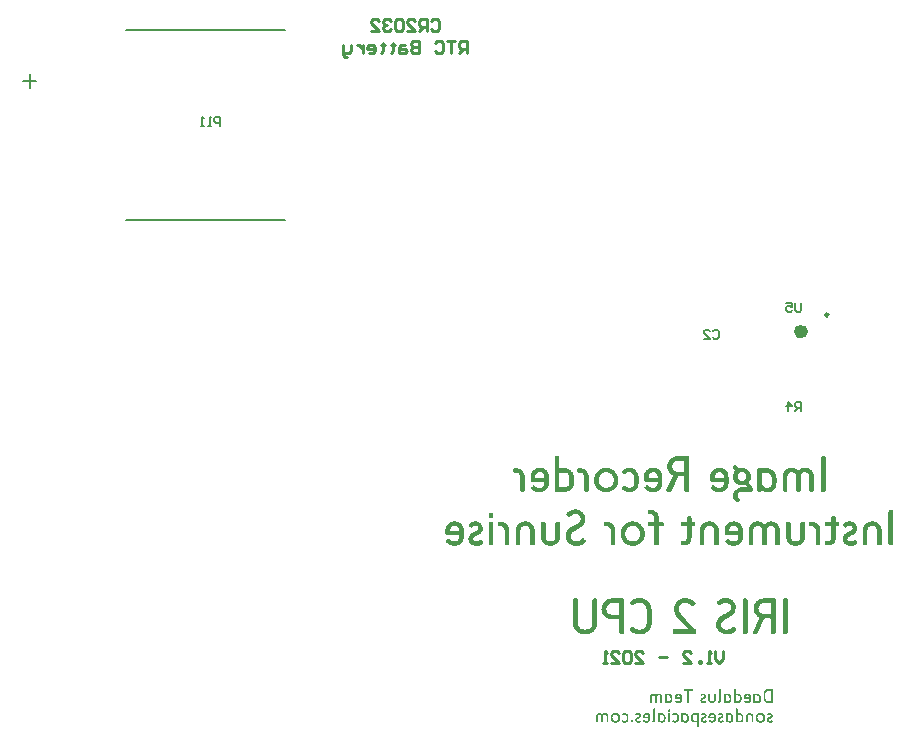
<source format=gbo>
G04*
G04 #@! TF.GenerationSoftware,Altium Limited,Altium Designer,21.1.1 (26)*
G04*
G04 Layer_Color=32896*
%FSLAX25Y25*%
%MOIN*%
G70*
G04*
G04 #@! TF.SameCoordinates,D2A9E7C0-570F-44F2-BFD0-2438B11671BC*
G04*
G04*
G04 #@! TF.FilePolarity,Positive*
G04*
G01*
G75*
%ADD11C,0.00984*%
%ADD13C,0.02362*%
%ADD16C,0.01000*%
%ADD17C,0.00700*%
G36*
X299957Y192996D02*
X300190Y192980D01*
X300390Y192946D01*
X300573Y192896D01*
X300723Y192846D01*
X300840Y192813D01*
X300906Y192796D01*
X300940Y192780D01*
X301140Y192680D01*
X301323Y192580D01*
X301489Y192480D01*
X301623Y192380D01*
X301739Y192297D01*
X301823Y192230D01*
X301873Y192180D01*
X301889Y192163D01*
X302023Y192013D01*
X302139Y191863D01*
X302239Y191697D01*
X302339Y191547D01*
X302406Y191430D01*
X302456Y191330D01*
X302472Y191247D01*
X302489Y191230D01*
X302556Y191030D01*
X302606Y190814D01*
X302656Y190614D01*
X302672Y190447D01*
X302689Y190281D01*
X302706Y190164D01*
Y190097D01*
Y190064D01*
Y185566D01*
X302689Y185399D01*
X302639Y185283D01*
X302589Y185216D01*
X302572Y185183D01*
X302456Y185099D01*
X302323Y185066D01*
X302223Y185049D01*
X301673D01*
X301506Y185066D01*
X301390Y185116D01*
X301306Y185166D01*
X301290Y185183D01*
X301206Y185299D01*
X301156Y185433D01*
X301140Y185533D01*
Y185549D01*
Y185566D01*
Y190064D01*
X301123Y190264D01*
X301090Y190431D01*
Y190497D01*
X301073Y190547D01*
X301056Y190581D01*
Y190597D01*
X300990Y190780D01*
X300906Y190930D01*
X300840Y191030D01*
X300806Y191047D01*
Y191064D01*
X300657Y191214D01*
X300507Y191314D01*
X300457Y191364D01*
X300407Y191397D01*
X300373Y191414D01*
X300357D01*
X300140Y191497D01*
X299923Y191530D01*
X299840Y191547D01*
X299707D01*
X299457Y191530D01*
X299340Y191514D01*
X299257Y191480D01*
X299174Y191463D01*
X299124Y191430D01*
X299091Y191414D01*
X299074D01*
X298891Y191297D01*
X298757Y191197D01*
X298674Y191097D01*
X298641Y191080D01*
Y191064D01*
X298524Y190914D01*
X298441Y190764D01*
X298407Y190697D01*
X298391Y190647D01*
X298374Y190614D01*
Y190597D01*
X298324Y190414D01*
X298307Y190231D01*
X298291Y190164D01*
Y190114D01*
Y190081D01*
Y190064D01*
Y185566D01*
X298274Y185399D01*
X298224Y185283D01*
X298174Y185216D01*
X298158Y185183D01*
X298041Y185099D01*
X297908Y185066D01*
X297808Y185049D01*
X297241D01*
X297091Y185066D01*
X296975Y185116D01*
X296891Y185166D01*
X296875Y185183D01*
X296791Y185299D01*
X296741Y185433D01*
X296725Y185533D01*
Y185549D01*
Y185566D01*
Y190064D01*
X296708Y190264D01*
X296691Y190431D01*
X296675Y190497D01*
Y190547D01*
X296658Y190581D01*
Y190597D01*
X296591Y190780D01*
X296508Y190930D01*
X296442Y191030D01*
X296408Y191047D01*
Y191064D01*
X296258Y191214D01*
X296108Y191314D01*
X296058Y191364D01*
X296008Y191397D01*
X295975Y191414D01*
X295958D01*
X295742Y191497D01*
X295525Y191530D01*
X295442Y191547D01*
X295309D01*
X295042Y191530D01*
X294942Y191514D01*
X294842Y191480D01*
X294759Y191463D01*
X294709Y191430D01*
X294676Y191414D01*
X294659D01*
X294476Y191297D01*
X294342Y191197D01*
X294259Y191097D01*
X294226Y191080D01*
Y191064D01*
X294109Y190914D01*
X294026Y190764D01*
X293992Y190697D01*
X293976Y190647D01*
X293959Y190614D01*
Y190597D01*
X293909Y190414D01*
X293893Y190231D01*
X293876Y190164D01*
Y190114D01*
Y190081D01*
Y190064D01*
Y185566D01*
X293859Y185399D01*
X293809Y185283D01*
X293759Y185216D01*
X293743Y185183D01*
X293609Y185099D01*
X293493Y185066D01*
X293376Y185049D01*
X292826D01*
X292676Y185066D01*
X292560Y185116D01*
X292477Y185166D01*
X292460Y185183D01*
X292376Y185299D01*
X292326Y185433D01*
X292310Y185533D01*
Y185549D01*
Y185566D01*
Y190064D01*
X292326Y190297D01*
X292343Y190514D01*
X292376Y190697D01*
X292410Y190880D01*
X292460Y191030D01*
X292493Y191130D01*
X292510Y191214D01*
X292527Y191230D01*
X292610Y191430D01*
X292710Y191613D01*
X292810Y191763D01*
X292910Y191897D01*
X293010Y192013D01*
X293076Y192097D01*
X293126Y192147D01*
X293143Y192163D01*
X293443Y192430D01*
X293609Y192530D01*
X293759Y192613D01*
X293876Y192680D01*
X293976Y192730D01*
X294059Y192763D01*
X294076Y192780D01*
X294292Y192863D01*
X294492Y192913D01*
X294709Y192963D01*
X294892Y192980D01*
X295059Y192996D01*
X295192Y193013D01*
X295309D01*
X295559Y192996D01*
X295792Y192980D01*
X296008Y192946D01*
X296175Y192896D01*
X296325Y192846D01*
X296425Y192813D01*
X296508Y192796D01*
X296525Y192780D01*
X296708Y192696D01*
X296858Y192596D01*
X297008Y192497D01*
X297125Y192413D01*
X297225Y192347D01*
X297291Y192280D01*
X297341Y192247D01*
X297358Y192230D01*
X297408Y192180D01*
X297475Y192163D01*
X297574D01*
X297641Y192213D01*
X297674Y192230D01*
X297958Y192430D01*
X298241Y192596D01*
X298358Y192663D01*
X298457Y192713D01*
X298524Y192746D01*
X298541Y192763D01*
X298741Y192846D01*
X298940Y192913D01*
X299141Y192946D01*
X299324Y192980D01*
X299474Y192996D01*
X299590Y193013D01*
X299707D01*
X299957Y192996D01*
D02*
G37*
G36*
X271451D02*
X271702Y192980D01*
X271918Y192930D01*
X272101Y192896D01*
X272268Y192846D01*
X272385Y192796D01*
X272451Y192780D01*
X272484Y192763D01*
X272684Y192663D01*
X272868Y192546D01*
X273034Y192446D01*
X273184Y192330D01*
X273301Y192247D01*
X273384Y192163D01*
X273434Y192113D01*
X273451Y192097D01*
X273584Y191947D01*
X273701Y191780D01*
X273801Y191613D01*
X273884Y191463D01*
X273951Y191330D01*
X274001Y191230D01*
X274017Y191164D01*
X274034Y191130D01*
X274100Y190914D01*
X274134Y190714D01*
X274167Y190514D01*
X274201Y190331D01*
Y190181D01*
X274217Y190047D01*
Y189981D01*
Y189947D01*
Y187898D01*
X274201Y187665D01*
X274184Y187449D01*
X274150Y187249D01*
X274100Y187082D01*
X274067Y186932D01*
X274034Y186815D01*
X274017Y186749D01*
X274001Y186715D01*
X273901Y186515D01*
X273801Y186332D01*
X273701Y186166D01*
X273601Y186032D01*
X273501Y185916D01*
X273434Y185816D01*
X273384Y185766D01*
X273368Y185749D01*
X273201Y185616D01*
X273034Y185483D01*
X272868Y185366D01*
X272718Y185283D01*
X272568Y185216D01*
X272468Y185166D01*
X272401Y185133D01*
X272368Y185116D01*
X272151Y185033D01*
X271918Y184983D01*
X271702Y184933D01*
X271485Y184916D01*
X271318Y184899D01*
X271168Y184883D01*
X271052D01*
X270719Y184899D01*
X270402Y184933D01*
X270135Y185000D01*
X269902Y185066D01*
X269719Y185116D01*
X269569Y185183D01*
X269486Y185216D01*
X269452Y185233D01*
X269219Y185366D01*
X269003Y185516D01*
X268819Y185649D01*
X268686Y185766D01*
X268569Y185882D01*
X268486Y185966D01*
X268436Y186016D01*
X268419Y186032D01*
X268336Y186166D01*
X268303Y186266D01*
X268286Y186349D01*
Y186382D01*
X268303Y186515D01*
X268353Y186632D01*
X268403Y186699D01*
X268419Y186732D01*
X268753Y187032D01*
X268869Y187115D01*
X268986Y187165D01*
X269069Y187199D01*
X269169D01*
X269236Y187182D01*
X269369Y187115D01*
X269452Y187049D01*
X269469Y187032D01*
X269486Y187015D01*
X269569Y186932D01*
X269652Y186865D01*
X269835Y186732D01*
X269902Y186665D01*
X269969Y186616D01*
X270019Y186599D01*
X270035Y186582D01*
X270185Y186499D01*
X270352Y186449D01*
X270519Y186399D01*
X270685Y186382D01*
X270818Y186366D01*
X270952Y186349D01*
X271052D01*
X271352Y186366D01*
X271602Y186416D01*
X271801Y186499D01*
X271985Y186582D01*
X272118Y186649D01*
X272201Y186732D01*
X272268Y186782D01*
X272285Y186799D01*
X272418Y186982D01*
X272501Y187165D01*
X272568Y187348D01*
X272618Y187515D01*
X272651Y187665D01*
X272668Y187798D01*
Y187865D01*
Y187898D01*
Y188215D01*
X272651Y188282D01*
X272634Y188315D01*
X272568Y188381D01*
X272518Y188398D01*
X268586D01*
X268436Y188415D01*
X268320Y188465D01*
X268236Y188515D01*
X268219Y188531D01*
X268136Y188648D01*
X268086Y188781D01*
X268070Y188881D01*
Y188898D01*
Y188915D01*
Y189947D01*
X268086Y190181D01*
X268103Y190397D01*
X268136Y190597D01*
X268169Y190764D01*
X268219Y190914D01*
X268253Y191030D01*
X268269Y191097D01*
X268286Y191130D01*
X268370Y191330D01*
X268469Y191514D01*
X268586Y191680D01*
X268686Y191830D01*
X268769Y191947D01*
X268853Y192030D01*
X268903Y192080D01*
X268919Y192097D01*
X269069Y192247D01*
X269236Y192380D01*
X269402Y192497D01*
X269552Y192580D01*
X269702Y192663D01*
X269802Y192713D01*
X269869Y192746D01*
X269902Y192763D01*
X270119Y192846D01*
X270335Y192913D01*
X270552Y192946D01*
X270752Y192980D01*
X270935Y192996D01*
X271068Y193013D01*
X271185D01*
X271451Y192996D01*
D02*
G37*
G36*
X249360D02*
X249610Y192980D01*
X249827Y192930D01*
X250010Y192896D01*
X250177Y192846D01*
X250293Y192796D01*
X250360Y192780D01*
X250393Y192763D01*
X250593Y192663D01*
X250777Y192546D01*
X250943Y192446D01*
X251093Y192330D01*
X251210Y192247D01*
X251293Y192163D01*
X251343Y192113D01*
X251360Y192097D01*
X251493Y191947D01*
X251609Y191780D01*
X251710Y191613D01*
X251793Y191463D01*
X251859Y191330D01*
X251909Y191230D01*
X251926Y191164D01*
X251943Y191130D01*
X252009Y190914D01*
X252043Y190714D01*
X252076Y190514D01*
X252109Y190331D01*
Y190181D01*
X252126Y190047D01*
Y189981D01*
Y189947D01*
Y187898D01*
X252109Y187665D01*
X252093Y187449D01*
X252059Y187249D01*
X252009Y187082D01*
X251976Y186932D01*
X251943Y186815D01*
X251926Y186749D01*
X251909Y186715D01*
X251809Y186515D01*
X251710Y186332D01*
X251609Y186166D01*
X251509Y186032D01*
X251410Y185916D01*
X251343Y185816D01*
X251293Y185766D01*
X251276Y185749D01*
X251110Y185616D01*
X250943Y185483D01*
X250777Y185366D01*
X250626Y185283D01*
X250477Y185216D01*
X250377Y185166D01*
X250310Y185133D01*
X250277Y185116D01*
X250060Y185033D01*
X249827Y184983D01*
X249610Y184933D01*
X249394Y184916D01*
X249227Y184899D01*
X249077Y184883D01*
X248961D01*
X248627Y184899D01*
X248311Y184933D01*
X248044Y185000D01*
X247811Y185066D01*
X247628Y185116D01*
X247478Y185183D01*
X247394Y185216D01*
X247361Y185233D01*
X247128Y185366D01*
X246911Y185516D01*
X246728Y185649D01*
X246595Y185766D01*
X246478Y185882D01*
X246395Y185966D01*
X246345Y186016D01*
X246328Y186032D01*
X246245Y186166D01*
X246212Y186266D01*
X246195Y186349D01*
Y186382D01*
X246212Y186515D01*
X246262Y186632D01*
X246312Y186699D01*
X246328Y186732D01*
X246661Y187032D01*
X246778Y187115D01*
X246895Y187165D01*
X246978Y187199D01*
X247078D01*
X247145Y187182D01*
X247278Y187115D01*
X247361Y187049D01*
X247378Y187032D01*
X247394Y187015D01*
X247478Y186932D01*
X247561Y186865D01*
X247744Y186732D01*
X247811Y186665D01*
X247878Y186616D01*
X247928Y186599D01*
X247944Y186582D01*
X248094Y186499D01*
X248261Y186449D01*
X248427Y186399D01*
X248594Y186382D01*
X248727Y186366D01*
X248861Y186349D01*
X248961D01*
X249260Y186366D01*
X249510Y186416D01*
X249710Y186499D01*
X249893Y186582D01*
X250027Y186649D01*
X250110Y186732D01*
X250177Y186782D01*
X250193Y186799D01*
X250327Y186982D01*
X250410Y187165D01*
X250477Y187348D01*
X250527Y187515D01*
X250560Y187665D01*
X250577Y187798D01*
Y187865D01*
Y187898D01*
Y188215D01*
X250560Y188282D01*
X250543Y188315D01*
X250477Y188381D01*
X250427Y188398D01*
X246495D01*
X246345Y188415D01*
X246228Y188465D01*
X246145Y188515D01*
X246128Y188531D01*
X246045Y188648D01*
X245995Y188781D01*
X245978Y188881D01*
Y188898D01*
Y188915D01*
Y189947D01*
X245995Y190181D01*
X246012Y190397D01*
X246045Y190597D01*
X246078Y190764D01*
X246128Y190914D01*
X246162Y191030D01*
X246178Y191097D01*
X246195Y191130D01*
X246278Y191330D01*
X246378Y191514D01*
X246495Y191680D01*
X246595Y191830D01*
X246678Y191947D01*
X246761Y192030D01*
X246811Y192080D01*
X246828Y192097D01*
X246978Y192247D01*
X247145Y192380D01*
X247311Y192497D01*
X247461Y192580D01*
X247611Y192663D01*
X247711Y192713D01*
X247778Y192746D01*
X247811Y192763D01*
X248028Y192846D01*
X248244Y192913D01*
X248461Y192946D01*
X248661Y192980D01*
X248844Y192996D01*
X248977Y193013D01*
X249094D01*
X249360Y192996D01*
D02*
G37*
G36*
X241397D02*
X241647Y192980D01*
X241863Y192930D01*
X242063Y192880D01*
X242230Y192830D01*
X242347Y192796D01*
X242413Y192763D01*
X242446Y192746D01*
X242646Y192646D01*
X242830Y192530D01*
X242996Y192430D01*
X243146Y192313D01*
X243263Y192230D01*
X243346Y192147D01*
X243396Y192097D01*
X243413Y192080D01*
X243546Y191913D01*
X243679Y191747D01*
X243779Y191580D01*
X243863Y191430D01*
X243946Y191280D01*
X243996Y191180D01*
X244012Y191114D01*
X244029Y191080D01*
X244096Y190864D01*
X244146Y190664D01*
X244196Y190464D01*
X244212Y190281D01*
X244229Y190131D01*
X244246Y189997D01*
Y189931D01*
Y189898D01*
Y187982D01*
X244229Y187748D01*
X244212Y187532D01*
X244179Y187332D01*
X244146Y187149D01*
X244112Y186999D01*
X244096Y186882D01*
X244062Y186815D01*
Y186782D01*
X243979Y186582D01*
X243879Y186382D01*
X243779Y186216D01*
X243679Y186082D01*
X243596Y185966D01*
X243529Y185866D01*
X243479Y185816D01*
X243463Y185799D01*
X243313Y185649D01*
X243146Y185516D01*
X242980Y185399D01*
X242813Y185316D01*
X242680Y185233D01*
X242580Y185183D01*
X242513Y185149D01*
X242480Y185133D01*
X242247Y185049D01*
X242030Y184983D01*
X241797Y184950D01*
X241580Y184916D01*
X241397Y184899D01*
X241264Y184883D01*
X241130D01*
X240847Y184899D01*
X240581Y184933D01*
X240331Y184983D01*
X240131Y185049D01*
X239964Y185099D01*
X239831Y185149D01*
X239764Y185183D01*
X239731Y185199D01*
X239514Y185333D01*
X239331Y185449D01*
X239164Y185566D01*
X239048Y185666D01*
X238948Y185749D01*
X238865Y185816D01*
X238831Y185866D01*
X238815Y185882D01*
X238731Y186016D01*
X238681Y186116D01*
X238665Y186199D01*
Y186232D01*
X238681Y186366D01*
X238731Y186482D01*
X238781Y186549D01*
X238798Y186582D01*
X239114Y186899D01*
X239231Y186999D01*
X239364Y187032D01*
X239481Y187049D01*
X239598Y187032D01*
X239681Y186982D01*
X239764Y186949D01*
X239814Y186915D01*
X239831Y186899D01*
X239998Y186765D01*
X240164Y186649D01*
X240247Y186599D01*
X240314Y186565D01*
X240347Y186549D01*
X240364Y186532D01*
X240481Y186466D01*
X240614Y186432D01*
X240864Y186366D01*
X240964D01*
X241047Y186349D01*
X241297D01*
X241430Y186366D01*
X241564Y186382D01*
X241680Y186416D01*
X241763Y186432D01*
X241830Y186449D01*
X241863Y186466D01*
X241880D01*
X242080Y186582D01*
X242230Y186699D01*
X242330Y186782D01*
X242347Y186799D01*
X242363Y186815D01*
X242480Y186999D01*
X242563Y187165D01*
X242596Y187249D01*
X242613Y187299D01*
X242630Y187332D01*
Y187348D01*
X242663Y187582D01*
X242680Y187782D01*
X242696Y187865D01*
Y187932D01*
Y187965D01*
Y187982D01*
Y189898D01*
X242680Y190131D01*
X242646Y190347D01*
X242580Y190547D01*
X242513Y190714D01*
X242446Y190847D01*
X242380Y190964D01*
X242347Y191030D01*
X242330Y191047D01*
X242180Y191214D01*
X241980Y191330D01*
X241797Y191430D01*
X241597Y191480D01*
X241414Y191514D01*
X241264Y191547D01*
X241130D01*
X240880Y191530D01*
X240681Y191480D01*
X240597Y191463D01*
X240531Y191430D01*
X240497Y191414D01*
X240481D01*
X240281Y191314D01*
X240131Y191214D01*
X240031Y191147D01*
X239998Y191114D01*
X239864Y191014D01*
X239731Y190964D01*
X239598Y190947D01*
X239498Y190964D01*
X239414Y190997D01*
X239331Y191030D01*
X239298Y191064D01*
X239281Y191080D01*
X238948Y191414D01*
X238865Y191547D01*
X238815Y191664D01*
X238798Y191747D01*
Y191763D01*
Y191780D01*
X238815Y191930D01*
X238865Y192047D01*
X238931Y192113D01*
X238948Y192147D01*
X239098Y192280D01*
X239248Y192396D01*
X239398Y192497D01*
X239548Y192580D01*
X239681Y192646D01*
X239781Y192696D01*
X239847Y192730D01*
X239881Y192746D01*
X240097Y192830D01*
X240314Y192896D01*
X240514Y192946D01*
X240714Y192980D01*
X240880Y192996D01*
X241014Y193013D01*
X241130D01*
X241397Y192996D01*
D02*
G37*
G36*
X211609D02*
X211859Y192980D01*
X212075Y192930D01*
X212259Y192896D01*
X212425Y192846D01*
X212542Y192796D01*
X212608Y192780D01*
X212642Y192763D01*
X212842Y192663D01*
X213025Y192546D01*
X213192Y192446D01*
X213341Y192330D01*
X213458Y192247D01*
X213541Y192163D01*
X213591Y192113D01*
X213608Y192097D01*
X213741Y191947D01*
X213858Y191780D01*
X213958Y191613D01*
X214041Y191463D01*
X214108Y191330D01*
X214158Y191230D01*
X214175Y191164D01*
X214191Y191130D01*
X214258Y190914D01*
X214291Y190714D01*
X214324Y190514D01*
X214358Y190331D01*
Y190181D01*
X214374Y190047D01*
Y189981D01*
Y189947D01*
Y187898D01*
X214358Y187665D01*
X214341Y187449D01*
X214308Y187249D01*
X214258Y187082D01*
X214224Y186932D01*
X214191Y186815D01*
X214175Y186749D01*
X214158Y186715D01*
X214058Y186515D01*
X213958Y186332D01*
X213858Y186166D01*
X213758Y186032D01*
X213658Y185916D01*
X213591Y185816D01*
X213541Y185766D01*
X213525Y185749D01*
X213358Y185616D01*
X213192Y185483D01*
X213025Y185366D01*
X212875Y185283D01*
X212725Y185216D01*
X212625Y185166D01*
X212558Y185133D01*
X212525Y185116D01*
X212309Y185033D01*
X212075Y184983D01*
X211859Y184933D01*
X211642Y184916D01*
X211476Y184899D01*
X211326Y184883D01*
X211209D01*
X210876Y184899D01*
X210559Y184933D01*
X210293Y185000D01*
X210059Y185066D01*
X209876Y185116D01*
X209726Y185183D01*
X209643Y185216D01*
X209610Y185233D01*
X209376Y185366D01*
X209160Y185516D01*
X208977Y185649D01*
X208843Y185766D01*
X208727Y185882D01*
X208643Y185966D01*
X208593Y186016D01*
X208577Y186032D01*
X208493Y186166D01*
X208460Y186266D01*
X208443Y186349D01*
Y186382D01*
X208460Y186515D01*
X208510Y186632D01*
X208560Y186699D01*
X208577Y186732D01*
X208910Y187032D01*
X209027Y187115D01*
X209143Y187165D01*
X209226Y187199D01*
X209326D01*
X209393Y187182D01*
X209526Y187115D01*
X209610Y187049D01*
X209626Y187032D01*
X209643Y187015D01*
X209726Y186932D01*
X209809Y186865D01*
X209993Y186732D01*
X210059Y186665D01*
X210126Y186616D01*
X210176Y186599D01*
X210193Y186582D01*
X210343Y186499D01*
X210509Y186449D01*
X210676Y186399D01*
X210842Y186382D01*
X210976Y186366D01*
X211109Y186349D01*
X211209D01*
X211509Y186366D01*
X211759Y186416D01*
X211959Y186499D01*
X212142Y186582D01*
X212275Y186649D01*
X212358Y186732D01*
X212425Y186782D01*
X212442Y186799D01*
X212575Y186982D01*
X212658Y187165D01*
X212725Y187348D01*
X212775Y187515D01*
X212808Y187665D01*
X212825Y187798D01*
Y187865D01*
Y187898D01*
Y188215D01*
X212808Y188282D01*
X212792Y188315D01*
X212725Y188381D01*
X212675Y188398D01*
X208743D01*
X208593Y188415D01*
X208477Y188465D01*
X208393Y188515D01*
X208377Y188531D01*
X208294Y188648D01*
X208243Y188781D01*
X208227Y188881D01*
Y188898D01*
Y188915D01*
Y189947D01*
X208243Y190181D01*
X208260Y190397D01*
X208294Y190597D01*
X208327Y190764D01*
X208377Y190914D01*
X208410Y191030D01*
X208427Y191097D01*
X208443Y191130D01*
X208527Y191330D01*
X208627Y191514D01*
X208743Y191680D01*
X208843Y191830D01*
X208927Y191947D01*
X209010Y192030D01*
X209060Y192080D01*
X209076Y192097D01*
X209226Y192247D01*
X209393Y192380D01*
X209560Y192497D01*
X209710Y192580D01*
X209859Y192663D01*
X209960Y192713D01*
X210026Y192746D01*
X210059Y192763D01*
X210276Y192846D01*
X210493Y192913D01*
X210709Y192946D01*
X210909Y192980D01*
X211092Y192996D01*
X211226Y193013D01*
X211342D01*
X211609Y192996D01*
D02*
G37*
G36*
X306238Y196811D02*
X306371Y196761D01*
X306438Y196695D01*
X306471Y196678D01*
X306554Y196562D01*
X306588Y196445D01*
X306604Y196345D01*
Y196312D01*
Y196295D01*
Y185566D01*
X306588Y185399D01*
X306538Y185283D01*
X306487Y185216D01*
X306471Y185183D01*
X306338Y185099D01*
X306221Y185066D01*
X306104Y185049D01*
X305471D01*
X305321Y185066D01*
X305205Y185116D01*
X305121Y185166D01*
X305105Y185183D01*
X305022Y185299D01*
X304972Y185433D01*
X304955Y185533D01*
Y185549D01*
Y185566D01*
Y196295D01*
X304972Y196461D01*
X305022Y196578D01*
X305088Y196661D01*
X305105Y196678D01*
X305221Y196761D01*
X305338Y196811D01*
X305438Y196828D01*
X306071D01*
X306238Y196811D01*
D02*
G37*
G36*
X260806D02*
X260922Y196761D01*
X260989Y196695D01*
X261022Y196678D01*
X261106Y196562D01*
X261139Y196445D01*
X261156Y196345D01*
Y196312D01*
Y196295D01*
Y185566D01*
X261139Y185399D01*
X261089Y185283D01*
X261039Y185216D01*
X261022Y185183D01*
X260906Y185099D01*
X260772Y185066D01*
X260672Y185049D01*
X260039D01*
X259873Y185066D01*
X259756Y185116D01*
X259673Y185166D01*
X259656Y185183D01*
X259573Y185299D01*
X259540Y185433D01*
X259523Y185533D01*
Y185549D01*
Y185566D01*
Y189981D01*
X259506Y190047D01*
X259490Y190081D01*
X259423Y190147D01*
X259373Y190164D01*
X257690D01*
X257607Y190147D01*
X257524Y190131D01*
X257424Y190047D01*
X257357Y189947D01*
X257341Y189931D01*
Y189914D01*
X255291Y185516D01*
X255208Y185366D01*
X255091Y185249D01*
X254992Y185166D01*
X254891Y185116D01*
X254792Y185083D01*
X254708Y185049D01*
X253842D01*
X253675Y185083D01*
X253575Y185133D01*
X253509Y185183D01*
X253492Y185216D01*
X253459Y185283D01*
X253442Y185366D01*
X253459Y185516D01*
X253475Y185566D01*
X253492Y185616D01*
X253509Y185649D01*
Y185666D01*
X255591Y190114D01*
X255625Y190231D01*
X255641Y190347D01*
X255608Y190431D01*
X255575Y190497D01*
X255491Y190581D01*
X255475Y190614D01*
X255458D01*
X255208Y190780D01*
X254975Y190964D01*
X254775Y191164D01*
X254592Y191347D01*
X254458Y191514D01*
X254358Y191647D01*
X254292Y191747D01*
X254275Y191780D01*
X254109Y192080D01*
X253992Y192380D01*
X253909Y192663D01*
X253859Y192946D01*
X253809Y193180D01*
X253792Y193363D01*
Y193429D01*
Y193479D01*
Y193513D01*
Y193529D01*
X253809Y193779D01*
X253825Y194029D01*
X253875Y194246D01*
X253925Y194446D01*
X253975Y194596D01*
X254009Y194729D01*
X254042Y194796D01*
X254059Y194829D01*
X254158Y195045D01*
X254275Y195245D01*
X254392Y195412D01*
X254508Y195579D01*
X254608Y195695D01*
X254692Y195779D01*
X254742Y195845D01*
X254758Y195862D01*
X254925Y196028D01*
X255108Y196162D01*
X255275Y196278D01*
X255441Y196378D01*
X255575Y196461D01*
X255691Y196511D01*
X255758Y196545D01*
X255791Y196562D01*
X256024Y196645D01*
X256241Y196711D01*
X256457Y196761D01*
X256658Y196795D01*
X256841Y196811D01*
X256974Y196828D01*
X260639D01*
X260806Y196811D01*
D02*
G37*
G36*
X225120Y192830D02*
X225353Y192813D01*
X225753Y192730D01*
X226103Y192596D01*
X226386Y192446D01*
X226620Y192297D01*
X226786Y192180D01*
X226836Y192113D01*
X226886Y192080D01*
X226903Y192063D01*
X226919Y192047D01*
X227053Y191897D01*
X227153Y191730D01*
X227336Y191380D01*
X227452Y191047D01*
X227552Y190714D01*
X227602Y190431D01*
X227619Y190297D01*
Y190197D01*
X227636Y190097D01*
Y190031D01*
Y189997D01*
Y189981D01*
Y185566D01*
X227619Y185399D01*
X227569Y185283D01*
X227519Y185216D01*
X227502Y185183D01*
X227386Y185099D01*
X227253Y185066D01*
X227153Y185049D01*
X226603D01*
X226436Y185066D01*
X226320Y185116D01*
X226236Y185166D01*
X226220Y185183D01*
X226136Y185299D01*
X226086Y185433D01*
X226070Y185533D01*
Y185549D01*
Y185566D01*
Y189898D01*
X226053Y190131D01*
X226020Y190347D01*
X225970Y190531D01*
X225903Y190681D01*
X225853Y190797D01*
X225803Y190897D01*
X225770Y190947D01*
X225753Y190964D01*
X225620Y191097D01*
X225470Y191197D01*
X225303Y191280D01*
X225137Y191330D01*
X225004Y191364D01*
X224887Y191380D01*
X224254D01*
X224104Y191397D01*
X223987Y191447D01*
X223904Y191497D01*
X223887Y191514D01*
X223804Y191630D01*
X223754Y191763D01*
X223737Y191863D01*
Y191880D01*
Y191897D01*
Y192313D01*
X223754Y192480D01*
X223804Y192596D01*
X223871Y192680D01*
X223887Y192696D01*
X224004Y192780D01*
X224120Y192830D01*
X224220Y192846D01*
X224887D01*
X225120Y192830D01*
D02*
G37*
G36*
X217490Y196811D02*
X217606Y196761D01*
X217673Y196695D01*
X217706Y196678D01*
X217790Y196562D01*
X217823Y196445D01*
X217840Y196345D01*
Y196312D01*
Y196295D01*
Y193013D01*
Y192963D01*
X217873Y192913D01*
X217923Y192863D01*
X217990Y192846D01*
X219739D01*
X219972Y192830D01*
X220189Y192813D01*
X220389Y192780D01*
X220572Y192730D01*
X220722Y192680D01*
X220822Y192646D01*
X220888Y192630D01*
X220922Y192613D01*
X221122Y192513D01*
X221305Y192413D01*
X221455Y192313D01*
X221588Y192213D01*
X221705Y192130D01*
X221788Y192063D01*
X221838Y192013D01*
X221855Y191997D01*
X222105Y191697D01*
X222221Y191530D01*
X222305Y191380D01*
X222371Y191264D01*
X222421Y191164D01*
X222455Y191080D01*
X222471Y191064D01*
X222538Y190864D01*
X222588Y190647D01*
X222638Y190447D01*
X222654Y190281D01*
X222671Y190114D01*
X222688Y189997D01*
Y189931D01*
Y189898D01*
Y187982D01*
X222671Y187748D01*
X222654Y187532D01*
X222621Y187348D01*
X222571Y187165D01*
X222538Y187015D01*
X222504Y186915D01*
X222488Y186849D01*
X222471Y186815D01*
X222388Y186616D01*
X222288Y186432D01*
X222188Y186282D01*
X222088Y186149D01*
X222005Y186032D01*
X221938Y185949D01*
X221888Y185899D01*
X221871Y185882D01*
X221555Y185633D01*
X221388Y185516D01*
X221238Y185433D01*
X221105Y185366D01*
X221005Y185316D01*
X220922Y185283D01*
X220905Y185266D01*
X220689Y185199D01*
X220472Y185149D01*
X220255Y185099D01*
X220072Y185083D01*
X219905Y185066D01*
X219772Y185049D01*
X216807D01*
X216640Y185066D01*
X216524Y185116D01*
X216440Y185166D01*
X216424Y185183D01*
X216340Y185299D01*
X216307Y185433D01*
X216290Y185533D01*
Y185549D01*
Y185566D01*
Y196295D01*
X216307Y196461D01*
X216357Y196578D01*
X216407Y196661D01*
X216424Y196678D01*
X216540Y196761D01*
X216657Y196811D01*
X216757Y196828D01*
X217323D01*
X217490Y196811D01*
D02*
G37*
G36*
X203812Y192830D02*
X204045Y192813D01*
X204445Y192730D01*
X204795Y192596D01*
X205078Y192446D01*
X205311Y192297D01*
X205478Y192180D01*
X205528Y192113D01*
X205578Y192080D01*
X205595Y192063D01*
X205611Y192047D01*
X205745Y191897D01*
X205844Y191730D01*
X206028Y191380D01*
X206144Y191047D01*
X206244Y190714D01*
X206294Y190431D01*
X206311Y190297D01*
Y190197D01*
X206328Y190097D01*
Y190031D01*
Y189997D01*
Y189981D01*
Y185566D01*
X206311Y185399D01*
X206261Y185283D01*
X206211Y185216D01*
X206194Y185183D01*
X206078Y185099D01*
X205944Y185066D01*
X205844Y185049D01*
X205295D01*
X205128Y185066D01*
X205012Y185116D01*
X204928Y185166D01*
X204911Y185183D01*
X204828Y185299D01*
X204778Y185433D01*
X204762Y185533D01*
Y185549D01*
Y185566D01*
Y189898D01*
X204745Y190131D01*
X204712Y190347D01*
X204662Y190531D01*
X204595Y190681D01*
X204545Y190797D01*
X204495Y190897D01*
X204462Y190947D01*
X204445Y190964D01*
X204312Y191097D01*
X204162Y191197D01*
X203995Y191280D01*
X203829Y191330D01*
X203695Y191364D01*
X203579Y191380D01*
X202946D01*
X202796Y191397D01*
X202679Y191447D01*
X202596Y191497D01*
X202579Y191514D01*
X202496Y191630D01*
X202446Y191763D01*
X202429Y191863D01*
Y191880D01*
Y191897D01*
Y192313D01*
X202446Y192480D01*
X202496Y192596D01*
X202562Y192680D01*
X202579Y192696D01*
X202696Y192780D01*
X202812Y192830D01*
X202912Y192846D01*
X203579D01*
X203812Y192830D01*
D02*
G37*
G36*
X287179D02*
X287428Y192813D01*
X287662Y192763D01*
X287862Y192713D01*
X288028Y192663D01*
X288145Y192630D01*
X288228Y192596D01*
X288262Y192580D01*
X288478Y192480D01*
X288678Y192363D01*
X288861Y192230D01*
X289011Y192130D01*
X289144Y192013D01*
X289228Y191947D01*
X289294Y191880D01*
X289311Y191863D01*
X289461Y191697D01*
X289594Y191514D01*
X289711Y191347D01*
X289811Y191180D01*
X289894Y191047D01*
X289944Y190930D01*
X289978Y190864D01*
X289994Y190831D01*
X290077Y190597D01*
X290127Y190381D01*
X290177Y190164D01*
X290194Y189964D01*
X290211Y189797D01*
X290227Y189664D01*
Y189581D01*
Y189548D01*
Y188015D01*
X290211Y187765D01*
X290194Y187515D01*
X290161Y187299D01*
X290127Y187115D01*
X290094Y186949D01*
X290061Y186832D01*
X290027Y186765D01*
Y186732D01*
X289944Y186515D01*
X289844Y186332D01*
X289744Y186166D01*
X289661Y186016D01*
X289578Y185899D01*
X289511Y185799D01*
X289461Y185749D01*
X289444Y185732D01*
X289294Y185599D01*
X289161Y185466D01*
X289011Y185349D01*
X288878Y185266D01*
X288761Y185199D01*
X288661Y185149D01*
X288595Y185116D01*
X288578Y185099D01*
X288395Y185033D01*
X288195Y184983D01*
X288012Y184933D01*
X287845Y184916D01*
X287695Y184899D01*
X287578Y184883D01*
X287478D01*
X287229Y184899D01*
X287012Y184916D01*
X286812Y184950D01*
X286646Y184983D01*
X286512Y185016D01*
X286412Y185049D01*
X286346Y185083D01*
X286329D01*
X286162Y185166D01*
X286012Y185249D01*
X285879Y185333D01*
X285779Y185433D01*
X285696Y185499D01*
X285646Y185566D01*
X285613Y185599D01*
X285596Y185616D01*
X285546Y185666D01*
X285463D01*
X285413Y185649D01*
X285396Y185599D01*
X285379Y185566D01*
Y185549D01*
X285363Y185416D01*
X285313Y185299D01*
X285263Y185233D01*
X285246Y185199D01*
X285129Y185116D01*
X284996Y185066D01*
X284896Y185049D01*
X284330D01*
X284180Y185066D01*
X284063Y185116D01*
X283980Y185166D01*
X283963Y185183D01*
X283880Y185299D01*
X283830Y185433D01*
X283813Y185533D01*
Y185549D01*
Y185566D01*
Y192313D01*
X283830Y192480D01*
X283880Y192596D01*
X283946Y192680D01*
X283963Y192696D01*
X284080Y192780D01*
X284196Y192830D01*
X284296Y192846D01*
X286912D01*
X287179Y192830D01*
D02*
G37*
G36*
X233750Y192996D02*
X234033Y192963D01*
X234316Y192913D01*
X234550Y192846D01*
X234750Y192780D01*
X234899Y192730D01*
X234999Y192696D01*
X235016Y192680D01*
X235033D01*
X235299Y192546D01*
X235549Y192413D01*
X235766Y192263D01*
X235949Y192130D01*
X236099Y191997D01*
X236216Y191897D01*
X236282Y191830D01*
X236316Y191813D01*
X236515Y191597D01*
X236682Y191380D01*
X236832Y191164D01*
X236965Y190964D01*
X237065Y190780D01*
X237132Y190647D01*
X237182Y190547D01*
X237199Y190531D01*
Y190514D01*
X237298Y190231D01*
X237382Y189964D01*
X237432Y189698D01*
X237482Y189464D01*
X237498Y189248D01*
X237515Y189098D01*
Y189031D01*
Y188981D01*
Y188964D01*
Y188948D01*
X237498Y188631D01*
X237465Y188348D01*
X237415Y188065D01*
X237349Y187832D01*
X237298Y187632D01*
X237249Y187482D01*
X237215Y187382D01*
X237199Y187365D01*
Y187348D01*
X237065Y187082D01*
X236915Y186832D01*
X236765Y186616D01*
X236632Y186432D01*
X236499Y186282D01*
X236399Y186166D01*
X236332Y186099D01*
X236316Y186066D01*
X236099Y185866D01*
X235882Y185699D01*
X235666Y185549D01*
X235466Y185433D01*
X235299Y185333D01*
X235149Y185266D01*
X235066Y185216D01*
X235033Y185199D01*
X234750Y185099D01*
X234466Y185016D01*
X234200Y184966D01*
X233950Y184916D01*
X233733Y184899D01*
X233583Y184883D01*
X233433D01*
X233134Y184899D01*
X232834Y184933D01*
X232567Y184983D01*
X232334Y185049D01*
X232151Y185099D01*
X232001Y185149D01*
X231901Y185183D01*
X231867Y185199D01*
X231601Y185333D01*
X231351Y185466D01*
X231134Y185616D01*
X230934Y185749D01*
X230785Y185882D01*
X230668Y185982D01*
X230585Y186049D01*
X230568Y186066D01*
X230368Y186282D01*
X230201Y186499D01*
X230051Y186715D01*
X229935Y186915D01*
X229835Y187082D01*
X229752Y187232D01*
X229718Y187315D01*
X229702Y187348D01*
X229585Y187632D01*
X229502Y187915D01*
X229452Y188181D01*
X229402Y188431D01*
X229385Y188648D01*
X229368Y188798D01*
Y188865D01*
Y188915D01*
Y188931D01*
Y188948D01*
X229385Y189248D01*
X229418Y189548D01*
X229468Y189814D01*
X229535Y190047D01*
X229602Y190231D01*
X229652Y190381D01*
X229685Y190481D01*
X229702Y190514D01*
X229835Y190780D01*
X229968Y191030D01*
X230118Y191247D01*
X230251Y191447D01*
X230385Y191597D01*
X230485Y191713D01*
X230551Y191797D01*
X230568Y191813D01*
X230785Y192013D01*
X231001Y192180D01*
X231218Y192330D01*
X231418Y192446D01*
X231601Y192546D01*
X231734Y192630D01*
X231834Y192663D01*
X231851Y192680D01*
X231867D01*
X232151Y192796D01*
X232417Y192880D01*
X232684Y192930D01*
X232917Y192980D01*
X233134Y192996D01*
X233283Y193013D01*
X233433D01*
X233750Y192996D01*
D02*
G37*
G36*
X276633Y193963D02*
X276733Y193896D01*
X276799Y193829D01*
X276833Y193813D01*
Y193796D01*
X277382Y193046D01*
X277449Y192963D01*
X277516Y192913D01*
X277566Y192880D01*
X277582Y192863D01*
X277682Y192846D01*
X277782Y192863D01*
X277882Y192880D01*
X277899Y192896D01*
X277916D01*
X278082Y192946D01*
X278232Y192980D01*
X278315Y192996D01*
X278349D01*
X278482Y193013D01*
X278699D01*
X278915Y192996D01*
X279132Y192980D01*
X279332Y192946D01*
X279498Y192896D01*
X279648Y192846D01*
X279748Y192813D01*
X279815Y192796D01*
X279848Y192780D01*
X280048Y192680D01*
X280231Y192580D01*
X280398Y192480D01*
X280531Y192380D01*
X280648Y192280D01*
X280748Y192213D01*
X280798Y192163D01*
X280815Y192147D01*
X280964Y191997D01*
X281098Y191830D01*
X281214Y191680D01*
X281298Y191530D01*
X281381Y191397D01*
X281431Y191297D01*
X281464Y191230D01*
X281481Y191214D01*
X281564Y191014D01*
X281631Y190814D01*
X281664Y190614D01*
X281697Y190447D01*
X281714Y190281D01*
X281731Y190164D01*
Y190097D01*
Y190064D01*
X281714Y189731D01*
X281681Y189581D01*
X281647Y189448D01*
X281631Y189348D01*
X281597Y189264D01*
X281581Y189198D01*
Y189181D01*
X281448Y188881D01*
X281381Y188748D01*
X281331Y188631D01*
X281264Y188531D01*
X281214Y188465D01*
X281198Y188415D01*
X281181Y188398D01*
X281131Y188331D01*
X281114Y188248D01*
X281098Y188198D01*
Y188165D01*
Y188065D01*
X281114Y187982D01*
X281131Y187915D01*
X281148Y187898D01*
X281964Y186782D01*
X282064Y186632D01*
X282131Y186499D01*
X282181Y186366D01*
X282214Y186249D01*
X282231Y186149D01*
X282247Y186066D01*
Y186016D01*
Y185999D01*
Y185566D01*
X282231Y185399D01*
X282181Y185283D01*
X282131Y185216D01*
X282114Y185183D01*
X281997Y185099D01*
X281864Y185066D01*
X281764Y185049D01*
X278749D01*
X278515Y185033D01*
X278315Y185000D01*
X278132Y184950D01*
X277966Y184883D01*
X277849Y184816D01*
X277749Y184766D01*
X277699Y184733D01*
X277682Y184716D01*
X277533Y184583D01*
X277432Y184433D01*
X277349Y184283D01*
X277299Y184150D01*
X277266Y184033D01*
X277249Y183933D01*
Y183850D01*
Y183833D01*
Y183700D01*
X277266Y183567D01*
X277299Y183450D01*
X277316Y183367D01*
X277349Y183300D01*
X277382Y183250D01*
X277399Y183217D01*
Y183200D01*
X277516Y183034D01*
X277649Y182917D01*
X277749Y182834D01*
X277766Y182800D01*
X277782D01*
X277849Y182734D01*
X277916Y182684D01*
X277982Y182550D01*
X278016Y182434D01*
Y182334D01*
X277982Y182234D01*
X277949Y182167D01*
X277932Y182117D01*
X277916Y182101D01*
X277566Y181701D01*
X277466Y181601D01*
X277349Y181534D01*
X277283Y181518D01*
X277249Y181501D01*
X277099Y181484D01*
X276983Y181518D01*
X276899Y181551D01*
X276866Y181568D01*
X276699Y181684D01*
X276550Y181834D01*
X276416Y181967D01*
X276300Y182101D01*
X276200Y182234D01*
X276133Y182334D01*
X276083Y182401D01*
X276066Y182417D01*
X275933Y182634D01*
X275850Y182867D01*
X275783Y183100D01*
X275733Y183334D01*
X275700Y183533D01*
X275683Y183683D01*
Y183750D01*
Y183800D01*
Y183817D01*
Y183833D01*
X275700Y184050D01*
X275716Y184250D01*
X275766Y184433D01*
X275800Y184600D01*
X275850Y184733D01*
X275900Y184833D01*
X275916Y184899D01*
X275933Y184916D01*
X276033Y185099D01*
X276133Y185249D01*
X276250Y185399D01*
X276350Y185516D01*
X276449Y185616D01*
X276533Y185682D01*
X276583Y185732D01*
X276600Y185749D01*
X276933Y185982D01*
X277099Y186066D01*
X277249Y186149D01*
X277382Y186199D01*
X277483Y186249D01*
X277549Y186282D01*
X277582D01*
X277799Y186349D01*
X277999Y186399D01*
X278199Y186432D01*
X278382Y186466D01*
X278532D01*
X278665Y186482D01*
X280098D01*
X280198Y186499D01*
X280265Y186515D01*
X280281Y186549D01*
X280298Y186599D01*
X280281Y186682D01*
X280265Y186699D01*
Y186715D01*
X279981Y187099D01*
X279915Y187182D01*
X279848Y187232D01*
X279798Y187265D01*
X279782D01*
X279682Y187282D01*
X279598D01*
X279532Y187265D01*
X279515D01*
X279398Y187232D01*
X279282Y187215D01*
X279199Y187199D01*
X279182Y187182D01*
X279165D01*
X278998Y187165D01*
X278849Y187149D01*
X278699D01*
X278482Y187165D01*
X278266Y187182D01*
X278066Y187215D01*
X277899Y187265D01*
X277749Y187299D01*
X277649Y187332D01*
X277566Y187348D01*
X277549Y187365D01*
X277349Y187465D01*
X277166Y187565D01*
X276999Y187665D01*
X276866Y187765D01*
X276749Y187848D01*
X276649Y187915D01*
X276600Y187965D01*
X276583Y187982D01*
X276433Y188131D01*
X276300Y188298D01*
X276183Y188448D01*
X276100Y188598D01*
X276016Y188731D01*
X275966Y188831D01*
X275933Y188898D01*
X275916Y188915D01*
X275833Y189114D01*
X275766Y189331D01*
X275733Y189514D01*
X275700Y189698D01*
X275683Y189848D01*
X275666Y189964D01*
Y190031D01*
Y190064D01*
X275683Y190364D01*
X275733Y190647D01*
X275800Y190914D01*
X275883Y191130D01*
X275966Y191330D01*
X276033Y191480D01*
X276083Y191563D01*
X276100Y191597D01*
X276150Y191697D01*
X276200Y191797D01*
X276233Y191863D01*
X276250Y191880D01*
X276266Y191997D01*
X276250Y192097D01*
X276216Y192163D01*
X276200Y192180D01*
X275650Y192930D01*
X275583Y193063D01*
X275550Y193196D01*
Y193280D01*
Y193296D01*
Y193313D01*
X275583Y193446D01*
X275650Y193563D01*
X275716Y193629D01*
X275733Y193646D01*
X275750D01*
X276100Y193896D01*
X276250Y193963D01*
X276366Y193996D01*
X276500D01*
X276633Y193963D01*
D02*
G37*
G36*
X195499Y178062D02*
X195632Y178012D01*
X195698Y177946D01*
X195732Y177929D01*
X195815Y177812D01*
X195849Y177696D01*
X195865Y177596D01*
Y177562D01*
Y177546D01*
Y176680D01*
X195849Y176530D01*
X195799Y176396D01*
X195748Y176330D01*
X195732Y176296D01*
X195599Y176213D01*
X195482Y176180D01*
X195365Y176163D01*
X194816D01*
X194666Y176180D01*
X194549Y176230D01*
X194466Y176280D01*
X194449Y176296D01*
X194366Y176413D01*
X194316Y176546D01*
X194299Y176646D01*
Y176663D01*
Y176680D01*
Y177546D01*
X194316Y177712D01*
X194366Y177829D01*
X194432Y177912D01*
X194449Y177929D01*
X194566Y178012D01*
X194682Y178062D01*
X194782Y178079D01*
X195332D01*
X195499Y178062D01*
D02*
G37*
G36*
X288595Y175113D02*
X288828Y175097D01*
X289028Y175063D01*
X289211Y175013D01*
X289361Y174963D01*
X289478Y174930D01*
X289544Y174914D01*
X289578Y174897D01*
X289778Y174797D01*
X289961Y174697D01*
X290127Y174597D01*
X290261Y174497D01*
X290377Y174414D01*
X290461Y174347D01*
X290511Y174297D01*
X290527Y174280D01*
X290661Y174130D01*
X290777Y173980D01*
X290877Y173814D01*
X290977Y173664D01*
X291044Y173547D01*
X291094Y173447D01*
X291110Y173364D01*
X291127Y173347D01*
X291194Y173147D01*
X291244Y172931D01*
X291294Y172731D01*
X291310Y172564D01*
X291327Y172398D01*
X291344Y172281D01*
Y172215D01*
Y172181D01*
Y167683D01*
X291327Y167517D01*
X291277Y167400D01*
X291227Y167333D01*
X291210Y167300D01*
X291094Y167217D01*
X290960Y167183D01*
X290860Y167167D01*
X290311D01*
X290144Y167183D01*
X290027Y167233D01*
X289944Y167283D01*
X289928Y167300D01*
X289844Y167417D01*
X289794Y167550D01*
X289778Y167650D01*
Y167666D01*
Y167683D01*
Y172181D01*
X289761Y172381D01*
X289728Y172548D01*
Y172614D01*
X289711Y172664D01*
X289694Y172698D01*
Y172714D01*
X289628Y172898D01*
X289544Y173048D01*
X289478Y173147D01*
X289444Y173164D01*
Y173181D01*
X289294Y173331D01*
X289144Y173431D01*
X289094Y173481D01*
X289044Y173514D01*
X289011Y173531D01*
X288995D01*
X288778Y173614D01*
X288561Y173647D01*
X288478Y173664D01*
X288345D01*
X288095Y173647D01*
X287978Y173631D01*
X287895Y173597D01*
X287812Y173581D01*
X287762Y173547D01*
X287728Y173531D01*
X287712D01*
X287528Y173414D01*
X287395Y173314D01*
X287312Y173214D01*
X287279Y173197D01*
Y173181D01*
X287162Y173031D01*
X287079Y172881D01*
X287045Y172814D01*
X287029Y172764D01*
X287012Y172731D01*
Y172714D01*
X286962Y172531D01*
X286945Y172348D01*
X286929Y172281D01*
Y172231D01*
Y172198D01*
Y172181D01*
Y167683D01*
X286912Y167517D01*
X286862Y167400D01*
X286812Y167333D01*
X286795Y167300D01*
X286679Y167217D01*
X286545Y167183D01*
X286446Y167167D01*
X285879D01*
X285729Y167183D01*
X285613Y167233D01*
X285529Y167283D01*
X285513Y167300D01*
X285429Y167417D01*
X285379Y167550D01*
X285363Y167650D01*
Y167666D01*
Y167683D01*
Y172181D01*
X285346Y172381D01*
X285329Y172548D01*
X285313Y172614D01*
Y172664D01*
X285296Y172698D01*
Y172714D01*
X285229Y172898D01*
X285146Y173048D01*
X285079Y173147D01*
X285046Y173164D01*
Y173181D01*
X284896Y173331D01*
X284746Y173431D01*
X284696Y173481D01*
X284646Y173514D01*
X284613Y173531D01*
X284596D01*
X284380Y173614D01*
X284163Y173647D01*
X284080Y173664D01*
X283946D01*
X283680Y173647D01*
X283580Y173631D01*
X283480Y173597D01*
X283397Y173581D01*
X283347Y173547D01*
X283313Y173531D01*
X283297D01*
X283114Y173414D01*
X282980Y173314D01*
X282897Y173214D01*
X282864Y173197D01*
Y173181D01*
X282747Y173031D01*
X282664Y172881D01*
X282630Y172814D01*
X282614Y172764D01*
X282597Y172731D01*
Y172714D01*
X282547Y172531D01*
X282530Y172348D01*
X282514Y172281D01*
Y172231D01*
Y172198D01*
Y172181D01*
Y167683D01*
X282497Y167517D01*
X282447Y167400D01*
X282397Y167333D01*
X282381Y167300D01*
X282247Y167217D01*
X282131Y167183D01*
X282014Y167167D01*
X281464D01*
X281314Y167183D01*
X281198Y167233D01*
X281114Y167283D01*
X281098Y167300D01*
X281014Y167417D01*
X280964Y167550D01*
X280948Y167650D01*
Y167666D01*
Y167683D01*
Y172181D01*
X280964Y172415D01*
X280981Y172631D01*
X281014Y172814D01*
X281048Y172998D01*
X281098Y173147D01*
X281131Y173248D01*
X281148Y173331D01*
X281164Y173347D01*
X281248Y173547D01*
X281348Y173731D01*
X281448Y173881D01*
X281547Y174014D01*
X281647Y174130D01*
X281714Y174214D01*
X281764Y174264D01*
X281781Y174280D01*
X282081Y174547D01*
X282247Y174647D01*
X282397Y174730D01*
X282514Y174797D01*
X282614Y174847D01*
X282697Y174880D01*
X282714Y174897D01*
X282930Y174980D01*
X283130Y175030D01*
X283347Y175080D01*
X283530Y175097D01*
X283697Y175113D01*
X283830Y175130D01*
X283946D01*
X284196Y175113D01*
X284430Y175097D01*
X284646Y175063D01*
X284813Y175013D01*
X284963Y174963D01*
X285063Y174930D01*
X285146Y174914D01*
X285163Y174897D01*
X285346Y174813D01*
X285496Y174714D01*
X285646Y174614D01*
X285763Y174530D01*
X285862Y174464D01*
X285929Y174397D01*
X285979Y174364D01*
X285996Y174347D01*
X286046Y174297D01*
X286112Y174280D01*
X286212D01*
X286279Y174330D01*
X286312Y174347D01*
X286596Y174547D01*
X286879Y174714D01*
X286995Y174780D01*
X287095Y174830D01*
X287162Y174864D01*
X287179Y174880D01*
X287379Y174963D01*
X287578Y175030D01*
X287778Y175063D01*
X287962Y175097D01*
X288111Y175113D01*
X288228Y175130D01*
X288345D01*
X288595Y175113D01*
D02*
G37*
G36*
X299374Y174947D02*
X299507Y174897D01*
X299574Y174830D01*
X299607Y174813D01*
X299690Y174697D01*
X299724Y174580D01*
X299740Y174480D01*
Y174447D01*
Y174430D01*
Y170115D01*
X299724Y169882D01*
X299707Y169666D01*
X299674Y169466D01*
X299624Y169282D01*
X299590Y169132D01*
X299557Y169016D01*
X299540Y168949D01*
X299524Y168916D01*
X299424Y168716D01*
X299324Y168516D01*
X299207Y168350D01*
X299107Y168200D01*
X299024Y168083D01*
X298940Y168000D01*
X298891Y167933D01*
X298874Y167916D01*
X298707Y167766D01*
X298541Y167633D01*
X298374Y167517D01*
X298224Y167433D01*
X298074Y167350D01*
X297974Y167300D01*
X297908Y167267D01*
X297874Y167250D01*
X297658Y167167D01*
X297425Y167100D01*
X297208Y167067D01*
X297008Y167033D01*
X296825Y167017D01*
X296691Y167000D01*
X296575D01*
X296308Y167017D01*
X296058Y167033D01*
X295842Y167083D01*
X295642Y167133D01*
X295475Y167167D01*
X295359Y167217D01*
X295292Y167233D01*
X295259Y167250D01*
X295042Y167350D01*
X294859Y167466D01*
X294692Y167566D01*
X294542Y167683D01*
X294426Y167766D01*
X294342Y167850D01*
X294292Y167900D01*
X294276Y167916D01*
X294126Y168083D01*
X294009Y168249D01*
X293893Y168416D01*
X293809Y168583D01*
X293743Y168716D01*
X293693Y168816D01*
X293659Y168899D01*
X293643Y168916D01*
X293559Y169132D01*
X293509Y169349D01*
X293459Y169549D01*
X293443Y169732D01*
X293426Y169882D01*
X293409Y170016D01*
Y170082D01*
Y170115D01*
Y174430D01*
X293426Y174597D01*
X293476Y174714D01*
X293543Y174797D01*
X293559Y174813D01*
X293676Y174897D01*
X293793Y174947D01*
X293893Y174963D01*
X294459D01*
X294609Y174947D01*
X294742Y174897D01*
X294809Y174830D01*
X294842Y174813D01*
X294925Y174697D01*
X294959Y174580D01*
X294975Y174480D01*
Y174447D01*
Y174430D01*
Y170099D01*
X294992Y169866D01*
X295042Y169649D01*
X295092Y169449D01*
X295159Y169282D01*
X295242Y169149D01*
X295292Y169033D01*
X295342Y168966D01*
X295359Y168949D01*
X295525Y168783D01*
X295708Y168666D01*
X295908Y168583D01*
X296108Y168533D01*
X296292Y168499D01*
X296442Y168466D01*
X296575D01*
X296858Y168483D01*
X297108Y168549D01*
X297324Y168616D01*
X297491Y168716D01*
X297624Y168799D01*
X297724Y168883D01*
X297774Y168933D01*
X297791Y168949D01*
X297924Y169149D01*
X298008Y169332D01*
X298074Y169532D01*
X298124Y169716D01*
X298158Y169866D01*
X298174Y169982D01*
Y170065D01*
Y170099D01*
Y174430D01*
X298191Y174597D01*
X298241Y174714D01*
X298307Y174797D01*
X298324Y174813D01*
X298441Y174897D01*
X298557Y174947D01*
X298657Y174963D01*
X299224D01*
X299374Y174947D01*
D02*
G37*
G36*
X276266Y175113D02*
X276516Y175097D01*
X276733Y175047D01*
X276916Y175013D01*
X277083Y174963D01*
X277199Y174914D01*
X277266Y174897D01*
X277299Y174880D01*
X277499Y174780D01*
X277682Y174664D01*
X277849Y174564D01*
X277999Y174447D01*
X278116Y174364D01*
X278199Y174280D01*
X278249Y174230D01*
X278266Y174214D01*
X278399Y174064D01*
X278515Y173897D01*
X278615Y173731D01*
X278699Y173581D01*
X278765Y173447D01*
X278815Y173347D01*
X278832Y173281D01*
X278849Y173248D01*
X278915Y173031D01*
X278948Y172831D01*
X278982Y172631D01*
X279015Y172448D01*
Y172298D01*
X279032Y172165D01*
Y172098D01*
Y172065D01*
Y170016D01*
X279015Y169782D01*
X278998Y169566D01*
X278965Y169366D01*
X278915Y169199D01*
X278882Y169049D01*
X278849Y168933D01*
X278832Y168866D01*
X278815Y168833D01*
X278715Y168633D01*
X278615Y168449D01*
X278515Y168283D01*
X278415Y168149D01*
X278315Y168033D01*
X278249Y167933D01*
X278199Y167883D01*
X278182Y167866D01*
X278016Y167733D01*
X277849Y167600D01*
X277682Y167483D01*
X277533Y167400D01*
X277382Y167333D01*
X277283Y167283D01*
X277216Y167250D01*
X277183Y167233D01*
X276966Y167150D01*
X276733Y167100D01*
X276516Y167050D01*
X276300Y167033D01*
X276133Y167017D01*
X275983Y167000D01*
X275866D01*
X275533Y167017D01*
X275217Y167050D01*
X274950Y167117D01*
X274717Y167183D01*
X274534Y167233D01*
X274384Y167300D01*
X274300Y167333D01*
X274267Y167350D01*
X274034Y167483D01*
X273817Y167633D01*
X273634Y167766D01*
X273501Y167883D01*
X273384Y168000D01*
X273301Y168083D01*
X273251Y168133D01*
X273234Y168149D01*
X273151Y168283D01*
X273117Y168383D01*
X273101Y168466D01*
Y168499D01*
X273117Y168633D01*
X273167Y168749D01*
X273218Y168816D01*
X273234Y168849D01*
X273567Y169149D01*
X273684Y169232D01*
X273801Y169282D01*
X273884Y169316D01*
X273984D01*
X274050Y169299D01*
X274184Y169232D01*
X274267Y169166D01*
X274284Y169149D01*
X274300Y169132D01*
X274384Y169049D01*
X274467Y168983D01*
X274650Y168849D01*
X274717Y168783D01*
X274784Y168733D01*
X274833Y168716D01*
X274850Y168699D01*
X275000Y168616D01*
X275167Y168566D01*
X275333Y168516D01*
X275500Y168499D01*
X275633Y168483D01*
X275766Y168466D01*
X275866D01*
X276166Y168483D01*
X276416Y168533D01*
X276616Y168616D01*
X276799Y168699D01*
X276933Y168766D01*
X277016Y168849D01*
X277083Y168899D01*
X277099Y168916D01*
X277233Y169099D01*
X277316Y169282D01*
X277382Y169466D01*
X277432Y169632D01*
X277466Y169782D01*
X277483Y169915D01*
Y169982D01*
Y170016D01*
Y170332D01*
X277466Y170399D01*
X277449Y170432D01*
X277382Y170499D01*
X277332Y170515D01*
X273401D01*
X273251Y170532D01*
X273134Y170582D01*
X273051Y170632D01*
X273034Y170649D01*
X272951Y170765D01*
X272901Y170898D01*
X272884Y170998D01*
Y171015D01*
Y171032D01*
Y172065D01*
X272901Y172298D01*
X272918Y172514D01*
X272951Y172714D01*
X272984Y172881D01*
X273034Y173031D01*
X273068Y173147D01*
X273084Y173214D01*
X273101Y173248D01*
X273184Y173447D01*
X273284Y173631D01*
X273401Y173797D01*
X273501Y173947D01*
X273584Y174064D01*
X273667Y174147D01*
X273717Y174197D01*
X273734Y174214D01*
X273884Y174364D01*
X274050Y174497D01*
X274217Y174614D01*
X274367Y174697D01*
X274517Y174780D01*
X274617Y174830D01*
X274684Y174864D01*
X274717Y174880D01*
X274934Y174963D01*
X275150Y175030D01*
X275367Y175063D01*
X275567Y175097D01*
X275750Y175113D01*
X275883Y175130D01*
X276000D01*
X276266Y175113D01*
D02*
G37*
G36*
X217673Y174947D02*
X217806Y174897D01*
X217873Y174830D01*
X217906Y174813D01*
X217990Y174697D01*
X218023Y174580D01*
X218040Y174480D01*
Y174447D01*
Y174430D01*
Y170115D01*
X218023Y169882D01*
X218006Y169666D01*
X217973Y169466D01*
X217923Y169282D01*
X217890Y169132D01*
X217856Y169016D01*
X217840Y168949D01*
X217823Y168916D01*
X217723Y168716D01*
X217623Y168516D01*
X217507Y168350D01*
X217407Y168200D01*
X217323Y168083D01*
X217240Y168000D01*
X217190Y167933D01*
X217173Y167916D01*
X217007Y167766D01*
X216840Y167633D01*
X216673Y167517D01*
X216524Y167433D01*
X216374Y167350D01*
X216274Y167300D01*
X216207Y167267D01*
X216174Y167250D01*
X215957Y167167D01*
X215724Y167100D01*
X215507Y167067D01*
X215307Y167033D01*
X215124Y167017D01*
X214991Y167000D01*
X214874D01*
X214608Y167017D01*
X214358Y167033D01*
X214141Y167083D01*
X213941Y167133D01*
X213775Y167167D01*
X213658Y167217D01*
X213591Y167233D01*
X213558Y167250D01*
X213341Y167350D01*
X213158Y167466D01*
X212992Y167566D01*
X212842Y167683D01*
X212725Y167766D01*
X212642Y167850D01*
X212592Y167900D01*
X212575Y167916D01*
X212425Y168083D01*
X212309Y168249D01*
X212192Y168416D01*
X212109Y168583D01*
X212042Y168716D01*
X211992Y168816D01*
X211959Y168899D01*
X211942Y168916D01*
X211859Y169132D01*
X211809Y169349D01*
X211759Y169549D01*
X211742Y169732D01*
X211725Y169882D01*
X211709Y170016D01*
Y170082D01*
Y170115D01*
Y174430D01*
X211725Y174597D01*
X211775Y174714D01*
X211842Y174797D01*
X211859Y174813D01*
X211975Y174897D01*
X212092Y174947D01*
X212192Y174963D01*
X212758D01*
X212908Y174947D01*
X213042Y174897D01*
X213108Y174830D01*
X213142Y174813D01*
X213225Y174697D01*
X213258Y174580D01*
X213275Y174480D01*
Y174447D01*
Y174430D01*
Y170099D01*
X213292Y169866D01*
X213341Y169649D01*
X213391Y169449D01*
X213458Y169282D01*
X213541Y169149D01*
X213591Y169033D01*
X213641Y168966D01*
X213658Y168949D01*
X213825Y168783D01*
X214008Y168666D01*
X214208Y168583D01*
X214408Y168533D01*
X214591Y168499D01*
X214741Y168466D01*
X214874D01*
X215157Y168483D01*
X215407Y168549D01*
X215624Y168616D01*
X215791Y168716D01*
X215924Y168799D01*
X216024Y168883D01*
X216074Y168933D01*
X216090Y168949D01*
X216224Y169149D01*
X216307Y169332D01*
X216374Y169532D01*
X216424Y169716D01*
X216457Y169866D01*
X216474Y169982D01*
Y170065D01*
Y170099D01*
Y174430D01*
X216490Y174597D01*
X216540Y174714D01*
X216607Y174797D01*
X216623Y174813D01*
X216740Y174897D01*
X216857Y174947D01*
X216957Y174963D01*
X217523D01*
X217673Y174947D01*
D02*
G37*
G36*
X183220Y175113D02*
X183470Y175097D01*
X183687Y175047D01*
X183870Y175013D01*
X184037Y174963D01*
X184153Y174914D01*
X184220Y174897D01*
X184253Y174880D01*
X184453Y174780D01*
X184636Y174664D01*
X184803Y174564D01*
X184953Y174447D01*
X185070Y174364D01*
X185153Y174280D01*
X185203Y174230D01*
X185219Y174214D01*
X185353Y174064D01*
X185469Y173897D01*
X185569Y173731D01*
X185652Y173581D01*
X185719Y173447D01*
X185769Y173347D01*
X185786Y173281D01*
X185802Y173248D01*
X185869Y173031D01*
X185902Y172831D01*
X185936Y172631D01*
X185969Y172448D01*
Y172298D01*
X185986Y172165D01*
Y172098D01*
Y172065D01*
Y170016D01*
X185969Y169782D01*
X185952Y169566D01*
X185919Y169366D01*
X185869Y169199D01*
X185836Y169049D01*
X185802Y168933D01*
X185786Y168866D01*
X185769Y168833D01*
X185669Y168633D01*
X185569Y168449D01*
X185469Y168283D01*
X185369Y168149D01*
X185269Y168033D01*
X185203Y167933D01*
X185153Y167883D01*
X185136Y167866D01*
X184969Y167733D01*
X184803Y167600D01*
X184636Y167483D01*
X184486Y167400D01*
X184336Y167333D01*
X184236Y167283D01*
X184170Y167250D01*
X184136Y167233D01*
X183920Y167150D01*
X183687Y167100D01*
X183470Y167050D01*
X183254Y167033D01*
X183087Y167017D01*
X182937Y167000D01*
X182820D01*
X182487Y167017D01*
X182171Y167050D01*
X181904Y167117D01*
X181671Y167183D01*
X181488Y167233D01*
X181338Y167300D01*
X181254Y167333D01*
X181221Y167350D01*
X180988Y167483D01*
X180771Y167633D01*
X180588Y167766D01*
X180455Y167883D01*
X180338Y168000D01*
X180255Y168083D01*
X180205Y168133D01*
X180188Y168149D01*
X180105Y168283D01*
X180071Y168383D01*
X180055Y168466D01*
Y168499D01*
X180071Y168633D01*
X180121Y168749D01*
X180171Y168816D01*
X180188Y168849D01*
X180521Y169149D01*
X180638Y169232D01*
X180754Y169282D01*
X180838Y169316D01*
X180938D01*
X181004Y169299D01*
X181138Y169232D01*
X181221Y169166D01*
X181238Y169149D01*
X181254Y169132D01*
X181338Y169049D01*
X181421Y168983D01*
X181604Y168849D01*
X181671Y168783D01*
X181737Y168733D01*
X181787Y168716D01*
X181804Y168699D01*
X181954Y168616D01*
X182121Y168566D01*
X182287Y168516D01*
X182454Y168499D01*
X182587Y168483D01*
X182720Y168466D01*
X182820D01*
X183120Y168483D01*
X183370Y168533D01*
X183570Y168616D01*
X183753Y168699D01*
X183887Y168766D01*
X183970Y168849D01*
X184037Y168899D01*
X184053Y168916D01*
X184186Y169099D01*
X184270Y169282D01*
X184336Y169466D01*
X184386Y169632D01*
X184420Y169782D01*
X184436Y169915D01*
Y169982D01*
Y170016D01*
Y170332D01*
X184420Y170399D01*
X184403Y170432D01*
X184336Y170499D01*
X184286Y170515D01*
X180355D01*
X180205Y170532D01*
X180088Y170582D01*
X180005Y170632D01*
X179988Y170649D01*
X179905Y170765D01*
X179855Y170898D01*
X179838Y170998D01*
Y171015D01*
Y171032D01*
Y172065D01*
X179855Y172298D01*
X179871Y172514D01*
X179905Y172714D01*
X179938Y172881D01*
X179988Y173031D01*
X180022Y173147D01*
X180038Y173214D01*
X180055Y173248D01*
X180138Y173447D01*
X180238Y173631D01*
X180355Y173797D01*
X180455Y173947D01*
X180538Y174064D01*
X180621Y174147D01*
X180671Y174197D01*
X180688Y174214D01*
X180838Y174364D01*
X181004Y174497D01*
X181171Y174614D01*
X181321Y174697D01*
X181471Y174780D01*
X181571Y174830D01*
X181638Y174864D01*
X181671Y174880D01*
X181887Y174963D01*
X182104Y175030D01*
X182321Y175063D01*
X182520Y175097D01*
X182704Y175113D01*
X182837Y175130D01*
X182954D01*
X183220Y175113D01*
D02*
G37*
G36*
X328829Y178929D02*
X328962Y178879D01*
X329029Y178812D01*
X329062Y178795D01*
X329145Y178679D01*
X329179Y178562D01*
X329195Y178462D01*
Y178429D01*
Y178412D01*
Y167683D01*
X329179Y167517D01*
X329129Y167400D01*
X329079Y167333D01*
X329062Y167300D01*
X328928Y167217D01*
X328812Y167183D01*
X328695Y167167D01*
X328062D01*
X327912Y167183D01*
X327796Y167233D01*
X327712Y167283D01*
X327696Y167300D01*
X327612Y167417D01*
X327562Y167550D01*
X327546Y167650D01*
Y167666D01*
Y167683D01*
Y178412D01*
X327562Y178579D01*
X327612Y178695D01*
X327679Y178779D01*
X327696Y178795D01*
X327812Y178879D01*
X327929Y178929D01*
X328029Y178945D01*
X328662D01*
X328829Y178929D01*
D02*
G37*
G36*
X322364Y175113D02*
X322598Y175097D01*
X322831Y175047D01*
X323031Y174997D01*
X323181Y174947D01*
X323314Y174914D01*
X323381Y174880D01*
X323414Y174864D01*
X323631Y174764D01*
X323814Y174647D01*
X323980Y174530D01*
X324131Y174430D01*
X324247Y174330D01*
X324347Y174247D01*
X324397Y174197D01*
X324414Y174180D01*
X324564Y174014D01*
X324697Y173847D01*
X324797Y173681D01*
X324897Y173531D01*
X324963Y173397D01*
X325013Y173298D01*
X325047Y173231D01*
X325063Y173197D01*
X325147Y172981D01*
X325197Y172764D01*
X325247Y172564D01*
X325263Y172381D01*
X325280Y172231D01*
X325297Y172115D01*
Y172031D01*
Y171998D01*
Y167683D01*
X325280Y167517D01*
X325230Y167400D01*
X325180Y167333D01*
X325163Y167300D01*
X325047Y167217D01*
X324914Y167183D01*
X324814Y167167D01*
X324264D01*
X324097Y167183D01*
X323980Y167233D01*
X323897Y167283D01*
X323881Y167300D01*
X323797Y167417D01*
X323747Y167550D01*
X323731Y167650D01*
Y167666D01*
Y167683D01*
Y172015D01*
X323714Y172248D01*
X323664Y172465D01*
X323597Y172664D01*
X323531Y172831D01*
X323464Y172964D01*
X323397Y173081D01*
X323347Y173147D01*
X323331Y173164D01*
X323164Y173331D01*
X322964Y173447D01*
X322764Y173547D01*
X322564Y173597D01*
X322381Y173631D01*
X322231Y173664D01*
X322098D01*
X321798Y173647D01*
X321548Y173581D01*
X321348Y173514D01*
X321165Y173414D01*
X321032Y173331D01*
X320932Y173248D01*
X320882Y173181D01*
X320865Y173164D01*
X320732Y172964D01*
X320632Y172781D01*
X320549Y172581D01*
X320499Y172398D01*
X320465Y172248D01*
X320449Y172131D01*
Y172048D01*
Y172015D01*
Y167683D01*
X320432Y167517D01*
X320382Y167400D01*
X320332Y167333D01*
X320315Y167300D01*
X320199Y167217D01*
X320065Y167183D01*
X319966Y167167D01*
X319399D01*
X319249Y167183D01*
X319132Y167233D01*
X319049Y167283D01*
X319033Y167300D01*
X318949Y167417D01*
X318899Y167550D01*
X318883Y167650D01*
Y167666D01*
Y167683D01*
Y171998D01*
X318899Y172231D01*
X318916Y172448D01*
X318949Y172664D01*
X318999Y172831D01*
X319049Y172981D01*
X319082Y173098D01*
X319099Y173164D01*
X319116Y173197D01*
X319216Y173397D01*
X319316Y173597D01*
X319416Y173764D01*
X319532Y173897D01*
X319616Y174014D01*
X319699Y174114D01*
X319749Y174164D01*
X319765Y174180D01*
X319932Y174330D01*
X320099Y174464D01*
X320265Y174580D01*
X320432Y174680D01*
X320565Y174764D01*
X320682Y174813D01*
X320748Y174847D01*
X320782Y174864D01*
X320998Y174947D01*
X321232Y175013D01*
X321448Y175063D01*
X321665Y175097D01*
X321831Y175113D01*
X321981Y175130D01*
X322098D01*
X322364Y175113D01*
D02*
G37*
G36*
X309603Y176846D02*
X309736Y176796D01*
X309803Y176729D01*
X309836Y176713D01*
X309920Y176596D01*
X309953Y176479D01*
X309969Y176380D01*
Y176346D01*
Y176330D01*
Y175130D01*
X310003Y175030D01*
X310053Y174980D01*
X310103Y174963D01*
X310652D01*
X310819Y174947D01*
X310936Y174897D01*
X311002Y174830D01*
X311036Y174813D01*
X311119Y174697D01*
X311152Y174580D01*
X311169Y174480D01*
Y174447D01*
Y174430D01*
Y174014D01*
X311152Y173847D01*
X311102Y173731D01*
X311052Y173664D01*
X311036Y173631D01*
X310919Y173547D01*
X310786Y173514D01*
X310686Y173497D01*
X310086D01*
X310036Y173464D01*
X309986Y173414D01*
X309969Y173347D01*
Y173331D01*
Y173314D01*
Y169849D01*
X309936Y169399D01*
X309870Y168999D01*
X309770Y168666D01*
X309653Y168383D01*
X309553Y168166D01*
X309453Y168000D01*
X309386Y167900D01*
X309353Y167883D01*
Y167866D01*
X309086Y167633D01*
X308787Y167466D01*
X308470Y167333D01*
X308170Y167250D01*
X307887Y167200D01*
X307754Y167183D01*
X307654D01*
X307554Y167167D01*
X306937D01*
X306771Y167183D01*
X306654Y167233D01*
X306571Y167283D01*
X306554Y167300D01*
X306471Y167417D01*
X306421Y167550D01*
X306404Y167650D01*
Y167666D01*
Y167683D01*
Y168100D01*
X306421Y168266D01*
X306471Y168383D01*
X306538Y168466D01*
X306554Y168483D01*
X306671Y168566D01*
X306787Y168616D01*
X306887Y168633D01*
X307271D01*
X307504Y168649D01*
X307687Y168683D01*
X307854Y168733D01*
X307970Y168799D01*
X308054Y168866D01*
X308120Y168916D01*
X308154Y168949D01*
X308170Y168966D01*
X308254Y169116D01*
X308303Y169266D01*
X308370Y169582D01*
X308387Y169716D01*
X308403Y169832D01*
Y169899D01*
Y169932D01*
Y173314D01*
Y173381D01*
X308370Y173414D01*
X308320Y173481D01*
X308270Y173497D01*
X306937D01*
X306771Y173514D01*
X306654Y173564D01*
X306571Y173614D01*
X306554Y173631D01*
X306471Y173747D01*
X306421Y173881D01*
X306404Y173980D01*
Y173997D01*
Y174014D01*
Y174430D01*
X306421Y174597D01*
X306471Y174714D01*
X306538Y174797D01*
X306554Y174813D01*
X306671Y174897D01*
X306787Y174947D01*
X306887Y174963D01*
X308237D01*
X308337Y174997D01*
X308387Y175047D01*
X308403Y175097D01*
Y175130D01*
Y176330D01*
X308420Y176496D01*
X308470Y176613D01*
X308537Y176696D01*
X308553Y176713D01*
X308670Y176796D01*
X308787Y176846D01*
X308887Y176863D01*
X309436D01*
X309603Y176846D01*
D02*
G37*
G36*
X302339Y174947D02*
X302572Y174930D01*
X302972Y174847D01*
X303322Y174714D01*
X303605Y174564D01*
X303839Y174414D01*
X304005Y174297D01*
X304055Y174230D01*
X304105Y174197D01*
X304122Y174180D01*
X304138Y174164D01*
X304272Y174014D01*
X304372Y173847D01*
X304555Y173497D01*
X304672Y173164D01*
X304771Y172831D01*
X304821Y172548D01*
X304838Y172415D01*
Y172315D01*
X304855Y172215D01*
Y172148D01*
Y172115D01*
Y172098D01*
Y167683D01*
X304838Y167517D01*
X304788Y167400D01*
X304738Y167333D01*
X304722Y167300D01*
X304605Y167217D01*
X304472Y167183D01*
X304372Y167167D01*
X303822D01*
X303655Y167183D01*
X303539Y167233D01*
X303455Y167283D01*
X303439Y167300D01*
X303356Y167417D01*
X303306Y167550D01*
X303289Y167650D01*
Y167666D01*
Y167683D01*
Y172015D01*
X303272Y172248D01*
X303239Y172465D01*
X303189Y172648D01*
X303122Y172798D01*
X303072Y172914D01*
X303022Y173014D01*
X302989Y173064D01*
X302972Y173081D01*
X302839Y173214D01*
X302689Y173314D01*
X302522Y173397D01*
X302356Y173447D01*
X302223Y173481D01*
X302106Y173497D01*
X301473D01*
X301323Y173514D01*
X301206Y173564D01*
X301123Y173614D01*
X301106Y173631D01*
X301023Y173747D01*
X300973Y173881D01*
X300956Y173980D01*
Y173997D01*
Y174014D01*
Y174430D01*
X300973Y174597D01*
X301023Y174714D01*
X301090Y174797D01*
X301106Y174813D01*
X301223Y174897D01*
X301340Y174947D01*
X301440Y174963D01*
X302106D01*
X302339Y174947D01*
D02*
G37*
G36*
X268053Y175113D02*
X268286Y175097D01*
X268519Y175047D01*
X268719Y174997D01*
X268869Y174947D01*
X269003Y174914D01*
X269069Y174880D01*
X269103Y174864D01*
X269319Y174764D01*
X269502Y174647D01*
X269669Y174530D01*
X269819Y174430D01*
X269935Y174330D01*
X270035Y174247D01*
X270085Y174197D01*
X270102Y174180D01*
X270252Y174014D01*
X270385Y173847D01*
X270485Y173681D01*
X270585Y173531D01*
X270652Y173397D01*
X270702Y173298D01*
X270735Y173231D01*
X270752Y173197D01*
X270835Y172981D01*
X270885Y172764D01*
X270935Y172564D01*
X270952Y172381D01*
X270968Y172231D01*
X270985Y172115D01*
Y172031D01*
Y171998D01*
Y167683D01*
X270968Y167517D01*
X270918Y167400D01*
X270868Y167333D01*
X270852Y167300D01*
X270735Y167217D01*
X270602Y167183D01*
X270502Y167167D01*
X269952D01*
X269786Y167183D01*
X269669Y167233D01*
X269586Y167283D01*
X269569Y167300D01*
X269486Y167417D01*
X269436Y167550D01*
X269419Y167650D01*
Y167666D01*
Y167683D01*
Y172015D01*
X269402Y172248D01*
X269352Y172465D01*
X269286Y172664D01*
X269219Y172831D01*
X269152Y172964D01*
X269086Y173081D01*
X269036Y173147D01*
X269019Y173164D01*
X268853Y173331D01*
X268653Y173447D01*
X268453Y173547D01*
X268253Y173597D01*
X268070Y173631D01*
X267920Y173664D01*
X267786D01*
X267487Y173647D01*
X267237Y173581D01*
X267037Y173514D01*
X266853Y173414D01*
X266720Y173331D01*
X266620Y173248D01*
X266570Y173181D01*
X266553Y173164D01*
X266420Y172964D01*
X266320Y172781D01*
X266237Y172581D01*
X266187Y172398D01*
X266154Y172248D01*
X266137Y172131D01*
Y172048D01*
Y172015D01*
Y167683D01*
X266120Y167517D01*
X266070Y167400D01*
X266020Y167333D01*
X266004Y167300D01*
X265887Y167217D01*
X265754Y167183D01*
X265654Y167167D01*
X265087D01*
X264937Y167183D01*
X264821Y167233D01*
X264738Y167283D01*
X264721Y167300D01*
X264638Y167417D01*
X264588Y167550D01*
X264571Y167650D01*
Y167666D01*
Y167683D01*
Y171998D01*
X264588Y172231D01*
X264604Y172448D01*
X264638Y172664D01*
X264688Y172831D01*
X264738Y172981D01*
X264771Y173098D01*
X264788Y173164D01*
X264804Y173197D01*
X264904Y173397D01*
X265004Y173597D01*
X265104Y173764D01*
X265221Y173897D01*
X265304Y174014D01*
X265387Y174114D01*
X265437Y174164D01*
X265454Y174180D01*
X265621Y174330D01*
X265787Y174464D01*
X265954Y174580D01*
X266120Y174680D01*
X266254Y174764D01*
X266370Y174813D01*
X266437Y174847D01*
X266470Y174864D01*
X266687Y174947D01*
X266920Y175013D01*
X267137Y175063D01*
X267353Y175097D01*
X267520Y175113D01*
X267670Y175130D01*
X267786D01*
X268053Y175113D01*
D02*
G37*
G36*
X261522Y176846D02*
X261655Y176796D01*
X261722Y176729D01*
X261755Y176713D01*
X261839Y176596D01*
X261872Y176479D01*
X261889Y176380D01*
Y176346D01*
Y176330D01*
Y175130D01*
X261922Y175030D01*
X261972Y174980D01*
X262022Y174963D01*
X262572D01*
X262738Y174947D01*
X262855Y174897D01*
X262922Y174830D01*
X262955Y174813D01*
X263038Y174697D01*
X263072Y174580D01*
X263088Y174480D01*
Y174447D01*
Y174430D01*
Y174014D01*
X263072Y173847D01*
X263022Y173731D01*
X262972Y173664D01*
X262955Y173631D01*
X262838Y173547D01*
X262705Y173514D01*
X262605Y173497D01*
X262005D01*
X261955Y173464D01*
X261905Y173414D01*
X261889Y173347D01*
Y173331D01*
Y173314D01*
Y169849D01*
X261855Y169399D01*
X261789Y168999D01*
X261689Y168666D01*
X261572Y168383D01*
X261472Y168166D01*
X261372Y168000D01*
X261306Y167900D01*
X261272Y167883D01*
Y167866D01*
X261006Y167633D01*
X260706Y167466D01*
X260389Y167333D01*
X260089Y167250D01*
X259806Y167200D01*
X259673Y167183D01*
X259573D01*
X259473Y167167D01*
X258857D01*
X258690Y167183D01*
X258573Y167233D01*
X258490Y167283D01*
X258473Y167300D01*
X258390Y167417D01*
X258340Y167550D01*
X258324Y167650D01*
Y167666D01*
Y167683D01*
Y168100D01*
X258340Y168266D01*
X258390Y168383D01*
X258457Y168466D01*
X258473Y168483D01*
X258590Y168566D01*
X258707Y168616D01*
X258807Y168633D01*
X259190D01*
X259423Y168649D01*
X259606Y168683D01*
X259773Y168733D01*
X259890Y168799D01*
X259973Y168866D01*
X260039Y168916D01*
X260073Y168949D01*
X260089Y168966D01*
X260173Y169116D01*
X260223Y169266D01*
X260289Y169582D01*
X260306Y169716D01*
X260323Y169832D01*
Y169899D01*
Y169932D01*
Y173314D01*
Y173381D01*
X260289Y173414D01*
X260239Y173481D01*
X260189Y173497D01*
X258857D01*
X258690Y173514D01*
X258573Y173564D01*
X258490Y173614D01*
X258473Y173631D01*
X258390Y173747D01*
X258340Y173881D01*
X258324Y173980D01*
Y173997D01*
Y174014D01*
Y174430D01*
X258340Y174597D01*
X258390Y174714D01*
X258457Y174797D01*
X258473Y174813D01*
X258590Y174897D01*
X258707Y174947D01*
X258807Y174963D01*
X260156D01*
X260256Y174997D01*
X260306Y175047D01*
X260323Y175097D01*
Y175130D01*
Y176330D01*
X260339Y176496D01*
X260389Y176613D01*
X260456Y176696D01*
X260473Y176713D01*
X260589Y176796D01*
X260706Y176846D01*
X260806Y176863D01*
X261356D01*
X261522Y176846D01*
D02*
G37*
G36*
X248511Y178929D02*
X248727Y178912D01*
X248927Y178879D01*
X249094Y178829D01*
X249244Y178779D01*
X249344Y178745D01*
X249427Y178729D01*
X249444Y178712D01*
X249627Y178612D01*
X249794Y178512D01*
X249943Y178412D01*
X250077Y178312D01*
X250177Y178229D01*
X250260Y178162D01*
X250310Y178112D01*
X250327Y178096D01*
X250560Y177796D01*
X250660Y177629D01*
X250727Y177479D01*
X250793Y177363D01*
X250843Y177263D01*
X250860Y177179D01*
X250876Y177163D01*
X250943Y176963D01*
X250976Y176746D01*
X251010Y176546D01*
X251043Y176380D01*
Y176213D01*
X251060Y176096D01*
Y176030D01*
Y175996D01*
Y175130D01*
X251093Y175030D01*
X251143Y174980D01*
X251193Y174963D01*
X252093D01*
X252259Y174947D01*
X252393Y174897D01*
X252459Y174830D01*
X252492Y174813D01*
X252576Y174697D01*
X252609Y174580D01*
X252626Y174480D01*
Y174447D01*
Y174430D01*
Y174014D01*
X252609Y173847D01*
X252559Y173731D01*
X252509Y173664D01*
X252492Y173631D01*
X252359Y173547D01*
X252243Y173514D01*
X252126Y173497D01*
X251176D01*
X251126Y173464D01*
X251076Y173414D01*
X251060Y173347D01*
Y173331D01*
Y173314D01*
Y167683D01*
X251043Y167517D01*
X250993Y167400D01*
X250943Y167333D01*
X250926Y167300D01*
X250810Y167217D01*
X250676Y167183D01*
X250577Y167167D01*
X250027D01*
X249860Y167183D01*
X249744Y167233D01*
X249660Y167283D01*
X249644Y167300D01*
X249560Y167417D01*
X249510Y167550D01*
X249494Y167650D01*
Y167666D01*
Y167683D01*
Y173314D01*
Y173381D01*
X249460Y173414D01*
X249410Y173481D01*
X249360Y173497D01*
X247944D01*
X247778Y173514D01*
X247661Y173564D01*
X247578Y173614D01*
X247561Y173631D01*
X247478Y173747D01*
X247445Y173881D01*
X247428Y173980D01*
Y173997D01*
Y174014D01*
Y174430D01*
X247445Y174597D01*
X247495Y174714D01*
X247545Y174797D01*
X247561Y174813D01*
X247678Y174897D01*
X247794Y174947D01*
X247894Y174963D01*
X249327D01*
X249427Y174997D01*
X249477Y175047D01*
X249494Y175097D01*
Y175130D01*
Y175996D01*
X249477Y176246D01*
X249444Y176446D01*
X249394Y176646D01*
X249327Y176796D01*
X249277Y176913D01*
X249227Y177013D01*
X249194Y177063D01*
X249177Y177079D01*
X249044Y177213D01*
X248894Y177313D01*
X248727Y177379D01*
X248561Y177429D01*
X248427Y177462D01*
X248311Y177479D01*
X247944D01*
X247778Y177496D01*
X247661Y177546D01*
X247578Y177596D01*
X247561Y177612D01*
X247478Y177729D01*
X247445Y177862D01*
X247428Y177962D01*
Y177979D01*
Y177996D01*
Y178412D01*
X247445Y178579D01*
X247495Y178695D01*
X247545Y178779D01*
X247561Y178795D01*
X247678Y178879D01*
X247794Y178929D01*
X247894Y178945D01*
X248277D01*
X248511Y178929D01*
D02*
G37*
G36*
X233983Y174947D02*
X234216Y174930D01*
X234616Y174847D01*
X234966Y174714D01*
X235249Y174564D01*
X235483Y174414D01*
X235649Y174297D01*
X235699Y174230D01*
X235749Y174197D01*
X235766Y174180D01*
X235783Y174164D01*
X235916Y174014D01*
X236016Y173847D01*
X236199Y173497D01*
X236316Y173164D01*
X236416Y172831D01*
X236466Y172548D01*
X236482Y172415D01*
Y172315D01*
X236499Y172215D01*
Y172148D01*
Y172115D01*
Y172098D01*
Y167683D01*
X236482Y167517D01*
X236432Y167400D01*
X236382Y167333D01*
X236366Y167300D01*
X236249Y167217D01*
X236116Y167183D01*
X236016Y167167D01*
X235466D01*
X235299Y167183D01*
X235183Y167233D01*
X235099Y167283D01*
X235083Y167300D01*
X234999Y167417D01*
X234949Y167550D01*
X234933Y167650D01*
Y167666D01*
Y167683D01*
Y172015D01*
X234916Y172248D01*
X234883Y172465D01*
X234833Y172648D01*
X234766Y172798D01*
X234716Y172914D01*
X234666Y173014D01*
X234633Y173064D01*
X234616Y173081D01*
X234483Y173214D01*
X234333Y173314D01*
X234167Y173397D01*
X234000Y173447D01*
X233867Y173481D01*
X233750Y173497D01*
X233117D01*
X232967Y173514D01*
X232850Y173564D01*
X232767Y173614D01*
X232750Y173631D01*
X232667Y173747D01*
X232617Y173881D01*
X232600Y173980D01*
Y173997D01*
Y174014D01*
Y174430D01*
X232617Y174597D01*
X232667Y174714D01*
X232734Y174797D01*
X232750Y174813D01*
X232867Y174897D01*
X232984Y174947D01*
X233084Y174963D01*
X233750D01*
X233983Y174947D01*
D02*
G37*
G36*
X206711Y175113D02*
X206944Y175097D01*
X207177Y175047D01*
X207377Y174997D01*
X207527Y174947D01*
X207660Y174914D01*
X207727Y174880D01*
X207760Y174864D01*
X207977Y174764D01*
X208160Y174647D01*
X208327Y174530D01*
X208477Y174430D01*
X208593Y174330D01*
X208693Y174247D01*
X208743Y174197D01*
X208760Y174180D01*
X208910Y174014D01*
X209043Y173847D01*
X209143Y173681D01*
X209243Y173531D01*
X209310Y173397D01*
X209360Y173298D01*
X209393Y173231D01*
X209410Y173197D01*
X209493Y172981D01*
X209543Y172764D01*
X209593Y172564D01*
X209610Y172381D01*
X209626Y172231D01*
X209643Y172115D01*
Y172031D01*
Y171998D01*
Y167683D01*
X209626Y167517D01*
X209576Y167400D01*
X209526Y167333D01*
X209510Y167300D01*
X209393Y167217D01*
X209260Y167183D01*
X209160Y167167D01*
X208610D01*
X208443Y167183D01*
X208327Y167233D01*
X208243Y167283D01*
X208227Y167300D01*
X208144Y167417D01*
X208094Y167550D01*
X208077Y167650D01*
Y167666D01*
Y167683D01*
Y172015D01*
X208060Y172248D01*
X208010Y172465D01*
X207944Y172664D01*
X207877Y172831D01*
X207810Y172964D01*
X207744Y173081D01*
X207694Y173147D01*
X207677Y173164D01*
X207510Y173331D01*
X207311Y173447D01*
X207111Y173547D01*
X206911Y173597D01*
X206727Y173631D01*
X206577Y173664D01*
X206444D01*
X206144Y173647D01*
X205894Y173581D01*
X205695Y173514D01*
X205511Y173414D01*
X205378Y173331D01*
X205278Y173248D01*
X205228Y173181D01*
X205211Y173164D01*
X205078Y172964D01*
X204978Y172781D01*
X204895Y172581D01*
X204845Y172398D01*
X204812Y172248D01*
X204795Y172131D01*
Y172048D01*
Y172015D01*
Y167683D01*
X204778Y167517D01*
X204728Y167400D01*
X204678Y167333D01*
X204662Y167300D01*
X204545Y167217D01*
X204412Y167183D01*
X204312Y167167D01*
X203745D01*
X203595Y167183D01*
X203479Y167233D01*
X203396Y167283D01*
X203379Y167300D01*
X203295Y167417D01*
X203245Y167550D01*
X203229Y167650D01*
Y167666D01*
Y167683D01*
Y171998D01*
X203245Y172231D01*
X203262Y172448D01*
X203295Y172664D01*
X203345Y172831D01*
X203396Y172981D01*
X203429Y173098D01*
X203445Y173164D01*
X203462Y173197D01*
X203562Y173397D01*
X203662Y173597D01*
X203762Y173764D01*
X203879Y173897D01*
X203962Y174014D01*
X204045Y174114D01*
X204095Y174164D01*
X204112Y174180D01*
X204278Y174330D01*
X204445Y174464D01*
X204612Y174580D01*
X204778Y174680D01*
X204911Y174764D01*
X205028Y174813D01*
X205095Y174847D01*
X205128Y174864D01*
X205345Y174947D01*
X205578Y175013D01*
X205795Y175063D01*
X206011Y175097D01*
X206178Y175113D01*
X206328Y175130D01*
X206444D01*
X206711Y175113D01*
D02*
G37*
G36*
X198631Y174947D02*
X198864Y174930D01*
X199264Y174847D01*
X199614Y174714D01*
X199897Y174564D01*
X200130Y174414D01*
X200297Y174297D01*
X200347Y174230D01*
X200397Y174197D01*
X200413Y174180D01*
X200430Y174164D01*
X200563Y174014D01*
X200663Y173847D01*
X200847Y173497D01*
X200963Y173164D01*
X201063Y172831D01*
X201113Y172548D01*
X201130Y172415D01*
Y172315D01*
X201146Y172215D01*
Y172148D01*
Y172115D01*
Y172098D01*
Y167683D01*
X201130Y167517D01*
X201080Y167400D01*
X201030Y167333D01*
X201013Y167300D01*
X200897Y167217D01*
X200763Y167183D01*
X200663Y167167D01*
X200113D01*
X199947Y167183D01*
X199830Y167233D01*
X199747Y167283D01*
X199730Y167300D01*
X199647Y167417D01*
X199597Y167550D01*
X199580Y167650D01*
Y167666D01*
Y167683D01*
Y172015D01*
X199564Y172248D01*
X199530Y172465D01*
X199480Y172648D01*
X199414Y172798D01*
X199364Y172914D01*
X199314Y173014D01*
X199280Y173064D01*
X199264Y173081D01*
X199130Y173214D01*
X198980Y173314D01*
X198814Y173397D01*
X198647Y173447D01*
X198514Y173481D01*
X198398Y173497D01*
X197764D01*
X197614Y173514D01*
X197498Y173564D01*
X197415Y173614D01*
X197398Y173631D01*
X197315Y173747D01*
X197265Y173881D01*
X197248Y173980D01*
Y173997D01*
Y174014D01*
Y174430D01*
X197265Y174597D01*
X197315Y174714D01*
X197381Y174797D01*
X197398Y174813D01*
X197514Y174897D01*
X197631Y174947D01*
X197731Y174963D01*
X198398D01*
X198631Y174947D01*
D02*
G37*
G36*
X195499D02*
X195632Y174897D01*
X195698Y174830D01*
X195732Y174813D01*
X195815Y174697D01*
X195849Y174580D01*
X195865Y174480D01*
Y174447D01*
Y174430D01*
Y167683D01*
X195849Y167517D01*
X195799Y167400D01*
X195748Y167333D01*
X195732Y167300D01*
X195599Y167217D01*
X195482Y167183D01*
X195365Y167167D01*
X194816D01*
X194666Y167183D01*
X194549Y167233D01*
X194466Y167283D01*
X194449Y167300D01*
X194366Y167417D01*
X194316Y167550D01*
X194299Y167650D01*
Y167666D01*
Y167683D01*
Y174430D01*
X194316Y174597D01*
X194366Y174714D01*
X194432Y174797D01*
X194449Y174813D01*
X194566Y174897D01*
X194682Y174947D01*
X194782Y174963D01*
X195332D01*
X195499Y174947D01*
D02*
G37*
G36*
X314984Y175097D02*
X315167Y175080D01*
X315317Y175047D01*
X315434Y175013D01*
X315534Y174980D01*
X315601Y174963D01*
X315617Y174947D01*
X315934Y174797D01*
X316067Y174714D01*
X316184Y174630D01*
X316267Y174564D01*
X316334Y174497D01*
X316384Y174464D01*
X316400Y174447D01*
X316617Y174197D01*
X316767Y173964D01*
X316817Y173864D01*
X316867Y173781D01*
X316883Y173731D01*
X316900Y173714D01*
X317000Y173397D01*
X317033Y173248D01*
X317050Y173114D01*
Y172998D01*
X317067Y172914D01*
Y172848D01*
Y172831D01*
X317050Y172514D01*
X317017Y172364D01*
X317000Y172248D01*
X316967Y172148D01*
X316950Y172081D01*
X316933Y172031D01*
Y172015D01*
X316800Y171781D01*
X316683Y171581D01*
X316617Y171498D01*
X316567Y171432D01*
X316550Y171398D01*
X316533Y171382D01*
X316334Y171182D01*
X316134Y171015D01*
X316050Y170948D01*
X315984Y170898D01*
X315934Y170865D01*
X315917Y170849D01*
X315634Y170682D01*
X315484Y170599D01*
X315367Y170532D01*
X315251Y170482D01*
X315167Y170432D01*
X315101Y170415D01*
X315084Y170399D01*
X314834Y170265D01*
X314618Y170149D01*
X314451Y170049D01*
X314301Y169949D01*
X314201Y169882D01*
X314135Y169832D01*
X314101Y169799D01*
X314085Y169782D01*
X314001Y169699D01*
X313934Y169599D01*
X313885Y169499D01*
X313851Y169416D01*
X313835Y169332D01*
X313818Y169266D01*
Y169232D01*
Y169216D01*
X313835Y169099D01*
X313868Y168983D01*
X313968Y168816D01*
X314035Y168749D01*
X314085Y168699D01*
X314118Y168683D01*
X314135Y168666D01*
X314251Y168599D01*
X314384Y168549D01*
X314651Y168499D01*
X314751Y168483D01*
X314834Y168466D01*
X314917D01*
X315184Y168483D01*
X315284Y168499D01*
X315384Y168533D01*
X315467Y168549D01*
X315517Y168566D01*
X315551Y168583D01*
X315567D01*
X315751Y168683D01*
X315884Y168783D01*
X315984Y168849D01*
X316000Y168866D01*
X316017D01*
X316167Y168966D01*
X316300Y169033D01*
X316434D01*
X316533Y169016D01*
X316617Y168983D01*
X316683Y168949D01*
X316717Y168916D01*
X316733Y168899D01*
X317050Y168516D01*
X317133Y168383D01*
X317183Y168266D01*
X317200Y168166D01*
Y168149D01*
Y168133D01*
X317167Y168000D01*
X317117Y167883D01*
X317067Y167816D01*
X317050Y167783D01*
X316917Y167650D01*
X316783Y167533D01*
X316650Y167433D01*
X316517Y167350D01*
X316400Y167283D01*
X316300Y167233D01*
X316234Y167217D01*
X316217Y167200D01*
X316017Y167133D01*
X315800Y167083D01*
X315567Y167050D01*
X315367Y167033D01*
X315184Y167017D01*
X315034Y167000D01*
X314901D01*
X314551Y167017D01*
X314384Y167050D01*
X314234Y167083D01*
X314118Y167100D01*
X314018Y167133D01*
X313951Y167150D01*
X313934D01*
X313751Y167200D01*
X313601Y167267D01*
X313451Y167350D01*
X313335Y167417D01*
X313218Y167483D01*
X313152Y167533D01*
X313102Y167566D01*
X313085Y167583D01*
X312835Y167833D01*
X312735Y167966D01*
X312652Y168083D01*
X312585Y168183D01*
X312535Y168266D01*
X312518Y168316D01*
X312502Y168333D01*
X312419Y168499D01*
X312368Y168683D01*
X312318Y168849D01*
X312302Y169016D01*
X312285Y169149D01*
X312269Y169249D01*
Y169332D01*
Y169349D01*
X312285Y169682D01*
X312318Y169816D01*
X312335Y169932D01*
X312368Y170032D01*
X312402Y170099D01*
X312419Y170149D01*
Y170165D01*
X312552Y170415D01*
X312685Y170615D01*
X312752Y170698D01*
X312802Y170748D01*
X312835Y170782D01*
X312852Y170799D01*
X313068Y171015D01*
X313285Y171182D01*
X313385Y171248D01*
X313451Y171298D01*
X313501Y171315D01*
X313518Y171332D01*
X313818Y171515D01*
X313968Y171581D01*
X314101Y171648D01*
X314218Y171698D01*
X314318Y171748D01*
X314384Y171765D01*
X314401Y171781D01*
X314584Y171865D01*
X314734Y171948D01*
X314884Y172031D01*
X315001Y172098D01*
X315101Y172165D01*
X315167Y172215D01*
X315217Y172231D01*
X315234Y172248D01*
X315334Y172348D01*
X315417Y172448D01*
X315467Y172548D01*
X315517Y172648D01*
X315534Y172731D01*
X315551Y172798D01*
Y172831D01*
Y172848D01*
X315534Y172981D01*
X315517Y173081D01*
X315434Y173264D01*
X315384Y173331D01*
X315351Y173397D01*
X315334Y173414D01*
X315317Y173431D01*
X315217Y173514D01*
X315101Y173564D01*
X314867Y173631D01*
X314751Y173647D01*
X314668Y173664D01*
X314584D01*
X314384Y173647D01*
X314184Y173597D01*
X314001Y173531D01*
X313851Y173447D01*
X313735Y173364D01*
X313635Y173298D01*
X313568Y173248D01*
X313551Y173231D01*
X313485Y173164D01*
X313418Y173131D01*
X313301Y173081D01*
X313201D01*
X313085Y173131D01*
X312985Y173214D01*
X312918Y173264D01*
X312885Y173298D01*
X312568Y173614D01*
X312485Y173747D01*
X312452Y173864D01*
X312435Y173947D01*
Y173964D01*
Y173980D01*
X312452Y174130D01*
X312502Y174247D01*
X312552Y174314D01*
X312568Y174347D01*
X312668Y174447D01*
X312802Y174530D01*
X313052Y174697D01*
X313168Y174764D01*
X313268Y174813D01*
X313335Y174847D01*
X313351Y174864D01*
X313551Y174947D01*
X313768Y175013D01*
X313968Y175063D01*
X314168Y175097D01*
X314334Y175113D01*
X314468Y175130D01*
X314784D01*
X314984Y175097D01*
D02*
G37*
G36*
X242613Y175113D02*
X242896Y175080D01*
X243179Y175030D01*
X243413Y174963D01*
X243613Y174897D01*
X243763Y174847D01*
X243863Y174813D01*
X243879Y174797D01*
X243896D01*
X244163Y174664D01*
X244412Y174530D01*
X244629Y174380D01*
X244812Y174247D01*
X244962Y174114D01*
X245079Y174014D01*
X245145Y173947D01*
X245179Y173931D01*
X245379Y173714D01*
X245545Y173497D01*
X245695Y173281D01*
X245829Y173081D01*
X245928Y172898D01*
X245995Y172764D01*
X246045Y172664D01*
X246062Y172648D01*
Y172631D01*
X246162Y172348D01*
X246245Y172081D01*
X246295Y171815D01*
X246345Y171581D01*
X246362Y171365D01*
X246378Y171215D01*
Y171148D01*
Y171098D01*
Y171082D01*
Y171065D01*
X246362Y170748D01*
X246328Y170465D01*
X246278Y170182D01*
X246212Y169949D01*
X246162Y169749D01*
X246112Y169599D01*
X246078Y169499D01*
X246062Y169482D01*
Y169466D01*
X245928Y169199D01*
X245778Y168949D01*
X245628Y168733D01*
X245495Y168549D01*
X245362Y168399D01*
X245262Y168283D01*
X245195Y168216D01*
X245179Y168183D01*
X244962Y167983D01*
X244746Y167816D01*
X244529Y167666D01*
X244329Y167550D01*
X244163Y167450D01*
X244012Y167383D01*
X243929Y167333D01*
X243896Y167316D01*
X243613Y167217D01*
X243330Y167133D01*
X243063Y167083D01*
X242813Y167033D01*
X242596Y167017D01*
X242446Y167000D01*
X242297D01*
X241997Y167017D01*
X241697Y167050D01*
X241430Y167100D01*
X241197Y167167D01*
X241014Y167217D01*
X240864Y167267D01*
X240764Y167300D01*
X240731Y167316D01*
X240464Y167450D01*
X240214Y167583D01*
X239998Y167733D01*
X239798Y167866D01*
X239648Y168000D01*
X239531Y168100D01*
X239448Y168166D01*
X239431Y168183D01*
X239231Y168399D01*
X239065Y168616D01*
X238915Y168833D01*
X238798Y169033D01*
X238698Y169199D01*
X238615Y169349D01*
X238581Y169432D01*
X238565Y169466D01*
X238448Y169749D01*
X238365Y170032D01*
X238315Y170299D01*
X238265Y170549D01*
X238248Y170765D01*
X238231Y170915D01*
Y170982D01*
Y171032D01*
Y171048D01*
Y171065D01*
X238248Y171365D01*
X238281Y171665D01*
X238332Y171931D01*
X238398Y172165D01*
X238465Y172348D01*
X238515Y172498D01*
X238548Y172598D01*
X238565Y172631D01*
X238698Y172898D01*
X238831Y173147D01*
X238981Y173364D01*
X239114Y173564D01*
X239248Y173714D01*
X239348Y173831D01*
X239414Y173914D01*
X239431Y173931D01*
X239648Y174130D01*
X239864Y174297D01*
X240081Y174447D01*
X240281Y174564D01*
X240464Y174664D01*
X240597Y174747D01*
X240697Y174780D01*
X240714Y174797D01*
X240731D01*
X241014Y174914D01*
X241280Y174997D01*
X241547Y175047D01*
X241780Y175097D01*
X241997Y175113D01*
X242147Y175130D01*
X242297D01*
X242613Y175113D01*
D02*
G37*
G36*
X223437Y179112D02*
X223687Y179095D01*
X223921Y179045D01*
X224137Y178995D01*
X224304Y178945D01*
X224420Y178912D01*
X224504Y178879D01*
X224537Y178862D01*
X224754Y178762D01*
X224954Y178645D01*
X225137Y178529D01*
X225287Y178412D01*
X225420Y178312D01*
X225503Y178229D01*
X225570Y178179D01*
X225587Y178162D01*
X225736Y177996D01*
X225870Y177829D01*
X225986Y177679D01*
X226086Y177529D01*
X226153Y177396D01*
X226203Y177296D01*
X226236Y177213D01*
X226253Y177196D01*
X226320Y176996D01*
X226370Y176779D01*
X226420Y176596D01*
X226436Y176430D01*
X226453Y176280D01*
X226469Y176163D01*
Y176096D01*
Y176063D01*
X226453Y175796D01*
X226436Y175563D01*
X226403Y175347D01*
X226370Y175163D01*
X226336Y175013D01*
X226303Y174897D01*
X226270Y174830D01*
Y174797D01*
X226186Y174597D01*
X226086Y174414D01*
X226003Y174247D01*
X225903Y174097D01*
X225820Y173980D01*
X225753Y173897D01*
X225703Y173831D01*
X225687Y173814D01*
X225387Y173514D01*
X225237Y173381D01*
X225087Y173264D01*
X224970Y173164D01*
X224870Y173098D01*
X224803Y173048D01*
X224787Y173031D01*
X224370Y172798D01*
X224170Y172681D01*
X223987Y172581D01*
X223821Y172498D01*
X223704Y172431D01*
X223621Y172398D01*
X223587Y172381D01*
X223221Y172198D01*
X222921Y172015D01*
X222654Y171848D01*
X222455Y171715D01*
X222288Y171581D01*
X222171Y171498D01*
X222105Y171432D01*
X222088Y171415D01*
X221921Y171232D01*
X221805Y171032D01*
X221722Y170815D01*
X221672Y170615D01*
X221621Y170432D01*
X221605Y170299D01*
Y170199D01*
Y170182D01*
Y170165D01*
X221621Y169915D01*
X221688Y169699D01*
X221771Y169499D01*
X221871Y169332D01*
X221971Y169199D01*
X222055Y169099D01*
X222121Y169033D01*
X222138Y169016D01*
X222355Y168866D01*
X222571Y168749D01*
X222804Y168683D01*
X223021Y168616D01*
X223204Y168583D01*
X223371Y168566D01*
X223504D01*
X223771Y168583D01*
X223887D01*
X223987Y168599D01*
X224071Y168616D01*
X224137D01*
X224170Y168633D01*
X224187D01*
X224387Y168699D01*
X224554Y168766D01*
X224620Y168799D01*
X224670Y168816D01*
X224687Y168833D01*
X224704D01*
X224853Y168916D01*
X224987Y169016D01*
X225070Y169082D01*
X225087Y169099D01*
X225103D01*
X225220Y169199D01*
X225320Y169282D01*
X225387Y169349D01*
X225403Y169366D01*
X225537Y169449D01*
X225653Y169499D01*
X225736Y169532D01*
X225836D01*
X225903Y169516D01*
X226020Y169449D01*
X226103Y169399D01*
X226136Y169382D01*
Y169366D01*
X226519Y168999D01*
X226570Y168933D01*
X226620Y168866D01*
X226653Y168733D01*
X226670Y168633D01*
Y168616D01*
Y168599D01*
X226636Y168466D01*
X226586Y168366D01*
X226536Y168283D01*
X226519Y168266D01*
X226320Y168066D01*
X226120Y167883D01*
X225936Y167733D01*
X225753Y167600D01*
X225587Y167483D01*
X225470Y167417D01*
X225387Y167367D01*
X225353Y167350D01*
X225087Y167233D01*
X224787Y167150D01*
X224470Y167083D01*
X224170Y167050D01*
X223921Y167017D01*
X223804D01*
X223704Y167000D01*
X223504D01*
X223237Y167017D01*
X222971Y167050D01*
X222738Y167083D01*
X222538Y167133D01*
X222371Y167183D01*
X222238Y167233D01*
X222155Y167250D01*
X222121Y167267D01*
X221888Y167367D01*
X221672Y167483D01*
X221472Y167600D01*
X221305Y167716D01*
X221172Y167816D01*
X221072Y167900D01*
X221005Y167950D01*
X220988Y167966D01*
X220822Y168133D01*
X220672Y168316D01*
X220539Y168499D01*
X220439Y168649D01*
X220355Y168799D01*
X220289Y168899D01*
X220255Y168966D01*
X220239Y168999D01*
X220139Y169216D01*
X220072Y169449D01*
X220022Y169649D01*
X219989Y169849D01*
X219972Y170016D01*
X219955Y170132D01*
Y170215D01*
Y170249D01*
Y170515D01*
X219989Y170748D01*
X220022Y170965D01*
X220056Y171148D01*
X220089Y171298D01*
X220122Y171398D01*
X220139Y171482D01*
X220155Y171498D01*
X220239Y171698D01*
X220322Y171881D01*
X220422Y172048D01*
X220522Y172181D01*
X220605Y172298D01*
X220672Y172398D01*
X220722Y172448D01*
X220739Y172465D01*
X221038Y172764D01*
X221205Y172898D01*
X221355Y173014D01*
X221472Y173098D01*
X221571Y173181D01*
X221655Y173214D01*
X221672Y173231D01*
X222105Y173481D01*
X222321Y173597D01*
X222504Y173697D01*
X222688Y173781D01*
X222821Y173847D01*
X222904Y173881D01*
X222921Y173897D01*
X222938D01*
X223138Y173980D01*
X223304Y174064D01*
X223454Y174147D01*
X223587Y174214D01*
X223704Y174264D01*
X223787Y174314D01*
X223837Y174330D01*
X223854Y174347D01*
X224104Y174514D01*
X224204Y174597D01*
X224287Y174680D01*
X224354Y174747D01*
X224404Y174780D01*
X224437Y174813D01*
X224454Y174830D01*
X224604Y175013D01*
X224720Y175197D01*
X224754Y175263D01*
X224787Y175313D01*
X224803Y175347D01*
Y175363D01*
X224853Y175597D01*
X224887Y175813D01*
X224903Y175913D01*
Y175980D01*
Y176030D01*
Y176046D01*
X224887Y176263D01*
X224837Y176446D01*
X224820Y176513D01*
X224803Y176563D01*
X224787Y176596D01*
Y176613D01*
X224670Y176796D01*
X224554Y176946D01*
X224454Y177046D01*
X224437Y177063D01*
X224420Y177079D01*
X224237Y177229D01*
X224054Y177329D01*
X223987Y177379D01*
X223921Y177412D01*
X223887Y177429D01*
X223871D01*
X223621Y177513D01*
X223387Y177546D01*
X223288Y177562D01*
X223154D01*
X222954Y177546D01*
X222771Y177513D01*
X222588Y177479D01*
X222438Y177429D01*
X222321Y177363D01*
X222221Y177329D01*
X222155Y177296D01*
X222138Y177279D01*
X221971Y177179D01*
X221838Y177079D01*
X221705Y176996D01*
X221605Y176929D01*
X221538Y176879D01*
X221488Y176829D01*
X221455Y176813D01*
X221438Y176796D01*
X221372Y176729D01*
X221305Y176680D01*
X221188Y176629D01*
X221122Y176596D01*
X221088D01*
X220972Y176629D01*
X220855Y176696D01*
X220789Y176763D01*
X220755Y176796D01*
X220355Y177213D01*
X220289Y177279D01*
X220255Y177346D01*
X220205Y177479D01*
X220189Y177596D01*
X220222Y177712D01*
X220255Y177796D01*
X220305Y177862D01*
X220339Y177912D01*
X220355Y177929D01*
X220522Y178096D01*
X220705Y178245D01*
X220888Y178379D01*
X221072Y178495D01*
X221222Y178595D01*
X221355Y178679D01*
X221438Y178729D01*
X221472Y178745D01*
X221738Y178879D01*
X222021Y178962D01*
X222305Y179028D01*
X222571Y179078D01*
X222804Y179112D01*
X222988Y179129D01*
X223154D01*
X223437Y179112D01*
D02*
G37*
G36*
X190234Y175097D02*
X190417Y175080D01*
X190567Y175047D01*
X190684Y175013D01*
X190784Y174980D01*
X190850Y174963D01*
X190867Y174947D01*
X191184Y174797D01*
X191317Y174714D01*
X191434Y174630D01*
X191517Y174564D01*
X191584Y174497D01*
X191633Y174464D01*
X191650Y174447D01*
X191867Y174197D01*
X192017Y173964D01*
X192067Y173864D01*
X192117Y173781D01*
X192133Y173731D01*
X192150Y173714D01*
X192250Y173397D01*
X192283Y173248D01*
X192300Y173114D01*
Y172998D01*
X192317Y172914D01*
Y172848D01*
Y172831D01*
X192300Y172514D01*
X192267Y172364D01*
X192250Y172248D01*
X192217Y172148D01*
X192200Y172081D01*
X192183Y172031D01*
Y172015D01*
X192050Y171781D01*
X191933Y171581D01*
X191867Y171498D01*
X191817Y171432D01*
X191800Y171398D01*
X191783Y171382D01*
X191584Y171182D01*
X191384Y171015D01*
X191300Y170948D01*
X191234Y170898D01*
X191184Y170865D01*
X191167Y170849D01*
X190884Y170682D01*
X190734Y170599D01*
X190617Y170532D01*
X190501Y170482D01*
X190417Y170432D01*
X190351Y170415D01*
X190334Y170399D01*
X190084Y170265D01*
X189867Y170149D01*
X189701Y170049D01*
X189551Y169949D01*
X189451Y169882D01*
X189384Y169832D01*
X189351Y169799D01*
X189334Y169782D01*
X189251Y169699D01*
X189184Y169599D01*
X189135Y169499D01*
X189101Y169416D01*
X189084Y169332D01*
X189068Y169266D01*
Y169232D01*
Y169216D01*
X189084Y169099D01*
X189118Y168983D01*
X189218Y168816D01*
X189284Y168749D01*
X189334Y168699D01*
X189368Y168683D01*
X189384Y168666D01*
X189501Y168599D01*
X189634Y168549D01*
X189901Y168499D01*
X190001Y168483D01*
X190084Y168466D01*
X190167D01*
X190434Y168483D01*
X190534Y168499D01*
X190634Y168533D01*
X190717Y168549D01*
X190767Y168566D01*
X190800Y168583D01*
X190817D01*
X191000Y168683D01*
X191134Y168783D01*
X191234Y168849D01*
X191250Y168866D01*
X191267D01*
X191417Y168966D01*
X191550Y169033D01*
X191683D01*
X191783Y169016D01*
X191867Y168983D01*
X191933Y168949D01*
X191967Y168916D01*
X191983Y168899D01*
X192300Y168516D01*
X192383Y168383D01*
X192433Y168266D01*
X192450Y168166D01*
Y168149D01*
Y168133D01*
X192417Y168000D01*
X192367Y167883D01*
X192317Y167816D01*
X192300Y167783D01*
X192167Y167650D01*
X192033Y167533D01*
X191900Y167433D01*
X191767Y167350D01*
X191650Y167283D01*
X191550Y167233D01*
X191483Y167217D01*
X191467Y167200D01*
X191267Y167133D01*
X191050Y167083D01*
X190817Y167050D01*
X190617Y167033D01*
X190434Y167017D01*
X190284Y167000D01*
X190151D01*
X189801Y167017D01*
X189634Y167050D01*
X189484Y167083D01*
X189368Y167100D01*
X189268Y167133D01*
X189201Y167150D01*
X189184D01*
X189001Y167200D01*
X188851Y167267D01*
X188701Y167350D01*
X188585Y167417D01*
X188468Y167483D01*
X188401Y167533D01*
X188352Y167566D01*
X188335Y167583D01*
X188085Y167833D01*
X187985Y167966D01*
X187902Y168083D01*
X187835Y168183D01*
X187785Y168266D01*
X187768Y168316D01*
X187752Y168333D01*
X187668Y168499D01*
X187618Y168683D01*
X187568Y168849D01*
X187552Y169016D01*
X187535Y169149D01*
X187519Y169249D01*
Y169332D01*
Y169349D01*
X187535Y169682D01*
X187568Y169816D01*
X187585Y169932D01*
X187618Y170032D01*
X187652Y170099D01*
X187668Y170149D01*
Y170165D01*
X187802Y170415D01*
X187935Y170615D01*
X188002Y170698D01*
X188052Y170748D01*
X188085Y170782D01*
X188102Y170799D01*
X188318Y171015D01*
X188535Y171182D01*
X188635Y171248D01*
X188701Y171298D01*
X188751Y171315D01*
X188768Y171332D01*
X189068Y171515D01*
X189218Y171581D01*
X189351Y171648D01*
X189468Y171698D01*
X189568Y171748D01*
X189634Y171765D01*
X189651Y171781D01*
X189834Y171865D01*
X189984Y171948D01*
X190134Y172031D01*
X190251Y172098D01*
X190351Y172165D01*
X190417Y172215D01*
X190467Y172231D01*
X190484Y172248D01*
X190584Y172348D01*
X190667Y172448D01*
X190717Y172548D01*
X190767Y172648D01*
X190784Y172731D01*
X190800Y172798D01*
Y172831D01*
Y172848D01*
X190784Y172981D01*
X190767Y173081D01*
X190684Y173264D01*
X190634Y173331D01*
X190601Y173397D01*
X190584Y173414D01*
X190567Y173431D01*
X190467Y173514D01*
X190351Y173564D01*
X190117Y173631D01*
X190001Y173647D01*
X189918Y173664D01*
X189834D01*
X189634Y173647D01*
X189434Y173597D01*
X189251Y173531D01*
X189101Y173447D01*
X188985Y173364D01*
X188885Y173298D01*
X188818Y173248D01*
X188801Y173231D01*
X188735Y173164D01*
X188668Y173131D01*
X188551Y173081D01*
X188451D01*
X188335Y173131D01*
X188235Y173214D01*
X188168Y173264D01*
X188135Y173298D01*
X187818Y173614D01*
X187735Y173747D01*
X187702Y173864D01*
X187685Y173947D01*
Y173964D01*
Y173980D01*
X187702Y174130D01*
X187752Y174247D01*
X187802Y174314D01*
X187818Y174347D01*
X187918Y174447D01*
X188052Y174530D01*
X188302Y174697D01*
X188418Y174764D01*
X188518Y174813D01*
X188585Y174847D01*
X188601Y174864D01*
X188801Y174947D01*
X189018Y175013D01*
X189218Y175063D01*
X189418Y175097D01*
X189584Y175113D01*
X189718Y175130D01*
X190034D01*
X190234Y175097D01*
D02*
G37*
G36*
X260197Y149595D02*
X260547Y149545D01*
X260880Y149478D01*
X261146Y149412D01*
X261380Y149345D01*
X261546Y149279D01*
X261596Y149245D01*
X261646Y149229D01*
X261663Y149212D01*
X261680D01*
X261963Y149062D01*
X262229Y148879D01*
X262479Y148712D01*
X262696Y148546D01*
X262879Y148396D01*
X263012Y148279D01*
X263096Y148196D01*
X263129Y148162D01*
X263212Y148029D01*
X263246Y147913D01*
X263279Y147829D01*
Y147812D01*
Y147796D01*
Y147729D01*
X263262Y147663D01*
X263212Y147546D01*
X263162Y147463D01*
X263129Y147429D01*
X262762Y147013D01*
X262696Y146963D01*
X262629Y146913D01*
X262496Y146880D01*
X262413Y146863D01*
X262379D01*
X262229Y146896D01*
X262129Y146946D01*
X262046Y146996D01*
X262030Y147013D01*
X261863Y147163D01*
X261696Y147296D01*
X261530Y147413D01*
X261380Y147529D01*
X261246Y147613D01*
X261130Y147679D01*
X261063Y147713D01*
X261030Y147729D01*
X260797Y147846D01*
X260580Y147929D01*
X260364Y147979D01*
X260180Y148029D01*
X260030Y148046D01*
X259897Y148062D01*
X259797D01*
X259481Y148046D01*
X259347Y148029D01*
X259231Y147996D01*
X259131Y147979D01*
X259047Y147946D01*
X258997Y147929D01*
X258981D01*
X258714Y147812D01*
X258597Y147746D01*
X258498Y147679D01*
X258431Y147629D01*
X258364Y147579D01*
X258331Y147546D01*
X258314Y147529D01*
X258131Y147329D01*
X257981Y147113D01*
X257931Y147029D01*
X257898Y146963D01*
X257864Y146913D01*
Y146896D01*
X257765Y146596D01*
X257731Y146446D01*
X257715Y146313D01*
X257698Y146196D01*
Y146113D01*
Y146047D01*
Y146030D01*
X257715Y145730D01*
X257731Y145597D01*
X257765Y145480D01*
X257781Y145380D01*
X257815Y145314D01*
X257831Y145264D01*
Y145247D01*
X257948Y144980D01*
X258081Y144730D01*
X258131Y144631D01*
X258181Y144547D01*
X258214Y144497D01*
X258231Y144481D01*
X258348Y144331D01*
X258464Y144164D01*
X258597Y144014D01*
X258714Y143881D01*
X258814Y143764D01*
X258897Y143664D01*
X258964Y143598D01*
X258981Y143581D01*
X259164Y143381D01*
X259364Y143181D01*
X259547Y142981D01*
X259730Y142781D01*
X259897Y142615D01*
X260030Y142481D01*
X260114Y142398D01*
X260130Y142381D01*
X260147Y142365D01*
X263096Y139399D01*
X263196Y139283D01*
X263279Y139183D01*
X263312Y139133D01*
X263329Y139116D01*
X263362Y139033D01*
X263379Y138916D01*
Y138833D01*
Y138816D01*
Y138800D01*
Y138183D01*
X263362Y138016D01*
X263312Y137900D01*
X263262Y137833D01*
X263246Y137800D01*
X263129Y137717D01*
X262996Y137683D01*
X262896Y137667D01*
X256065D01*
X255915Y137683D01*
X255799Y137733D01*
X255715Y137783D01*
X255699Y137800D01*
X255615Y137917D01*
X255565Y138050D01*
X255549Y138150D01*
Y138166D01*
Y138183D01*
Y138699D01*
X255565Y138849D01*
X255615Y138966D01*
X255682Y139049D01*
X255699Y139066D01*
X255815Y139149D01*
X255932Y139199D01*
X256032Y139216D01*
X260547D01*
X260647Y139233D01*
X260697Y139266D01*
X260730Y139283D01*
X260747Y139299D01*
X260763Y139366D01*
X260747Y139433D01*
X260713Y139482D01*
X260697Y139499D01*
X258731Y141448D01*
X258464Y141715D01*
X258231Y141981D01*
X258014Y142198D01*
X257831Y142398D01*
X257681Y142565D01*
X257565Y142698D01*
X257498Y142765D01*
X257481Y142798D01*
X257298Y143015D01*
X257131Y143231D01*
X256998Y143414D01*
X256865Y143581D01*
X256782Y143714D01*
X256698Y143831D01*
X256665Y143897D01*
X256648Y143914D01*
X256532Y144114D01*
X256448Y144297D01*
X256365Y144481D01*
X256298Y144631D01*
X256265Y144764D01*
X256232Y144864D01*
X256199Y144930D01*
Y144947D01*
X256115Y145330D01*
X256082Y145513D01*
X256065Y145680D01*
X256048Y145830D01*
Y145930D01*
Y146013D01*
Y146030D01*
X256065Y146330D01*
X256099Y146596D01*
X256149Y146846D01*
X256199Y147063D01*
X256248Y147246D01*
X256298Y147379D01*
X256332Y147463D01*
X256348Y147496D01*
X256465Y147729D01*
X256598Y147962D01*
X256732Y148146D01*
X256848Y148312D01*
X256965Y148446D01*
X257065Y148546D01*
X257131Y148612D01*
X257148Y148629D01*
X257348Y148795D01*
X257548Y148945D01*
X257748Y149062D01*
X257931Y149162D01*
X258081Y149245D01*
X258214Y149295D01*
X258298Y149329D01*
X258331Y149345D01*
X258597Y149429D01*
X258847Y149495D01*
X259097Y149545D01*
X259314Y149578D01*
X259514Y149595D01*
X259664Y149612D01*
X259797D01*
X260197Y149595D01*
D02*
G37*
G36*
X244953Y149612D02*
X245236Y149578D01*
X245503Y149529D01*
X245753Y149478D01*
X245936Y149412D01*
X246086Y149362D01*
X246186Y149329D01*
X246202Y149312D01*
X246219D01*
X246486Y149179D01*
X246719Y149045D01*
X246936Y148895D01*
X247119Y148762D01*
X247269Y148629D01*
X247369Y148529D01*
X247452Y148462D01*
X247469Y148446D01*
X247652Y148229D01*
X247818Y148012D01*
X247968Y147796D01*
X248085Y147596D01*
X248185Y147413D01*
X248252Y147263D01*
X248285Y147163D01*
X248302Y147146D01*
Y147129D01*
X248402Y146846D01*
X248468Y146546D01*
X248535Y146263D01*
X248568Y146013D01*
X248585Y145797D01*
X248602Y145613D01*
Y145547D01*
Y145497D01*
Y145480D01*
Y145464D01*
Y141648D01*
X248585Y141315D01*
X248552Y140999D01*
X248501Y140715D01*
X248452Y140449D01*
X248402Y140249D01*
X248352Y140082D01*
X248318Y139982D01*
X248302Y139966D01*
Y139949D01*
X248185Y139666D01*
X248052Y139416D01*
X247902Y139199D01*
X247768Y138999D01*
X247652Y138849D01*
X247552Y138733D01*
X247485Y138666D01*
X247469Y138633D01*
X247269Y138450D01*
X247052Y138283D01*
X246835Y138133D01*
X246636Y138016D01*
X246469Y137917D01*
X246336Y137850D01*
X246252Y137817D01*
X246219Y137800D01*
X245936Y137700D01*
X245669Y137633D01*
X245403Y137567D01*
X245153Y137533D01*
X244936Y137517D01*
X244786Y137500D01*
X244636D01*
X244220Y137517D01*
X243837Y137567D01*
X243503Y137633D01*
X243237Y137700D01*
X243020Y137767D01*
X242854Y137833D01*
X242754Y137883D01*
X242721Y137900D01*
X242454Y138050D01*
X242204Y138216D01*
X241971Y138383D01*
X241788Y138533D01*
X241621Y138649D01*
X241504Y138766D01*
X241438Y138833D01*
X241404Y138849D01*
X241321Y138966D01*
X241271Y139066D01*
X241254Y139149D01*
Y139183D01*
Y139266D01*
X241271Y139333D01*
X241321Y139466D01*
X241371Y139549D01*
X241404Y139583D01*
X241754Y139932D01*
X241821Y139982D01*
X241887Y140032D01*
X242021Y140066D01*
X242104Y140082D01*
X242137D01*
X242271Y140049D01*
X242387Y139999D01*
X242454Y139949D01*
X242487Y139932D01*
X242621Y139816D01*
X242771Y139716D01*
X243037Y139532D01*
X243170Y139449D01*
X243270Y139399D01*
X243337Y139366D01*
X243354Y139349D01*
X243553Y139249D01*
X243770Y139183D01*
X243987Y139133D01*
X244187Y139099D01*
X244370Y139083D01*
X244503Y139066D01*
X244636D01*
X244836Y139083D01*
X245020Y139099D01*
X245353Y139183D01*
X245653Y139299D01*
X245886Y139433D01*
X246086Y139549D01*
X246219Y139666D01*
X246302Y139749D01*
X246336Y139782D01*
X246536Y140066D01*
X246686Y140382D01*
X246802Y140682D01*
X246869Y140982D01*
X246919Y141249D01*
X246936Y141365D01*
Y141465D01*
X246952Y141532D01*
Y141598D01*
Y141632D01*
Y141648D01*
Y145464D01*
X246936Y145847D01*
X246902Y146013D01*
X246869Y146163D01*
X246852Y146280D01*
X246819Y146380D01*
X246802Y146446D01*
Y146463D01*
X246736Y146646D01*
X246669Y146796D01*
X246586Y146946D01*
X246519Y147063D01*
X246452Y147163D01*
X246402Y147229D01*
X246369Y147279D01*
X246352Y147296D01*
X246102Y147546D01*
X245986Y147629D01*
X245869Y147713D01*
X245769Y147779D01*
X245686Y147829D01*
X245636Y147846D01*
X245619Y147863D01*
X245453Y147929D01*
X245286Y147979D01*
X245120Y148012D01*
X244970Y148046D01*
X244836D01*
X244736Y148062D01*
X244636D01*
X244353Y148046D01*
X244103Y148012D01*
X243887Y147979D01*
X243704Y147929D01*
X243570Y147863D01*
X243470Y147829D01*
X243404Y147796D01*
X243387Y147779D01*
X243220Y147679D01*
X243087Y147579D01*
X242954Y147496D01*
X242854Y147429D01*
X242787Y147379D01*
X242737Y147329D01*
X242704Y147313D01*
X242687Y147296D01*
X242621Y147229D01*
X242554Y147179D01*
X242437Y147129D01*
X242371Y147096D01*
X242337D01*
X242221Y147129D01*
X242104Y147196D01*
X242038Y147263D01*
X242004Y147296D01*
X241604Y147696D01*
X241538Y147763D01*
X241504Y147829D01*
X241454Y147962D01*
X241438Y148079D01*
X241471Y148196D01*
X241504Y148279D01*
X241554Y148346D01*
X241588Y148396D01*
X241604Y148412D01*
X241754Y148562D01*
X241921Y148696D01*
X241987Y148746D01*
X242038Y148795D01*
X242071Y148812D01*
X242087Y148829D01*
X242304Y148979D01*
X242521Y149095D01*
X242621Y149145D01*
X242687Y149179D01*
X242737Y149212D01*
X242754D01*
X243037Y149329D01*
X243187Y149395D01*
X243320Y149429D01*
X243437Y149462D01*
X243520Y149495D01*
X243587Y149512D01*
X243603D01*
X243953Y149578D01*
X244137Y149595D01*
X244287Y149612D01*
X244437Y149628D01*
X244636D01*
X244953Y149612D01*
D02*
G37*
G36*
X230126Y149429D02*
X230259Y149379D01*
X230326Y149312D01*
X230359Y149295D01*
X230442Y149179D01*
X230475Y149062D01*
X230492Y148962D01*
Y148929D01*
Y148912D01*
Y141482D01*
X230475Y141165D01*
X230442Y140849D01*
X230392Y140582D01*
X230342Y140332D01*
X230292Y140132D01*
X230242Y139982D01*
X230209Y139882D01*
X230192Y139866D01*
Y139849D01*
X230059Y139583D01*
X229926Y139349D01*
X229776Y139133D01*
X229642Y138949D01*
X229526Y138800D01*
X229426Y138699D01*
X229359Y138616D01*
X229343Y138600D01*
X229126Y138416D01*
X228909Y138250D01*
X228693Y138116D01*
X228493Y138000D01*
X228326Y137900D01*
X228176Y137833D01*
X228093Y137800D01*
X228060Y137783D01*
X227777Y137683D01*
X227493Y137617D01*
X227210Y137567D01*
X226960Y137533D01*
X226727Y137517D01*
X226560Y137500D01*
X226410D01*
X226094Y137517D01*
X225777Y137550D01*
X225511Y137583D01*
X225277Y137650D01*
X225078Y137700D01*
X224928Y137733D01*
X224828Y137767D01*
X224794Y137783D01*
X224528Y137900D01*
X224278Y138033D01*
X224061Y138166D01*
X223861Y138300D01*
X223711Y138416D01*
X223595Y138516D01*
X223512Y138583D01*
X223495Y138600D01*
X223295Y138800D01*
X223128Y139016D01*
X222978Y139216D01*
X222862Y139416D01*
X222762Y139583D01*
X222695Y139732D01*
X222662Y139816D01*
X222645Y139849D01*
X222545Y140132D01*
X222479Y140416D01*
X222412Y140699D01*
X222379Y140949D01*
X222362Y141165D01*
X222345Y141332D01*
Y141398D01*
Y141448D01*
Y141465D01*
Y141482D01*
Y148912D01*
X222362Y149079D01*
X222412Y149195D01*
X222479Y149279D01*
X222495Y149295D01*
X222612Y149379D01*
X222728Y149429D01*
X222829Y149445D01*
X223478D01*
X223628Y149429D01*
X223761Y149379D01*
X223828Y149312D01*
X223861Y149295D01*
X223945Y149179D01*
X223978Y149062D01*
X223995Y148962D01*
Y148929D01*
Y148912D01*
Y141482D01*
X224028Y141115D01*
X224095Y140782D01*
X224195Y140482D01*
X224311Y140232D01*
X224428Y140032D01*
X224528Y139882D01*
X224594Y139782D01*
X224628Y139749D01*
X224878Y139516D01*
X225161Y139349D01*
X225461Y139233D01*
X225744Y139149D01*
X226010Y139099D01*
X226127Y139083D01*
X226210D01*
X226294Y139066D01*
X226410D01*
X226827Y139099D01*
X227193Y139166D01*
X227510Y139283D01*
X227760Y139416D01*
X227960Y139532D01*
X228110Y139649D01*
X228193Y139716D01*
X228226Y139749D01*
X228426Y140032D01*
X228576Y140315D01*
X228693Y140599D01*
X228759Y140882D01*
X228809Y141115D01*
X228826Y141315D01*
X228843Y141382D01*
Y141432D01*
Y141465D01*
Y141482D01*
Y148912D01*
X228859Y149079D01*
X228909Y149195D01*
X228976Y149279D01*
X228993Y149295D01*
X229109Y149379D01*
X229226Y149429D01*
X229326Y149445D01*
X229976D01*
X230126Y149429D01*
D02*
G37*
G36*
X293634D02*
X293767Y149379D01*
X293833Y149312D01*
X293867Y149295D01*
X293950Y149179D01*
X293983Y149062D01*
X294000Y148962D01*
Y148929D01*
Y148912D01*
Y138183D01*
X293983Y138016D01*
X293933Y137900D01*
X293883Y137833D01*
X293867Y137800D01*
X293733Y137717D01*
X293617Y137683D01*
X293500Y137667D01*
X292867D01*
X292717Y137683D01*
X292601Y137733D01*
X292517Y137783D01*
X292501Y137800D01*
X292417Y137917D01*
X292367Y138050D01*
X292351Y138150D01*
Y138166D01*
Y138183D01*
Y148912D01*
X292367Y149079D01*
X292417Y149195D01*
X292484Y149279D01*
X292501Y149295D01*
X292617Y149379D01*
X292734Y149429D01*
X292834Y149445D01*
X293467D01*
X293634Y149429D01*
D02*
G37*
G36*
X289585D02*
X289702Y149379D01*
X289768Y149312D01*
X289802Y149295D01*
X289885Y149179D01*
X289918Y149062D01*
X289935Y148962D01*
Y148929D01*
Y148912D01*
Y138183D01*
X289918Y138016D01*
X289868Y137900D01*
X289818Y137833D01*
X289802Y137800D01*
X289685Y137717D01*
X289552Y137683D01*
X289452Y137667D01*
X288819D01*
X288652Y137683D01*
X288535Y137733D01*
X288452Y137783D01*
X288436Y137800D01*
X288352Y137917D01*
X288319Y138050D01*
X288302Y138150D01*
Y138166D01*
Y138183D01*
Y142598D01*
X288286Y142665D01*
X288269Y142698D01*
X288202Y142765D01*
X288152Y142781D01*
X286470D01*
X286386Y142765D01*
X286303Y142748D01*
X286203Y142665D01*
X286137Y142565D01*
X286120Y142548D01*
Y142531D01*
X284071Y138133D01*
X283987Y137983D01*
X283871Y137866D01*
X283771Y137783D01*
X283671Y137733D01*
X283571Y137700D01*
X283488Y137667D01*
X282621D01*
X282455Y137700D01*
X282355Y137750D01*
X282288Y137800D01*
X282271Y137833D01*
X282238Y137900D01*
X282221Y137983D01*
X282238Y138133D01*
X282255Y138183D01*
X282271Y138233D01*
X282288Y138266D01*
Y138283D01*
X284370Y142731D01*
X284404Y142848D01*
X284420Y142964D01*
X284387Y143048D01*
X284354Y143114D01*
X284271Y143198D01*
X284254Y143231D01*
X284237D01*
X283987Y143398D01*
X283754Y143581D01*
X283554Y143781D01*
X283371Y143964D01*
X283238Y144131D01*
X283138Y144264D01*
X283071Y144364D01*
X283054Y144397D01*
X282888Y144697D01*
X282771Y144997D01*
X282688Y145280D01*
X282638Y145563D01*
X282588Y145797D01*
X282571Y145980D01*
Y146047D01*
Y146097D01*
Y146130D01*
Y146147D01*
X282588Y146396D01*
X282605Y146646D01*
X282655Y146863D01*
X282704Y147063D01*
X282754Y147213D01*
X282788Y147346D01*
X282821Y147413D01*
X282838Y147446D01*
X282938Y147663D01*
X283054Y147863D01*
X283171Y148029D01*
X283288Y148196D01*
X283388Y148312D01*
X283471Y148396D01*
X283521Y148462D01*
X283538Y148479D01*
X283704Y148645D01*
X283887Y148779D01*
X284054Y148895D01*
X284221Y148995D01*
X284354Y149079D01*
X284471Y149129D01*
X284537Y149162D01*
X284570Y149179D01*
X284804Y149262D01*
X285020Y149329D01*
X285237Y149379D01*
X285437Y149412D01*
X285620Y149429D01*
X285753Y149445D01*
X289419D01*
X289585Y149429D01*
D02*
G37*
G36*
X280205D02*
X280339Y149379D01*
X280405Y149312D01*
X280439Y149295D01*
X280522Y149179D01*
X280555Y149062D01*
X280572Y148962D01*
Y148929D01*
Y148912D01*
Y138183D01*
X280555Y138016D01*
X280505Y137900D01*
X280455Y137833D01*
X280439Y137800D01*
X280306Y137717D01*
X280189Y137683D01*
X280072Y137667D01*
X279439D01*
X279289Y137683D01*
X279173Y137733D01*
X279089Y137783D01*
X279073Y137800D01*
X278989Y137917D01*
X278939Y138050D01*
X278923Y138150D01*
Y138166D01*
Y138183D01*
Y148912D01*
X278939Y149079D01*
X278989Y149195D01*
X279056Y149279D01*
X279073Y149295D01*
X279189Y149379D01*
X279306Y149429D01*
X279406Y149445D01*
X280039D01*
X280205Y149429D01*
D02*
G37*
G36*
X239055D02*
X239189Y149379D01*
X239255Y149312D01*
X239289Y149295D01*
X239372Y149179D01*
X239405Y149062D01*
X239422Y148962D01*
Y148929D01*
Y148912D01*
Y138183D01*
X239405Y138016D01*
X239355Y137900D01*
X239305Y137833D01*
X239289Y137800D01*
X239155Y137717D01*
X239039Y137683D01*
X238922Y137667D01*
X238289D01*
X238139Y137683D01*
X238022Y137733D01*
X237939Y137783D01*
X237922Y137800D01*
X237839Y137917D01*
X237789Y138050D01*
X237772Y138150D01*
Y138166D01*
Y138183D01*
Y142331D01*
X237756Y142398D01*
X237739Y142431D01*
X237672Y142498D01*
X237623Y142515D01*
X235257D01*
X235007Y142531D01*
X234757Y142565D01*
X234541Y142598D01*
X234341Y142648D01*
X234174Y142698D01*
X234041Y142748D01*
X233974Y142765D01*
X233941Y142781D01*
X233724Y142898D01*
X233507Y143015D01*
X233324Y143148D01*
X233174Y143264D01*
X233041Y143364D01*
X232958Y143448D01*
X232891Y143514D01*
X232874Y143531D01*
X232708Y143714D01*
X232575Y143914D01*
X232441Y144097D01*
X232341Y144264D01*
X232258Y144414D01*
X232208Y144530D01*
X232175Y144597D01*
X232158Y144631D01*
X232058Y144864D01*
X231992Y145114D01*
X231942Y145330D01*
X231908Y145547D01*
X231891Y145713D01*
X231875Y145863D01*
Y145947D01*
Y145980D01*
X231891Y146230D01*
X231925Y146480D01*
X231958Y146696D01*
X232008Y146896D01*
X232075Y147063D01*
X232108Y147179D01*
X232141Y147263D01*
X232158Y147296D01*
X232258Y147529D01*
X232375Y147729D01*
X232508Y147929D01*
X232608Y148079D01*
X232724Y148212D01*
X232791Y148312D01*
X232858Y148379D01*
X232874Y148396D01*
X233041Y148562D01*
X233224Y148712D01*
X233408Y148846D01*
X233574Y148962D01*
X233724Y149045D01*
X233841Y149112D01*
X233907Y149145D01*
X233941Y149162D01*
X234174Y149262D01*
X234407Y149329D01*
X234624Y149379D01*
X234824Y149412D01*
X235007Y149429D01*
X235140Y149445D01*
X238889D01*
X239055Y149429D01*
D02*
G37*
G36*
X273575Y149612D02*
X273825Y149595D01*
X274058Y149545D01*
X274275Y149495D01*
X274441Y149445D01*
X274558Y149412D01*
X274641Y149379D01*
X274674Y149362D01*
X274891Y149262D01*
X275091Y149145D01*
X275274Y149029D01*
X275424Y148912D01*
X275557Y148812D01*
X275641Y148729D01*
X275707Y148679D01*
X275724Y148662D01*
X275874Y148496D01*
X276007Y148329D01*
X276124Y148179D01*
X276224Y148029D01*
X276290Y147896D01*
X276340Y147796D01*
X276374Y147713D01*
X276390Y147696D01*
X276457Y147496D01*
X276507Y147279D01*
X276557Y147096D01*
X276574Y146930D01*
X276590Y146780D01*
X276607Y146663D01*
Y146596D01*
Y146563D01*
X276590Y146297D01*
X276574Y146063D01*
X276540Y145847D01*
X276507Y145663D01*
X276474Y145513D01*
X276440Y145397D01*
X276407Y145330D01*
Y145297D01*
X276324Y145097D01*
X276224Y144914D01*
X276140Y144747D01*
X276041Y144597D01*
X275957Y144481D01*
X275891Y144397D01*
X275841Y144331D01*
X275824Y144314D01*
X275524Y144014D01*
X275374Y143881D01*
X275224Y143764D01*
X275108Y143664D01*
X275008Y143598D01*
X274941Y143548D01*
X274924Y143531D01*
X274508Y143298D01*
X274308Y143181D01*
X274125Y143081D01*
X273958Y142998D01*
X273841Y142931D01*
X273758Y142898D01*
X273725Y142881D01*
X273358Y142698D01*
X273058Y142515D01*
X272792Y142348D01*
X272592Y142215D01*
X272425Y142081D01*
X272309Y141998D01*
X272242Y141932D01*
X272225Y141915D01*
X272059Y141732D01*
X271942Y141532D01*
X271859Y141315D01*
X271809Y141115D01*
X271759Y140932D01*
X271742Y140799D01*
Y140699D01*
Y140682D01*
Y140665D01*
X271759Y140416D01*
X271826Y140199D01*
X271909Y139999D01*
X272009Y139832D01*
X272109Y139699D01*
X272192Y139599D01*
X272259Y139532D01*
X272275Y139516D01*
X272492Y139366D01*
X272709Y139249D01*
X272942Y139183D01*
X273158Y139116D01*
X273342Y139083D01*
X273508Y139066D01*
X273641D01*
X273908Y139083D01*
X274025D01*
X274125Y139099D01*
X274208Y139116D01*
X274275D01*
X274308Y139133D01*
X274324D01*
X274524Y139199D01*
X274691Y139266D01*
X274758Y139299D01*
X274808Y139316D01*
X274824Y139333D01*
X274841D01*
X274991Y139416D01*
X275124Y139516D01*
X275207Y139583D01*
X275224Y139599D01*
X275241D01*
X275358Y139699D01*
X275457Y139782D01*
X275524Y139849D01*
X275541Y139866D01*
X275674Y139949D01*
X275791Y139999D01*
X275874Y140032D01*
X275974D01*
X276041Y140016D01*
X276157Y139949D01*
X276240Y139899D01*
X276274Y139882D01*
Y139866D01*
X276657Y139499D01*
X276707Y139433D01*
X276757Y139366D01*
X276790Y139233D01*
X276807Y139133D01*
Y139116D01*
Y139099D01*
X276774Y138966D01*
X276724Y138866D01*
X276674Y138783D01*
X276657Y138766D01*
X276457Y138566D01*
X276257Y138383D01*
X276074Y138233D01*
X275891Y138100D01*
X275724Y137983D01*
X275607Y137917D01*
X275524Y137866D01*
X275491Y137850D01*
X275224Y137733D01*
X274924Y137650D01*
X274608Y137583D01*
X274308Y137550D01*
X274058Y137517D01*
X273941D01*
X273841Y137500D01*
X273641D01*
X273375Y137517D01*
X273108Y137550D01*
X272875Y137583D01*
X272675Y137633D01*
X272509Y137683D01*
X272375Y137733D01*
X272292Y137750D01*
X272259Y137767D01*
X272025Y137866D01*
X271809Y137983D01*
X271609Y138100D01*
X271442Y138216D01*
X271309Y138316D01*
X271209Y138400D01*
X271143Y138450D01*
X271126Y138466D01*
X270959Y138633D01*
X270809Y138816D01*
X270676Y138999D01*
X270576Y139149D01*
X270493Y139299D01*
X270426Y139399D01*
X270393Y139466D01*
X270376Y139499D01*
X270276Y139716D01*
X270210Y139949D01*
X270160Y140149D01*
X270126Y140349D01*
X270110Y140515D01*
X270093Y140632D01*
Y140715D01*
Y140749D01*
Y141015D01*
X270126Y141249D01*
X270160Y141465D01*
X270193Y141648D01*
X270226Y141798D01*
X270259Y141898D01*
X270276Y141981D01*
X270293Y141998D01*
X270376Y142198D01*
X270459Y142381D01*
X270559Y142548D01*
X270659Y142681D01*
X270743Y142798D01*
X270809Y142898D01*
X270859Y142948D01*
X270876Y142964D01*
X271176Y143264D01*
X271342Y143398D01*
X271492Y143514D01*
X271609Y143598D01*
X271709Y143681D01*
X271792Y143714D01*
X271809Y143731D01*
X272242Y143981D01*
X272459Y144097D01*
X272642Y144197D01*
X272825Y144281D01*
X272958Y144347D01*
X273042Y144381D01*
X273058Y144397D01*
X273075D01*
X273275Y144481D01*
X273442Y144564D01*
X273591Y144647D01*
X273725Y144714D01*
X273841Y144764D01*
X273925Y144814D01*
X273975Y144830D01*
X273991Y144847D01*
X274241Y145014D01*
X274341Y145097D01*
X274425Y145180D01*
X274491Y145247D01*
X274541Y145280D01*
X274574Y145314D01*
X274591Y145330D01*
X274741Y145513D01*
X274858Y145697D01*
X274891Y145763D01*
X274924Y145813D01*
X274941Y145847D01*
Y145863D01*
X274991Y146097D01*
X275024Y146313D01*
X275041Y146413D01*
Y146480D01*
Y146530D01*
Y146546D01*
X275024Y146763D01*
X274974Y146946D01*
X274958Y147013D01*
X274941Y147063D01*
X274924Y147096D01*
Y147113D01*
X274808Y147296D01*
X274691Y147446D01*
X274591Y147546D01*
X274574Y147563D01*
X274558Y147579D01*
X274375Y147729D01*
X274191Y147829D01*
X274125Y147879D01*
X274058Y147913D01*
X274025Y147929D01*
X274008D01*
X273758Y148012D01*
X273525Y148046D01*
X273425Y148062D01*
X273292D01*
X273092Y148046D01*
X272908Y148012D01*
X272725Y147979D01*
X272575Y147929D01*
X272459Y147863D01*
X272359Y147829D01*
X272292Y147796D01*
X272275Y147779D01*
X272109Y147679D01*
X271975Y147579D01*
X271842Y147496D01*
X271742Y147429D01*
X271676Y147379D01*
X271626Y147329D01*
X271592Y147313D01*
X271576Y147296D01*
X271509Y147229D01*
X271442Y147179D01*
X271326Y147129D01*
X271259Y147096D01*
X271226D01*
X271109Y147129D01*
X270992Y147196D01*
X270926Y147263D01*
X270893Y147296D01*
X270493Y147713D01*
X270426Y147779D01*
X270393Y147846D01*
X270343Y147979D01*
X270326Y148096D01*
X270359Y148212D01*
X270393Y148296D01*
X270443Y148362D01*
X270476Y148412D01*
X270493Y148429D01*
X270659Y148596D01*
X270843Y148746D01*
X271026Y148879D01*
X271209Y148995D01*
X271359Y149095D01*
X271492Y149179D01*
X271576Y149229D01*
X271609Y149245D01*
X271876Y149379D01*
X272159Y149462D01*
X272442Y149529D01*
X272709Y149578D01*
X272942Y149612D01*
X273125Y149628D01*
X273292D01*
X273575Y149612D01*
D02*
G37*
G36*
X251018Y117743D02*
X251111Y117737D01*
X251191Y117723D01*
X251264Y117703D01*
X251324Y117683D01*
X251371Y117670D01*
X251398Y117664D01*
X251411Y117657D01*
X251491Y117617D01*
X251564Y117577D01*
X251631Y117537D01*
X251684Y117497D01*
X251731Y117464D01*
X251764Y117437D01*
X251784Y117417D01*
X251791Y117410D01*
X251844Y117350D01*
X251890Y117290D01*
X251930Y117224D01*
X251970Y117164D01*
X251997Y117117D01*
X252017Y117077D01*
X252024Y117044D01*
X252030Y117037D01*
X252057Y116957D01*
X252077Y116871D01*
X252097Y116791D01*
X252104Y116724D01*
X252110Y116658D01*
X252117Y116611D01*
Y116585D01*
Y116571D01*
Y114773D01*
X252110Y114707D01*
X252090Y114660D01*
X252070Y114633D01*
X252064Y114620D01*
X252017Y114587D01*
X251964Y114573D01*
X251924Y114567D01*
X251704D01*
X251637Y114573D01*
X251591Y114593D01*
X251557Y114613D01*
X251551Y114620D01*
X251518Y114666D01*
X251498Y114720D01*
X251491Y114760D01*
Y114766D01*
Y114773D01*
Y116571D01*
X251484Y116651D01*
X251471Y116718D01*
Y116744D01*
X251464Y116764D01*
X251458Y116778D01*
Y116784D01*
X251431Y116858D01*
X251398Y116918D01*
X251371Y116957D01*
X251358Y116964D01*
Y116971D01*
X251298Y117031D01*
X251238Y117071D01*
X251218Y117091D01*
X251198Y117104D01*
X251185Y117111D01*
X251178D01*
X251091Y117144D01*
X251005Y117157D01*
X250971Y117164D01*
X250918D01*
X250818Y117157D01*
X250772Y117151D01*
X250738Y117137D01*
X250705Y117131D01*
X250685Y117117D01*
X250672Y117111D01*
X250665D01*
X250592Y117064D01*
X250538Y117024D01*
X250505Y116984D01*
X250492Y116978D01*
Y116971D01*
X250445Y116911D01*
X250412Y116851D01*
X250399Y116824D01*
X250392Y116804D01*
X250385Y116791D01*
Y116784D01*
X250365Y116711D01*
X250359Y116638D01*
X250352Y116611D01*
Y116591D01*
Y116578D01*
Y116571D01*
Y114773D01*
X250345Y114707D01*
X250325Y114660D01*
X250305Y114633D01*
X250299Y114620D01*
X250252Y114587D01*
X250199Y114573D01*
X250159Y114567D01*
X249932D01*
X249872Y114573D01*
X249826Y114593D01*
X249793Y114613D01*
X249786Y114620D01*
X249753Y114666D01*
X249733Y114720D01*
X249726Y114760D01*
Y114766D01*
Y114773D01*
Y116571D01*
X249719Y116651D01*
X249713Y116718D01*
X249706Y116744D01*
Y116764D01*
X249699Y116778D01*
Y116784D01*
X249673Y116858D01*
X249639Y116918D01*
X249613Y116957D01*
X249599Y116964D01*
Y116971D01*
X249539Y117031D01*
X249480Y117071D01*
X249460Y117091D01*
X249440Y117104D01*
X249426Y117111D01*
X249420D01*
X249333Y117144D01*
X249247Y117157D01*
X249213Y117164D01*
X249160D01*
X249053Y117157D01*
X249013Y117151D01*
X248973Y117137D01*
X248940Y117131D01*
X248920Y117117D01*
X248907Y117111D01*
X248900D01*
X248827Y117064D01*
X248774Y117024D01*
X248740Y116984D01*
X248727Y116978D01*
Y116971D01*
X248680Y116911D01*
X248647Y116851D01*
X248634Y116824D01*
X248627Y116804D01*
X248620Y116791D01*
Y116784D01*
X248600Y116711D01*
X248594Y116638D01*
X248587Y116611D01*
Y116591D01*
Y116578D01*
Y116571D01*
Y114773D01*
X248581Y114707D01*
X248561Y114660D01*
X248540Y114633D01*
X248534Y114620D01*
X248481Y114587D01*
X248434Y114573D01*
X248387Y114567D01*
X248167D01*
X248108Y114573D01*
X248061Y114593D01*
X248028Y114613D01*
X248021Y114620D01*
X247988Y114666D01*
X247968Y114720D01*
X247961Y114760D01*
Y114766D01*
Y114773D01*
Y116571D01*
X247968Y116665D01*
X247974Y116751D01*
X247988Y116824D01*
X248001Y116898D01*
X248021Y116957D01*
X248034Y116998D01*
X248041Y117031D01*
X248048Y117037D01*
X248081Y117117D01*
X248121Y117191D01*
X248161Y117251D01*
X248201Y117304D01*
X248241Y117350D01*
X248267Y117384D01*
X248287Y117404D01*
X248294Y117410D01*
X248414Y117517D01*
X248481Y117557D01*
X248540Y117590D01*
X248587Y117617D01*
X248627Y117637D01*
X248660Y117650D01*
X248667Y117657D01*
X248754Y117690D01*
X248833Y117710D01*
X248920Y117730D01*
X248993Y117737D01*
X249060Y117743D01*
X249113Y117750D01*
X249160D01*
X249260Y117743D01*
X249353Y117737D01*
X249440Y117723D01*
X249506Y117703D01*
X249566Y117683D01*
X249606Y117670D01*
X249639Y117664D01*
X249646Y117657D01*
X249719Y117623D01*
X249779Y117584D01*
X249839Y117544D01*
X249886Y117510D01*
X249926Y117484D01*
X249952Y117457D01*
X249972Y117444D01*
X249979Y117437D01*
X249999Y117417D01*
X250026Y117410D01*
X250066D01*
X250092Y117430D01*
X250106Y117437D01*
X250219Y117517D01*
X250332Y117584D01*
X250379Y117610D01*
X250419Y117630D01*
X250445Y117643D01*
X250452Y117650D01*
X250532Y117683D01*
X250612Y117710D01*
X250692Y117723D01*
X250765Y117737D01*
X250825Y117743D01*
X250871Y117750D01*
X250918D01*
X251018Y117743D01*
D02*
G37*
G36*
X280615D02*
X280715Y117737D01*
X280802Y117717D01*
X280875Y117703D01*
X280941Y117683D01*
X280988Y117664D01*
X281015Y117657D01*
X281028Y117650D01*
X281108Y117610D01*
X281181Y117564D01*
X281248Y117524D01*
X281308Y117477D01*
X281354Y117444D01*
X281388Y117410D01*
X281408Y117390D01*
X281414Y117384D01*
X281468Y117324D01*
X281514Y117257D01*
X281554Y117191D01*
X281587Y117131D01*
X281614Y117077D01*
X281634Y117037D01*
X281641Y117011D01*
X281647Y116998D01*
X281674Y116911D01*
X281687Y116831D01*
X281701Y116751D01*
X281714Y116678D01*
Y116618D01*
X281721Y116565D01*
Y116538D01*
Y116525D01*
Y115706D01*
X281714Y115612D01*
X281707Y115526D01*
X281694Y115446D01*
X281674Y115379D01*
X281661Y115319D01*
X281647Y115273D01*
X281641Y115246D01*
X281634Y115233D01*
X281594Y115153D01*
X281554Y115079D01*
X281514Y115013D01*
X281474Y114960D01*
X281434Y114913D01*
X281408Y114873D01*
X281388Y114853D01*
X281381Y114846D01*
X281314Y114793D01*
X281248Y114740D01*
X281181Y114693D01*
X281121Y114660D01*
X281061Y114633D01*
X281021Y114613D01*
X280995Y114600D01*
X280981Y114593D01*
X280895Y114560D01*
X280802Y114540D01*
X280715Y114520D01*
X280628Y114513D01*
X280562Y114507D01*
X280502Y114500D01*
X280455D01*
X280322Y114507D01*
X280195Y114520D01*
X280089Y114547D01*
X279996Y114573D01*
X279922Y114593D01*
X279862Y114620D01*
X279829Y114633D01*
X279816Y114640D01*
X279723Y114693D01*
X279636Y114753D01*
X279563Y114806D01*
X279509Y114853D01*
X279463Y114900D01*
X279430Y114933D01*
X279410Y114953D01*
X279403Y114960D01*
X279370Y115013D01*
X279356Y115053D01*
X279350Y115086D01*
Y115099D01*
X279356Y115153D01*
X279376Y115199D01*
X279396Y115226D01*
X279403Y115239D01*
X279536Y115359D01*
X279583Y115392D01*
X279629Y115412D01*
X279663Y115426D01*
X279703D01*
X279729Y115419D01*
X279783Y115392D01*
X279816Y115366D01*
X279822Y115359D01*
X279829Y115352D01*
X279862Y115319D01*
X279896Y115293D01*
X279969Y115239D01*
X279996Y115213D01*
X280022Y115193D01*
X280042Y115186D01*
X280049Y115179D01*
X280109Y115146D01*
X280175Y115126D01*
X280242Y115106D01*
X280309Y115099D01*
X280362Y115093D01*
X280415Y115086D01*
X280455D01*
X280575Y115093D01*
X280675Y115113D01*
X280755Y115146D01*
X280828Y115179D01*
X280882Y115206D01*
X280915Y115239D01*
X280941Y115259D01*
X280948Y115266D01*
X281001Y115339D01*
X281035Y115412D01*
X281061Y115486D01*
X281081Y115552D01*
X281095Y115612D01*
X281101Y115665D01*
Y115692D01*
Y115706D01*
Y115832D01*
X281095Y115859D01*
X281088Y115872D01*
X281061Y115899D01*
X281041Y115905D01*
X279469D01*
X279410Y115912D01*
X279363Y115932D01*
X279330Y115952D01*
X279323Y115958D01*
X279290Y116005D01*
X279270Y116058D01*
X279263Y116098D01*
Y116105D01*
Y116112D01*
Y116525D01*
X279270Y116618D01*
X279276Y116704D01*
X279290Y116784D01*
X279303Y116851D01*
X279323Y116911D01*
X279336Y116957D01*
X279343Y116984D01*
X279350Y116998D01*
X279383Y117077D01*
X279423Y117151D01*
X279469Y117217D01*
X279509Y117277D01*
X279543Y117324D01*
X279576Y117357D01*
X279596Y117377D01*
X279603Y117384D01*
X279663Y117444D01*
X279729Y117497D01*
X279796Y117544D01*
X279856Y117577D01*
X279916Y117610D01*
X279956Y117630D01*
X279982Y117643D01*
X279996Y117650D01*
X280082Y117683D01*
X280169Y117710D01*
X280255Y117723D01*
X280335Y117737D01*
X280409Y117743D01*
X280462Y117750D01*
X280508D01*
X280615Y117743D01*
D02*
G37*
G36*
X269872Y117677D02*
X269926Y117657D01*
X269952Y117630D01*
X269966Y117623D01*
X269999Y117577D01*
X270012Y117530D01*
X270019Y117490D01*
Y117477D01*
Y117470D01*
Y115745D01*
X270012Y115652D01*
X270006Y115566D01*
X269992Y115486D01*
X269972Y115412D01*
X269959Y115352D01*
X269946Y115306D01*
X269939Y115279D01*
X269932Y115266D01*
X269893Y115186D01*
X269852Y115106D01*
X269806Y115040D01*
X269766Y114980D01*
X269733Y114933D01*
X269699Y114900D01*
X269679Y114873D01*
X269673Y114866D01*
X269606Y114806D01*
X269539Y114753D01*
X269473Y114707D01*
X269413Y114673D01*
X269353Y114640D01*
X269313Y114620D01*
X269286Y114607D01*
X269273Y114600D01*
X269186Y114567D01*
X269093Y114540D01*
X269007Y114527D01*
X268927Y114513D01*
X268853Y114507D01*
X268800Y114500D01*
X268754D01*
X268647Y114507D01*
X268547Y114513D01*
X268461Y114533D01*
X268381Y114553D01*
X268314Y114567D01*
X268267Y114587D01*
X268241Y114593D01*
X268228Y114600D01*
X268141Y114640D01*
X268068Y114687D01*
X268001Y114726D01*
X267941Y114773D01*
X267895Y114806D01*
X267861Y114840D01*
X267841Y114860D01*
X267834Y114866D01*
X267775Y114933D01*
X267728Y114999D01*
X267681Y115066D01*
X267648Y115133D01*
X267621Y115186D01*
X267601Y115226D01*
X267588Y115259D01*
X267581Y115266D01*
X267548Y115352D01*
X267528Y115439D01*
X267508Y115519D01*
X267501Y115592D01*
X267495Y115652D01*
X267488Y115706D01*
Y115732D01*
Y115745D01*
Y117470D01*
X267495Y117537D01*
X267515Y117584D01*
X267542Y117617D01*
X267548Y117623D01*
X267595Y117657D01*
X267641Y117677D01*
X267681Y117683D01*
X267908D01*
X267968Y117677D01*
X268021Y117657D01*
X268048Y117630D01*
X268061Y117623D01*
X268094Y117577D01*
X268108Y117530D01*
X268114Y117490D01*
Y117477D01*
Y117470D01*
Y115739D01*
X268121Y115646D01*
X268141Y115559D01*
X268161Y115479D01*
X268187Y115412D01*
X268221Y115359D01*
X268241Y115313D01*
X268261Y115286D01*
X268267Y115279D01*
X268334Y115213D01*
X268407Y115166D01*
X268487Y115133D01*
X268567Y115113D01*
X268640Y115099D01*
X268700Y115086D01*
X268754D01*
X268867Y115093D01*
X268967Y115119D01*
X269053Y115146D01*
X269120Y115186D01*
X269173Y115219D01*
X269213Y115253D01*
X269233Y115273D01*
X269240Y115279D01*
X269293Y115359D01*
X269326Y115432D01*
X269353Y115512D01*
X269373Y115586D01*
X269386Y115646D01*
X269393Y115692D01*
Y115725D01*
Y115739D01*
Y117470D01*
X269400Y117537D01*
X269420Y117584D01*
X269446Y117617D01*
X269453Y117623D01*
X269499Y117657D01*
X269546Y117677D01*
X269586Y117683D01*
X269812D01*
X269872Y117677D01*
D02*
G37*
G36*
X257625Y117743D02*
X257725Y117737D01*
X257811Y117717D01*
X257885Y117703D01*
X257951Y117683D01*
X257998Y117664D01*
X258024Y117657D01*
X258038Y117650D01*
X258118Y117610D01*
X258191Y117564D01*
X258257Y117524D01*
X258317Y117477D01*
X258364Y117444D01*
X258397Y117410D01*
X258417Y117390D01*
X258424Y117384D01*
X258477Y117324D01*
X258524Y117257D01*
X258564Y117191D01*
X258597Y117131D01*
X258624Y117077D01*
X258644Y117037D01*
X258650Y117011D01*
X258657Y116998D01*
X258684Y116911D01*
X258697Y116831D01*
X258710Y116751D01*
X258724Y116678D01*
Y116618D01*
X258730Y116565D01*
Y116538D01*
Y116525D01*
Y115706D01*
X258724Y115612D01*
X258717Y115526D01*
X258704Y115446D01*
X258684Y115379D01*
X258670Y115319D01*
X258657Y115273D01*
X258650Y115246D01*
X258644Y115233D01*
X258604Y115153D01*
X258564Y115079D01*
X258524Y115013D01*
X258484Y114960D01*
X258444Y114913D01*
X258417Y114873D01*
X258397Y114853D01*
X258391Y114846D01*
X258324Y114793D01*
X258257Y114740D01*
X258191Y114693D01*
X258131Y114660D01*
X258071Y114633D01*
X258031Y114613D01*
X258004Y114600D01*
X257991Y114593D01*
X257905Y114560D01*
X257811Y114540D01*
X257725Y114520D01*
X257638Y114513D01*
X257572Y114507D01*
X257511Y114500D01*
X257465D01*
X257332Y114507D01*
X257205Y114520D01*
X257099Y114547D01*
X257005Y114573D01*
X256932Y114593D01*
X256872Y114620D01*
X256839Y114633D01*
X256825Y114640D01*
X256732Y114693D01*
X256646Y114753D01*
X256573Y114806D01*
X256519Y114853D01*
X256473Y114900D01*
X256439Y114933D01*
X256419Y114953D01*
X256413Y114960D01*
X256379Y115013D01*
X256366Y115053D01*
X256359Y115086D01*
Y115099D01*
X256366Y115153D01*
X256386Y115199D01*
X256406Y115226D01*
X256413Y115239D01*
X256546Y115359D01*
X256592Y115392D01*
X256639Y115412D01*
X256672Y115426D01*
X256712D01*
X256739Y115419D01*
X256792Y115392D01*
X256825Y115366D01*
X256832Y115359D01*
X256839Y115352D01*
X256872Y115319D01*
X256906Y115293D01*
X256979Y115239D01*
X257005Y115213D01*
X257032Y115193D01*
X257052Y115186D01*
X257059Y115179D01*
X257119Y115146D01*
X257185Y115126D01*
X257252Y115106D01*
X257318Y115099D01*
X257372Y115093D01*
X257425Y115086D01*
X257465D01*
X257585Y115093D01*
X257685Y115113D01*
X257765Y115146D01*
X257838Y115179D01*
X257891Y115206D01*
X257924Y115239D01*
X257951Y115259D01*
X257958Y115266D01*
X258011Y115339D01*
X258044Y115412D01*
X258071Y115486D01*
X258091Y115552D01*
X258104Y115612D01*
X258111Y115665D01*
Y115692D01*
Y115706D01*
Y115832D01*
X258104Y115859D01*
X258098Y115872D01*
X258071Y115899D01*
X258051Y115905D01*
X256479D01*
X256419Y115912D01*
X256373Y115932D01*
X256339Y115952D01*
X256333Y115958D01*
X256299Y116005D01*
X256279Y116058D01*
X256273Y116098D01*
Y116105D01*
Y116112D01*
Y116525D01*
X256279Y116618D01*
X256286Y116704D01*
X256299Y116784D01*
X256313Y116851D01*
X256333Y116911D01*
X256346Y116957D01*
X256353Y116984D01*
X256359Y116998D01*
X256393Y117077D01*
X256433Y117151D01*
X256479Y117217D01*
X256519Y117277D01*
X256553Y117324D01*
X256586Y117357D01*
X256606Y117377D01*
X256612Y117384D01*
X256672Y117444D01*
X256739Y117497D01*
X256806Y117544D01*
X256866Y117577D01*
X256925Y117610D01*
X256965Y117630D01*
X256992Y117643D01*
X257005Y117650D01*
X257092Y117683D01*
X257178Y117710D01*
X257265Y117723D01*
X257345Y117737D01*
X257418Y117743D01*
X257472Y117750D01*
X257518D01*
X257625Y117743D01*
D02*
G37*
G36*
X288854Y119269D02*
X288907Y119249D01*
X288933Y119222D01*
X288947Y119215D01*
X288980Y119169D01*
X288993Y119122D01*
X289000Y119082D01*
Y119069D01*
Y119062D01*
Y114773D01*
X288993Y114707D01*
X288973Y114660D01*
X288953Y114633D01*
X288947Y114620D01*
X288893Y114587D01*
X288847Y114573D01*
X288800Y114567D01*
X287575D01*
X287435Y114573D01*
X287308Y114587D01*
X287189Y114607D01*
X287089Y114633D01*
X287002Y114653D01*
X286935Y114673D01*
X286895Y114687D01*
X286889Y114693D01*
X286882D01*
X286769Y114746D01*
X286669Y114800D01*
X286576Y114860D01*
X286496Y114913D01*
X286436Y114966D01*
X286389Y115006D01*
X286356Y115033D01*
X286349Y115040D01*
X286269Y115126D01*
X286196Y115219D01*
X286143Y115306D01*
X286090Y115386D01*
X286050Y115459D01*
X286023Y115512D01*
X286010Y115552D01*
X286003Y115566D01*
X285963Y115679D01*
X285936Y115799D01*
X285910Y115912D01*
X285896Y116012D01*
X285890Y116098D01*
X285883Y116165D01*
Y116192D01*
Y116212D01*
Y116218D01*
Y116225D01*
Y117610D01*
X285890Y117737D01*
X285903Y117863D01*
X285923Y117970D01*
X285943Y118070D01*
X285963Y118150D01*
X285983Y118210D01*
X285996Y118250D01*
X286003Y118263D01*
X286050Y118376D01*
X286110Y118476D01*
X286163Y118563D01*
X286223Y118642D01*
X286269Y118702D01*
X286309Y118749D01*
X286336Y118782D01*
X286349Y118789D01*
X286436Y118869D01*
X286523Y118942D01*
X286616Y119002D01*
X286696Y119049D01*
X286769Y119089D01*
X286829Y119122D01*
X286869Y119135D01*
X286876Y119142D01*
X286882D01*
X287002Y119189D01*
X287122Y119222D01*
X287242Y119242D01*
X287348Y119262D01*
X287435Y119269D01*
X287508Y119275D01*
X288787D01*
X288854Y119269D01*
D02*
G37*
G36*
X276493D02*
X276539Y119249D01*
X276566Y119222D01*
X276579Y119215D01*
X276612Y119169D01*
X276626Y119122D01*
X276632Y119082D01*
Y119069D01*
Y119062D01*
Y117750D01*
Y117730D01*
X276646Y117710D01*
X276666Y117690D01*
X276692Y117683D01*
X277392D01*
X277485Y117677D01*
X277571Y117670D01*
X277651Y117657D01*
X277725Y117637D01*
X277785Y117617D01*
X277824Y117604D01*
X277851Y117597D01*
X277865Y117590D01*
X277944Y117550D01*
X278018Y117510D01*
X278078Y117470D01*
X278131Y117430D01*
X278177Y117397D01*
X278211Y117370D01*
X278231Y117350D01*
X278237Y117344D01*
X278337Y117224D01*
X278384Y117157D01*
X278417Y117097D01*
X278444Y117051D01*
X278464Y117011D01*
X278477Y116978D01*
X278484Y116971D01*
X278510Y116891D01*
X278531Y116804D01*
X278551Y116724D01*
X278557Y116658D01*
X278564Y116591D01*
X278570Y116545D01*
Y116518D01*
Y116505D01*
Y115739D01*
X278564Y115646D01*
X278557Y115559D01*
X278544Y115486D01*
X278524Y115412D01*
X278510Y115352D01*
X278497Y115313D01*
X278490Y115286D01*
X278484Y115273D01*
X278451Y115193D01*
X278411Y115119D01*
X278371Y115059D01*
X278331Y115006D01*
X278297Y114960D01*
X278271Y114926D01*
X278251Y114906D01*
X278244Y114900D01*
X278118Y114800D01*
X278051Y114753D01*
X277991Y114720D01*
X277938Y114693D01*
X277898Y114673D01*
X277865Y114660D01*
X277858Y114653D01*
X277771Y114627D01*
X277685Y114607D01*
X277598Y114587D01*
X277525Y114580D01*
X277458Y114573D01*
X277405Y114567D01*
X276220D01*
X276153Y114573D01*
X276106Y114593D01*
X276073Y114613D01*
X276066Y114620D01*
X276033Y114666D01*
X276020Y114720D01*
X276013Y114760D01*
Y114766D01*
Y114773D01*
Y119062D01*
X276020Y119129D01*
X276040Y119175D01*
X276060Y119209D01*
X276066Y119215D01*
X276113Y119249D01*
X276160Y119269D01*
X276200Y119275D01*
X276426D01*
X276493Y119269D01*
D02*
G37*
G36*
X271571D02*
X271624Y119249D01*
X271651Y119222D01*
X271664Y119215D01*
X271697Y119169D01*
X271711Y119122D01*
X271717Y119082D01*
Y119069D01*
Y119062D01*
Y115466D01*
X271711Y115319D01*
X271684Y115186D01*
X271651Y115073D01*
X271617Y114980D01*
X271577Y114906D01*
X271551Y114853D01*
X271524Y114820D01*
X271517Y114806D01*
X271431Y114726D01*
X271331Y114666D01*
X271224Y114627D01*
X271125Y114600D01*
X271025Y114580D01*
X270951Y114573D01*
X270918Y114567D01*
X270778D01*
X270718Y114573D01*
X270672Y114593D01*
X270638Y114613D01*
X270632Y114620D01*
X270598Y114666D01*
X270578Y114720D01*
X270572Y114760D01*
Y114766D01*
Y114773D01*
Y114946D01*
X270578Y115006D01*
X270598Y115053D01*
X270625Y115086D01*
X270632Y115093D01*
X270678Y115126D01*
X270725Y115146D01*
X270765Y115153D01*
X270851D01*
X270925Y115166D01*
X270985Y115186D01*
X271018Y115206D01*
X271031Y115219D01*
X271065Y115273D01*
X271085Y115332D01*
X271091Y115373D01*
Y115386D01*
Y115392D01*
Y119062D01*
X271098Y119129D01*
X271118Y119175D01*
X271145Y119209D01*
X271151Y119215D01*
X271198Y119249D01*
X271244Y119269D01*
X271284Y119275D01*
X271504D01*
X271571Y119269D01*
D02*
G37*
G36*
X262367D02*
X262420Y119249D01*
X262447Y119222D01*
X262460Y119215D01*
X262493Y119169D01*
X262507Y119122D01*
X262513Y119082D01*
Y119069D01*
Y119062D01*
Y118856D01*
X262507Y118789D01*
X262487Y118742D01*
X262467Y118716D01*
X262460Y118702D01*
X262407Y118669D01*
X262360Y118656D01*
X262313Y118649D01*
X261241D01*
X261221Y118636D01*
X261201Y118616D01*
X261194Y118589D01*
Y118583D01*
Y118576D01*
Y114773D01*
X261188Y114707D01*
X261168Y114660D01*
X261148Y114633D01*
X261141Y114620D01*
X261095Y114587D01*
X261041Y114573D01*
X261001Y114567D01*
X260742D01*
X260682Y114573D01*
X260635Y114593D01*
X260602Y114613D01*
X260595Y114620D01*
X260562Y114666D01*
X260542Y114720D01*
X260535Y114760D01*
Y114766D01*
Y114773D01*
Y118576D01*
Y118603D01*
X260522Y118616D01*
X260502Y118642D01*
X260482Y118649D01*
X259430D01*
X259363Y118656D01*
X259316Y118676D01*
X259283Y118696D01*
X259276Y118702D01*
X259243Y118749D01*
X259230Y118802D01*
X259223Y118842D01*
Y118849D01*
Y118856D01*
Y119062D01*
X259230Y119129D01*
X259250Y119175D01*
X259270Y119209D01*
X259276Y119215D01*
X259323Y119249D01*
X259370Y119269D01*
X259410Y119275D01*
X262300D01*
X262367Y119269D01*
D02*
G37*
G36*
X283832Y117677D02*
X283932Y117670D01*
X284025Y117650D01*
X284105Y117630D01*
X284172Y117610D01*
X284218Y117597D01*
X284251Y117584D01*
X284265Y117577D01*
X284351Y117537D01*
X284431Y117490D01*
X284505Y117437D01*
X284564Y117397D01*
X284618Y117350D01*
X284651Y117324D01*
X284678Y117297D01*
X284684Y117290D01*
X284744Y117224D01*
X284798Y117151D01*
X284844Y117084D01*
X284884Y117017D01*
X284917Y116964D01*
X284937Y116918D01*
X284951Y116891D01*
X284957Y116878D01*
X284991Y116784D01*
X285011Y116698D01*
X285031Y116611D01*
X285037Y116531D01*
X285044Y116465D01*
X285051Y116411D01*
Y116378D01*
Y116365D01*
Y115752D01*
X285044Y115652D01*
X285037Y115552D01*
X285024Y115466D01*
X285011Y115392D01*
X284997Y115326D01*
X284984Y115279D01*
X284971Y115253D01*
Y115239D01*
X284937Y115153D01*
X284897Y115079D01*
X284858Y115013D01*
X284824Y114953D01*
X284791Y114906D01*
X284764Y114866D01*
X284744Y114846D01*
X284738Y114840D01*
X284678Y114786D01*
X284624Y114733D01*
X284564Y114687D01*
X284511Y114653D01*
X284465Y114627D01*
X284425Y114607D01*
X284398Y114593D01*
X284391Y114587D01*
X284318Y114560D01*
X284238Y114540D01*
X284165Y114520D01*
X284098Y114513D01*
X284038Y114507D01*
X283992Y114500D01*
X283952D01*
X283852Y114507D01*
X283765Y114513D01*
X283685Y114527D01*
X283619Y114540D01*
X283565Y114553D01*
X283525Y114567D01*
X283499Y114580D01*
X283492D01*
X283426Y114613D01*
X283366Y114646D01*
X283312Y114680D01*
X283272Y114720D01*
X283239Y114746D01*
X283219Y114773D01*
X283206Y114786D01*
X283199Y114793D01*
X283179Y114813D01*
X283146D01*
X283126Y114806D01*
X283119Y114786D01*
X283113Y114773D01*
Y114766D01*
X283106Y114713D01*
X283086Y114666D01*
X283066Y114640D01*
X283059Y114627D01*
X283013Y114593D01*
X282959Y114573D01*
X282919Y114567D01*
X282693D01*
X282633Y114573D01*
X282586Y114593D01*
X282553Y114613D01*
X282546Y114620D01*
X282513Y114666D01*
X282493Y114720D01*
X282487Y114760D01*
Y114766D01*
Y114773D01*
Y117470D01*
X282493Y117537D01*
X282513Y117584D01*
X282540Y117617D01*
X282546Y117623D01*
X282593Y117657D01*
X282640Y117677D01*
X282680Y117683D01*
X283725D01*
X283832Y117677D01*
D02*
G37*
G36*
X273962D02*
X274062Y117670D01*
X274155Y117650D01*
X274235Y117630D01*
X274301Y117610D01*
X274348Y117597D01*
X274381Y117584D01*
X274395Y117577D01*
X274481Y117537D01*
X274561Y117490D01*
X274634Y117437D01*
X274694Y117397D01*
X274748Y117350D01*
X274781Y117324D01*
X274808Y117297D01*
X274814Y117290D01*
X274874Y117224D01*
X274927Y117151D01*
X274974Y117084D01*
X275014Y117017D01*
X275047Y116964D01*
X275067Y116918D01*
X275081Y116891D01*
X275087Y116878D01*
X275121Y116784D01*
X275141Y116698D01*
X275161Y116611D01*
X275167Y116531D01*
X275174Y116465D01*
X275181Y116411D01*
Y116378D01*
Y116365D01*
Y115752D01*
X275174Y115652D01*
X275167Y115552D01*
X275154Y115466D01*
X275141Y115392D01*
X275127Y115326D01*
X275114Y115279D01*
X275101Y115253D01*
Y115239D01*
X275067Y115153D01*
X275027Y115079D01*
X274987Y115013D01*
X274954Y114953D01*
X274921Y114906D01*
X274894Y114866D01*
X274874Y114846D01*
X274868Y114840D01*
X274808Y114786D01*
X274754Y114733D01*
X274694Y114687D01*
X274641Y114653D01*
X274594Y114627D01*
X274554Y114607D01*
X274528Y114593D01*
X274521Y114587D01*
X274448Y114560D01*
X274368Y114540D01*
X274295Y114520D01*
X274228Y114513D01*
X274168Y114507D01*
X274122Y114500D01*
X274082D01*
X273982Y114507D01*
X273895Y114513D01*
X273815Y114527D01*
X273749Y114540D01*
X273695Y114553D01*
X273655Y114567D01*
X273629Y114580D01*
X273622D01*
X273555Y114613D01*
X273496Y114646D01*
X273442Y114680D01*
X273402Y114720D01*
X273369Y114746D01*
X273349Y114773D01*
X273336Y114786D01*
X273329Y114793D01*
X273309Y114813D01*
X273276D01*
X273256Y114806D01*
X273249Y114786D01*
X273242Y114773D01*
Y114766D01*
X273236Y114713D01*
X273216Y114666D01*
X273196Y114640D01*
X273189Y114627D01*
X273143Y114593D01*
X273089Y114573D01*
X273049Y114567D01*
X272823D01*
X272763Y114573D01*
X272716Y114593D01*
X272683Y114613D01*
X272676Y114620D01*
X272643Y114666D01*
X272623Y114720D01*
X272616Y114760D01*
Y114766D01*
Y114773D01*
Y117470D01*
X272623Y117537D01*
X272643Y117584D01*
X272670Y117617D01*
X272676Y117623D01*
X272723Y117657D01*
X272770Y117677D01*
X272810Y117683D01*
X273855D01*
X273962Y117677D01*
D02*
G37*
G36*
X265936Y117737D02*
X266010Y117730D01*
X266070Y117717D01*
X266116Y117703D01*
X266156Y117690D01*
X266183Y117683D01*
X266190Y117677D01*
X266316Y117617D01*
X266369Y117584D01*
X266416Y117550D01*
X266449Y117524D01*
X266476Y117497D01*
X266496Y117484D01*
X266502Y117477D01*
X266589Y117377D01*
X266649Y117284D01*
X266669Y117244D01*
X266689Y117211D01*
X266696Y117191D01*
X266702Y117184D01*
X266742Y117057D01*
X266756Y116998D01*
X266762Y116944D01*
Y116898D01*
X266769Y116864D01*
Y116838D01*
Y116831D01*
X266762Y116704D01*
X266749Y116645D01*
X266742Y116598D01*
X266729Y116558D01*
X266722Y116531D01*
X266716Y116511D01*
Y116505D01*
X266662Y116411D01*
X266616Y116332D01*
X266589Y116298D01*
X266569Y116272D01*
X266563Y116258D01*
X266556Y116252D01*
X266476Y116172D01*
X266396Y116105D01*
X266363Y116078D01*
X266336Y116058D01*
X266316Y116045D01*
X266309Y116039D01*
X266196Y115972D01*
X266136Y115939D01*
X266090Y115912D01*
X266043Y115892D01*
X266010Y115872D01*
X265983Y115865D01*
X265976Y115859D01*
X265877Y115805D01*
X265790Y115759D01*
X265723Y115719D01*
X265663Y115679D01*
X265623Y115652D01*
X265597Y115632D01*
X265583Y115619D01*
X265577Y115612D01*
X265544Y115579D01*
X265517Y115539D01*
X265497Y115499D01*
X265483Y115466D01*
X265477Y115432D01*
X265470Y115406D01*
Y115392D01*
Y115386D01*
X265477Y115339D01*
X265490Y115293D01*
X265530Y115226D01*
X265557Y115199D01*
X265577Y115179D01*
X265590Y115173D01*
X265597Y115166D01*
X265643Y115139D01*
X265697Y115119D01*
X265803Y115099D01*
X265843Y115093D01*
X265877Y115086D01*
X265910D01*
X266016Y115093D01*
X266056Y115099D01*
X266096Y115113D01*
X266130Y115119D01*
X266149Y115126D01*
X266163Y115133D01*
X266170D01*
X266243Y115173D01*
X266296Y115213D01*
X266336Y115239D01*
X266343Y115246D01*
X266349D01*
X266409Y115286D01*
X266463Y115313D01*
X266516D01*
X266556Y115306D01*
X266589Y115293D01*
X266616Y115279D01*
X266629Y115266D01*
X266636Y115259D01*
X266762Y115106D01*
X266796Y115053D01*
X266815Y115006D01*
X266822Y114966D01*
Y114960D01*
Y114953D01*
X266809Y114900D01*
X266789Y114853D01*
X266769Y114826D01*
X266762Y114813D01*
X266709Y114760D01*
X266656Y114713D01*
X266602Y114673D01*
X266549Y114640D01*
X266502Y114613D01*
X266463Y114593D01*
X266436Y114587D01*
X266429Y114580D01*
X266349Y114553D01*
X266263Y114533D01*
X266170Y114520D01*
X266090Y114513D01*
X266016Y114507D01*
X265956Y114500D01*
X265903D01*
X265763Y114507D01*
X265697Y114520D01*
X265637Y114533D01*
X265590Y114540D01*
X265550Y114553D01*
X265524Y114560D01*
X265517D01*
X265444Y114580D01*
X265384Y114607D01*
X265324Y114640D01*
X265277Y114666D01*
X265230Y114693D01*
X265204Y114713D01*
X265184Y114726D01*
X265177Y114733D01*
X265077Y114833D01*
X265037Y114886D01*
X265004Y114933D01*
X264977Y114973D01*
X264957Y115006D01*
X264951Y115026D01*
X264944Y115033D01*
X264911Y115099D01*
X264891Y115173D01*
X264871Y115239D01*
X264864Y115306D01*
X264858Y115359D01*
X264851Y115399D01*
Y115432D01*
Y115439D01*
X264858Y115572D01*
X264871Y115626D01*
X264878Y115672D01*
X264891Y115712D01*
X264904Y115739D01*
X264911Y115759D01*
Y115765D01*
X264964Y115865D01*
X265017Y115945D01*
X265044Y115979D01*
X265064Y115998D01*
X265077Y116012D01*
X265084Y116018D01*
X265171Y116105D01*
X265257Y116172D01*
X265297Y116198D01*
X265324Y116218D01*
X265344Y116225D01*
X265350Y116232D01*
X265470Y116305D01*
X265530Y116332D01*
X265583Y116358D01*
X265630Y116378D01*
X265670Y116398D01*
X265697Y116405D01*
X265703Y116411D01*
X265777Y116445D01*
X265837Y116478D01*
X265897Y116511D01*
X265943Y116538D01*
X265983Y116565D01*
X266010Y116585D01*
X266030Y116591D01*
X266036Y116598D01*
X266076Y116638D01*
X266110Y116678D01*
X266130Y116718D01*
X266149Y116758D01*
X266156Y116791D01*
X266163Y116818D01*
Y116831D01*
Y116838D01*
X266156Y116891D01*
X266149Y116931D01*
X266116Y117004D01*
X266096Y117031D01*
X266083Y117057D01*
X266076Y117064D01*
X266070Y117071D01*
X266030Y117104D01*
X265983Y117124D01*
X265890Y117151D01*
X265843Y117157D01*
X265810Y117164D01*
X265777D01*
X265697Y117157D01*
X265617Y117137D01*
X265544Y117111D01*
X265483Y117077D01*
X265437Y117044D01*
X265397Y117017D01*
X265370Y116998D01*
X265364Y116991D01*
X265337Y116964D01*
X265310Y116951D01*
X265264Y116931D01*
X265224D01*
X265177Y116951D01*
X265137Y116984D01*
X265111Y117004D01*
X265097Y117017D01*
X264971Y117144D01*
X264937Y117197D01*
X264924Y117244D01*
X264917Y117277D01*
Y117284D01*
Y117290D01*
X264924Y117350D01*
X264944Y117397D01*
X264964Y117424D01*
X264971Y117437D01*
X265011Y117477D01*
X265064Y117510D01*
X265164Y117577D01*
X265211Y117604D01*
X265250Y117623D01*
X265277Y117637D01*
X265284Y117643D01*
X265364Y117677D01*
X265450Y117703D01*
X265530Y117723D01*
X265610Y117737D01*
X265677Y117743D01*
X265730Y117750D01*
X265857D01*
X265936Y117737D01*
D02*
G37*
G36*
X254295Y117677D02*
X254395Y117670D01*
X254488Y117650D01*
X254568Y117630D01*
X254634Y117610D01*
X254681Y117597D01*
X254714Y117584D01*
X254728Y117577D01*
X254814Y117537D01*
X254894Y117490D01*
X254967Y117437D01*
X255027Y117397D01*
X255081Y117350D01*
X255114Y117324D01*
X255141Y117297D01*
X255147Y117290D01*
X255207Y117224D01*
X255260Y117151D01*
X255307Y117084D01*
X255347Y117017D01*
X255380Y116964D01*
X255400Y116918D01*
X255414Y116891D01*
X255420Y116878D01*
X255454Y116784D01*
X255474Y116698D01*
X255493Y116611D01*
X255500Y116531D01*
X255507Y116465D01*
X255514Y116411D01*
Y116378D01*
Y116365D01*
Y115752D01*
X255507Y115652D01*
X255500Y115552D01*
X255487Y115466D01*
X255474Y115392D01*
X255460Y115326D01*
X255447Y115279D01*
X255434Y115253D01*
Y115239D01*
X255400Y115153D01*
X255360Y115079D01*
X255320Y115013D01*
X255287Y114953D01*
X255254Y114906D01*
X255227Y114866D01*
X255207Y114846D01*
X255201Y114840D01*
X255141Y114786D01*
X255087Y114733D01*
X255027Y114687D01*
X254974Y114653D01*
X254927Y114627D01*
X254888Y114607D01*
X254861Y114593D01*
X254854Y114587D01*
X254781Y114560D01*
X254701Y114540D01*
X254628Y114520D01*
X254561Y114513D01*
X254501Y114507D01*
X254455Y114500D01*
X254415D01*
X254315Y114507D01*
X254228Y114513D01*
X254148Y114527D01*
X254082Y114540D01*
X254028Y114553D01*
X253988Y114567D01*
X253962Y114580D01*
X253955D01*
X253889Y114613D01*
X253829Y114646D01*
X253775Y114680D01*
X253735Y114720D01*
X253702Y114746D01*
X253682Y114773D01*
X253669Y114786D01*
X253662Y114793D01*
X253642Y114813D01*
X253609D01*
X253589Y114806D01*
X253582Y114786D01*
X253575Y114773D01*
Y114766D01*
X253569Y114713D01*
X253549Y114666D01*
X253529Y114640D01*
X253522Y114627D01*
X253476Y114593D01*
X253422Y114573D01*
X253382Y114567D01*
X253156D01*
X253096Y114573D01*
X253049Y114593D01*
X253016Y114613D01*
X253009Y114620D01*
X252976Y114666D01*
X252956Y114720D01*
X252949Y114760D01*
Y114766D01*
Y114773D01*
Y117470D01*
X252956Y117537D01*
X252976Y117584D01*
X253003Y117617D01*
X253009Y117623D01*
X253056Y117657D01*
X253103Y117677D01*
X253143Y117683D01*
X254188D01*
X254295Y117677D01*
D02*
G37*
G36*
X254594Y112447D02*
X254648Y112427D01*
X254674Y112401D01*
X254688Y112394D01*
X254721Y112347D01*
X254734Y112301D01*
X254741Y112261D01*
Y112248D01*
Y112241D01*
Y111895D01*
X254734Y111835D01*
X254714Y111781D01*
X254694Y111755D01*
X254688Y111741D01*
X254634Y111708D01*
X254588Y111695D01*
X254541Y111688D01*
X254321D01*
X254261Y111695D01*
X254215Y111715D01*
X254182Y111735D01*
X254175Y111741D01*
X254142Y111788D01*
X254122Y111841D01*
X254115Y111881D01*
Y111888D01*
Y111895D01*
Y112241D01*
X254122Y112308D01*
X254142Y112354D01*
X254168Y112387D01*
X254175Y112394D01*
X254222Y112427D01*
X254268Y112447D01*
X254308Y112454D01*
X254528D01*
X254594Y112447D01*
D02*
G37*
G36*
X233116Y111269D02*
X233209Y111262D01*
X233289Y111249D01*
X233362Y111229D01*
X233422Y111209D01*
X233469Y111195D01*
X233496Y111189D01*
X233509Y111182D01*
X233589Y111142D01*
X233662Y111102D01*
X233729Y111062D01*
X233782Y111022D01*
X233829Y110989D01*
X233862Y110962D01*
X233882Y110942D01*
X233889Y110936D01*
X233942Y110876D01*
X233988Y110816D01*
X234028Y110749D01*
X234068Y110689D01*
X234095Y110643D01*
X234115Y110603D01*
X234122Y110569D01*
X234128Y110563D01*
X234155Y110483D01*
X234175Y110396D01*
X234195Y110316D01*
X234202Y110250D01*
X234208Y110183D01*
X234215Y110136D01*
Y110110D01*
Y110096D01*
Y108298D01*
X234208Y108232D01*
X234188Y108185D01*
X234168Y108158D01*
X234162Y108145D01*
X234115Y108112D01*
X234062Y108098D01*
X234022Y108092D01*
X233802D01*
X233735Y108098D01*
X233689Y108118D01*
X233655Y108138D01*
X233649Y108145D01*
X233615Y108192D01*
X233595Y108245D01*
X233589Y108285D01*
Y108291D01*
Y108298D01*
Y110096D01*
X233582Y110176D01*
X233569Y110243D01*
Y110270D01*
X233562Y110290D01*
X233556Y110303D01*
Y110310D01*
X233529Y110383D01*
X233496Y110443D01*
X233469Y110483D01*
X233456Y110489D01*
Y110496D01*
X233396Y110556D01*
X233336Y110596D01*
X233316Y110616D01*
X233296Y110629D01*
X233282Y110636D01*
X233276D01*
X233189Y110669D01*
X233103Y110682D01*
X233069Y110689D01*
X233016D01*
X232916Y110682D01*
X232870Y110676D01*
X232836Y110662D01*
X232803Y110656D01*
X232783Y110643D01*
X232770Y110636D01*
X232763D01*
X232690Y110589D01*
X232636Y110549D01*
X232603Y110509D01*
X232590Y110503D01*
Y110496D01*
X232543Y110436D01*
X232510Y110376D01*
X232497Y110350D01*
X232490Y110329D01*
X232483Y110316D01*
Y110310D01*
X232463Y110236D01*
X232457Y110163D01*
X232450Y110136D01*
Y110116D01*
Y110103D01*
Y110096D01*
Y108298D01*
X232443Y108232D01*
X232423Y108185D01*
X232403Y108158D01*
X232397Y108145D01*
X232350Y108112D01*
X232297Y108098D01*
X232257Y108092D01*
X232030D01*
X231970Y108098D01*
X231924Y108118D01*
X231891Y108138D01*
X231884Y108145D01*
X231851Y108192D01*
X231831Y108245D01*
X231824Y108285D01*
Y108291D01*
Y108298D01*
Y110096D01*
X231817Y110176D01*
X231811Y110243D01*
X231804Y110270D01*
Y110290D01*
X231797Y110303D01*
Y110310D01*
X231771Y110383D01*
X231737Y110443D01*
X231711Y110483D01*
X231697Y110489D01*
Y110496D01*
X231637Y110556D01*
X231577Y110596D01*
X231557Y110616D01*
X231538Y110629D01*
X231524Y110636D01*
X231518D01*
X231431Y110669D01*
X231344Y110682D01*
X231311Y110689D01*
X231258D01*
X231151Y110682D01*
X231111Y110676D01*
X231071Y110662D01*
X231038Y110656D01*
X231018Y110643D01*
X231005Y110636D01*
X230998D01*
X230925Y110589D01*
X230872Y110549D01*
X230838Y110509D01*
X230825Y110503D01*
Y110496D01*
X230778Y110436D01*
X230745Y110376D01*
X230732Y110350D01*
X230725Y110329D01*
X230718Y110316D01*
Y110310D01*
X230698Y110236D01*
X230692Y110163D01*
X230685Y110136D01*
Y110116D01*
Y110103D01*
Y110096D01*
Y108298D01*
X230678Y108232D01*
X230658Y108185D01*
X230638Y108158D01*
X230632Y108145D01*
X230578Y108112D01*
X230532Y108098D01*
X230485Y108092D01*
X230265D01*
X230205Y108098D01*
X230159Y108118D01*
X230126Y108138D01*
X230119Y108145D01*
X230086Y108192D01*
X230066Y108245D01*
X230059Y108285D01*
Y108291D01*
Y108298D01*
Y110096D01*
X230066Y110190D01*
X230072Y110276D01*
X230086Y110350D01*
X230099Y110423D01*
X230119Y110483D01*
X230132Y110523D01*
X230139Y110556D01*
X230146Y110563D01*
X230179Y110643D01*
X230219Y110716D01*
X230259Y110776D01*
X230299Y110829D01*
X230339Y110876D01*
X230365Y110909D01*
X230385Y110929D01*
X230392Y110936D01*
X230512Y111042D01*
X230578Y111082D01*
X230638Y111115D01*
X230685Y111142D01*
X230725Y111162D01*
X230758Y111175D01*
X230765Y111182D01*
X230852Y111215D01*
X230931Y111235D01*
X231018Y111255D01*
X231091Y111262D01*
X231158Y111269D01*
X231211Y111275D01*
X231258D01*
X231358Y111269D01*
X231451Y111262D01*
X231538Y111249D01*
X231604Y111229D01*
X231664Y111209D01*
X231704Y111195D01*
X231737Y111189D01*
X231744Y111182D01*
X231817Y111149D01*
X231877Y111109D01*
X231937Y111069D01*
X231984Y111036D01*
X232024Y111009D01*
X232050Y110982D01*
X232070Y110969D01*
X232077Y110962D01*
X232097Y110942D01*
X232124Y110936D01*
X232164D01*
X232190Y110956D01*
X232204Y110962D01*
X232317Y111042D01*
X232430Y111109D01*
X232477Y111135D01*
X232517Y111155D01*
X232543Y111169D01*
X232550Y111175D01*
X232630Y111209D01*
X232710Y111235D01*
X232790Y111249D01*
X232863Y111262D01*
X232923Y111269D01*
X232969Y111275D01*
X233016D01*
X233116Y111269D01*
D02*
G37*
G36*
X268894D02*
X268993Y111262D01*
X269080Y111242D01*
X269153Y111229D01*
X269220Y111209D01*
X269266Y111189D01*
X269293Y111182D01*
X269306Y111175D01*
X269386Y111135D01*
X269460Y111089D01*
X269526Y111049D01*
X269586Y111002D01*
X269633Y110969D01*
X269666Y110936D01*
X269686Y110916D01*
X269693Y110909D01*
X269746Y110849D01*
X269793Y110782D01*
X269832Y110716D01*
X269866Y110656D01*
X269893Y110603D01*
X269912Y110563D01*
X269919Y110536D01*
X269926Y110523D01*
X269952Y110436D01*
X269966Y110356D01*
X269979Y110276D01*
X269992Y110203D01*
Y110143D01*
X269999Y110090D01*
Y110063D01*
Y110050D01*
Y109231D01*
X269992Y109137D01*
X269986Y109051D01*
X269972Y108971D01*
X269952Y108904D01*
X269939Y108844D01*
X269926Y108798D01*
X269919Y108771D01*
X269912Y108758D01*
X269872Y108678D01*
X269832Y108605D01*
X269793Y108538D01*
X269753Y108485D01*
X269713Y108438D01*
X269686Y108398D01*
X269666Y108378D01*
X269659Y108371D01*
X269593Y108318D01*
X269526Y108265D01*
X269460Y108218D01*
X269400Y108185D01*
X269340Y108158D01*
X269300Y108138D01*
X269273Y108125D01*
X269260Y108118D01*
X269173Y108085D01*
X269080Y108065D01*
X268993Y108045D01*
X268907Y108038D01*
X268840Y108032D01*
X268780Y108025D01*
X268734D01*
X268600Y108032D01*
X268474Y108045D01*
X268367Y108072D01*
X268274Y108098D01*
X268201Y108118D01*
X268141Y108145D01*
X268108Y108158D01*
X268094Y108165D01*
X268001Y108218D01*
X267914Y108278D01*
X267841Y108332D01*
X267788Y108378D01*
X267741Y108425D01*
X267708Y108458D01*
X267688Y108478D01*
X267681Y108485D01*
X267648Y108538D01*
X267635Y108578D01*
X267628Y108611D01*
Y108624D01*
X267635Y108678D01*
X267655Y108724D01*
X267675Y108751D01*
X267681Y108764D01*
X267814Y108884D01*
X267861Y108918D01*
X267908Y108938D01*
X267941Y108951D01*
X267981D01*
X268008Y108944D01*
X268061Y108918D01*
X268094Y108891D01*
X268101Y108884D01*
X268108Y108878D01*
X268141Y108844D01*
X268174Y108818D01*
X268247Y108764D01*
X268274Y108738D01*
X268301Y108718D01*
X268321Y108711D01*
X268327Y108704D01*
X268387Y108671D01*
X268454Y108651D01*
X268520Y108631D01*
X268587Y108624D01*
X268640Y108618D01*
X268694Y108611D01*
X268734D01*
X268853Y108618D01*
X268953Y108638D01*
X269033Y108671D01*
X269107Y108704D01*
X269160Y108731D01*
X269193Y108764D01*
X269220Y108784D01*
X269227Y108791D01*
X269280Y108864D01*
X269313Y108938D01*
X269340Y109011D01*
X269360Y109077D01*
X269373Y109137D01*
X269380Y109191D01*
Y109217D01*
Y109231D01*
Y109357D01*
X269373Y109384D01*
X269366Y109397D01*
X269340Y109424D01*
X269320Y109430D01*
X267748D01*
X267688Y109437D01*
X267641Y109457D01*
X267608Y109477D01*
X267601Y109484D01*
X267568Y109530D01*
X267548Y109584D01*
X267542Y109624D01*
Y109630D01*
Y109637D01*
Y110050D01*
X267548Y110143D01*
X267555Y110230D01*
X267568Y110310D01*
X267581Y110376D01*
X267601Y110436D01*
X267615Y110483D01*
X267621Y110509D01*
X267628Y110523D01*
X267661Y110603D01*
X267701Y110676D01*
X267748Y110742D01*
X267788Y110802D01*
X267821Y110849D01*
X267854Y110882D01*
X267875Y110902D01*
X267881Y110909D01*
X267941Y110969D01*
X268008Y111022D01*
X268074Y111069D01*
X268134Y111102D01*
X268194Y111135D01*
X268234Y111155D01*
X268261Y111169D01*
X268274Y111175D01*
X268361Y111209D01*
X268447Y111235D01*
X268534Y111249D01*
X268614Y111262D01*
X268687Y111269D01*
X268740Y111275D01*
X268787D01*
X268894Y111269D01*
D02*
G37*
G36*
X256499D02*
X256599Y111262D01*
X256686Y111242D01*
X256766Y111222D01*
X256832Y111202D01*
X256879Y111189D01*
X256906Y111175D01*
X256919Y111169D01*
X256999Y111129D01*
X257072Y111082D01*
X257139Y111042D01*
X257199Y110995D01*
X257245Y110962D01*
X257278Y110929D01*
X257298Y110909D01*
X257305Y110902D01*
X257358Y110836D01*
X257412Y110769D01*
X257452Y110703D01*
X257485Y110643D01*
X257518Y110583D01*
X257538Y110543D01*
X257545Y110516D01*
X257552Y110503D01*
X257578Y110416D01*
X257598Y110336D01*
X257618Y110256D01*
X257625Y110183D01*
X257631Y110123D01*
X257638Y110070D01*
Y110043D01*
Y110030D01*
Y109264D01*
X257631Y109171D01*
X257625Y109084D01*
X257611Y109004D01*
X257598Y108931D01*
X257585Y108871D01*
X257578Y108824D01*
X257565Y108798D01*
Y108784D01*
X257531Y108704D01*
X257491Y108624D01*
X257452Y108558D01*
X257412Y108505D01*
X257378Y108458D01*
X257352Y108418D01*
X257332Y108398D01*
X257325Y108391D01*
X257265Y108332D01*
X257199Y108278D01*
X257132Y108232D01*
X257065Y108198D01*
X257012Y108165D01*
X256972Y108145D01*
X256945Y108132D01*
X256932Y108125D01*
X256839Y108092D01*
X256752Y108065D01*
X256659Y108052D01*
X256573Y108038D01*
X256499Y108032D01*
X256446Y108025D01*
X256393D01*
X256279Y108032D01*
X256173Y108045D01*
X256073Y108065D01*
X255993Y108092D01*
X255926Y108112D01*
X255873Y108132D01*
X255847Y108145D01*
X255833Y108152D01*
X255747Y108205D01*
X255673Y108252D01*
X255607Y108298D01*
X255560Y108338D01*
X255520Y108371D01*
X255487Y108398D01*
X255474Y108418D01*
X255467Y108425D01*
X255434Y108478D01*
X255414Y108518D01*
X255407Y108551D01*
Y108565D01*
X255414Y108618D01*
X255434Y108665D01*
X255454Y108691D01*
X255460Y108704D01*
X255587Y108831D01*
X255633Y108871D01*
X255687Y108884D01*
X255733Y108891D01*
X255780Y108884D01*
X255813Y108864D01*
X255847Y108851D01*
X255867Y108838D01*
X255873Y108831D01*
X255940Y108778D01*
X256006Y108731D01*
X256040Y108711D01*
X256066Y108698D01*
X256080Y108691D01*
X256086Y108685D01*
X256133Y108658D01*
X256186Y108644D01*
X256286Y108618D01*
X256326D01*
X256359Y108611D01*
X256459D01*
X256512Y108618D01*
X256566Y108624D01*
X256612Y108638D01*
X256646Y108644D01*
X256672Y108651D01*
X256686Y108658D01*
X256692D01*
X256772Y108704D01*
X256832Y108751D01*
X256872Y108784D01*
X256879Y108791D01*
X256886Y108798D01*
X256932Y108871D01*
X256965Y108938D01*
X256979Y108971D01*
X256985Y108991D01*
X256992Y109004D01*
Y109011D01*
X257005Y109104D01*
X257012Y109184D01*
X257019Y109217D01*
Y109244D01*
Y109257D01*
Y109264D01*
Y110030D01*
X257012Y110123D01*
X256999Y110210D01*
X256972Y110290D01*
X256945Y110356D01*
X256919Y110409D01*
X256892Y110456D01*
X256879Y110483D01*
X256872Y110489D01*
X256812Y110556D01*
X256732Y110603D01*
X256659Y110643D01*
X256579Y110662D01*
X256506Y110676D01*
X256446Y110689D01*
X256393D01*
X256293Y110682D01*
X256213Y110662D01*
X256179Y110656D01*
X256153Y110643D01*
X256140Y110636D01*
X256133D01*
X256053Y110596D01*
X255993Y110556D01*
X255953Y110529D01*
X255940Y110516D01*
X255887Y110476D01*
X255833Y110456D01*
X255780Y110449D01*
X255740Y110456D01*
X255707Y110469D01*
X255673Y110483D01*
X255660Y110496D01*
X255653Y110503D01*
X255520Y110636D01*
X255487Y110689D01*
X255467Y110736D01*
X255460Y110769D01*
Y110776D01*
Y110782D01*
X255467Y110842D01*
X255487Y110889D01*
X255514Y110916D01*
X255520Y110929D01*
X255580Y110982D01*
X255640Y111029D01*
X255700Y111069D01*
X255760Y111102D01*
X255813Y111129D01*
X255853Y111149D01*
X255880Y111162D01*
X255893Y111169D01*
X255980Y111202D01*
X256066Y111229D01*
X256146Y111249D01*
X256226Y111262D01*
X256293Y111269D01*
X256346Y111275D01*
X256393D01*
X256499Y111269D01*
D02*
G37*
G36*
X247015D02*
X247115Y111262D01*
X247202Y111242D01*
X247275Y111229D01*
X247342Y111209D01*
X247388Y111189D01*
X247415Y111182D01*
X247428Y111175D01*
X247508Y111135D01*
X247582Y111089D01*
X247648Y111049D01*
X247708Y111002D01*
X247755Y110969D01*
X247788Y110936D01*
X247808Y110916D01*
X247815Y110909D01*
X247868Y110849D01*
X247915Y110782D01*
X247954Y110716D01*
X247988Y110656D01*
X248014Y110603D01*
X248034Y110563D01*
X248041Y110536D01*
X248048Y110523D01*
X248074Y110436D01*
X248088Y110356D01*
X248101Y110276D01*
X248114Y110203D01*
Y110143D01*
X248121Y110090D01*
Y110063D01*
Y110050D01*
Y109231D01*
X248114Y109137D01*
X248108Y109051D01*
X248094Y108971D01*
X248074Y108904D01*
X248061Y108844D01*
X248048Y108798D01*
X248041Y108771D01*
X248034Y108758D01*
X247994Y108678D01*
X247954Y108605D01*
X247915Y108538D01*
X247874Y108485D01*
X247834Y108438D01*
X247808Y108398D01*
X247788Y108378D01*
X247781Y108371D01*
X247715Y108318D01*
X247648Y108265D01*
X247582Y108218D01*
X247521Y108185D01*
X247462Y108158D01*
X247422Y108138D01*
X247395Y108125D01*
X247382Y108118D01*
X247295Y108085D01*
X247202Y108065D01*
X247115Y108045D01*
X247029Y108038D01*
X246962Y108032D01*
X246902Y108025D01*
X246855D01*
X246722Y108032D01*
X246596Y108045D01*
X246489Y108072D01*
X246396Y108098D01*
X246323Y108118D01*
X246263Y108145D01*
X246230Y108158D01*
X246216Y108165D01*
X246123Y108218D01*
X246036Y108278D01*
X245963Y108332D01*
X245910Y108378D01*
X245863Y108425D01*
X245830Y108458D01*
X245810Y108478D01*
X245803Y108485D01*
X245770Y108538D01*
X245757Y108578D01*
X245750Y108611D01*
Y108624D01*
X245757Y108678D01*
X245777Y108724D01*
X245797Y108751D01*
X245803Y108764D01*
X245936Y108884D01*
X245983Y108918D01*
X246030Y108938D01*
X246063Y108951D01*
X246103D01*
X246130Y108944D01*
X246183Y108918D01*
X246216Y108891D01*
X246223Y108884D01*
X246230Y108878D01*
X246263Y108844D01*
X246296Y108818D01*
X246369Y108764D01*
X246396Y108738D01*
X246423Y108718D01*
X246443Y108711D01*
X246449Y108704D01*
X246509Y108671D01*
X246576Y108651D01*
X246642Y108631D01*
X246709Y108624D01*
X246762Y108618D01*
X246816Y108611D01*
X246855D01*
X246975Y108618D01*
X247075Y108638D01*
X247155Y108671D01*
X247229Y108704D01*
X247282Y108731D01*
X247315Y108764D01*
X247342Y108784D01*
X247348Y108791D01*
X247402Y108864D01*
X247435Y108938D01*
X247462Y109011D01*
X247482Y109077D01*
X247495Y109137D01*
X247501Y109191D01*
Y109217D01*
Y109231D01*
Y109357D01*
X247495Y109384D01*
X247488Y109397D01*
X247462Y109424D01*
X247442Y109430D01*
X245870D01*
X245810Y109437D01*
X245763Y109457D01*
X245730Y109477D01*
X245723Y109484D01*
X245690Y109530D01*
X245670Y109584D01*
X245663Y109624D01*
Y109630D01*
Y109637D01*
Y110050D01*
X245670Y110143D01*
X245677Y110230D01*
X245690Y110310D01*
X245703Y110376D01*
X245723Y110436D01*
X245737Y110483D01*
X245743Y110509D01*
X245750Y110523D01*
X245783Y110603D01*
X245823Y110676D01*
X245870Y110742D01*
X245910Y110802D01*
X245943Y110849D01*
X245976Y110882D01*
X245996Y110902D01*
X246003Y110909D01*
X246063Y110969D01*
X246130Y111022D01*
X246196Y111069D01*
X246256Y111102D01*
X246316Y111135D01*
X246356Y111155D01*
X246383Y111169D01*
X246396Y111175D01*
X246483Y111209D01*
X246569Y111235D01*
X246656Y111249D01*
X246736Y111262D01*
X246809Y111269D01*
X246862Y111275D01*
X246909D01*
X247015Y111269D01*
D02*
G37*
G36*
X239716D02*
X239816Y111262D01*
X239902Y111242D01*
X239982Y111222D01*
X240049Y111202D01*
X240096Y111189D01*
X240122Y111175D01*
X240136Y111169D01*
X240215Y111129D01*
X240289Y111082D01*
X240355Y111042D01*
X240415Y110995D01*
X240462Y110962D01*
X240495Y110929D01*
X240515Y110909D01*
X240522Y110902D01*
X240575Y110836D01*
X240628Y110769D01*
X240668Y110703D01*
X240702Y110643D01*
X240735Y110583D01*
X240755Y110543D01*
X240762Y110516D01*
X240768Y110503D01*
X240795Y110416D01*
X240815Y110336D01*
X240835Y110256D01*
X240842Y110183D01*
X240848Y110123D01*
X240855Y110070D01*
Y110043D01*
Y110030D01*
Y109264D01*
X240848Y109171D01*
X240842Y109084D01*
X240828Y109004D01*
X240815Y108931D01*
X240802Y108871D01*
X240795Y108824D01*
X240782Y108798D01*
Y108784D01*
X240748Y108704D01*
X240708Y108624D01*
X240668Y108558D01*
X240628Y108505D01*
X240595Y108458D01*
X240568Y108418D01*
X240548Y108398D01*
X240542Y108391D01*
X240482Y108332D01*
X240415Y108278D01*
X240349Y108232D01*
X240282Y108198D01*
X240229Y108165D01*
X240189Y108145D01*
X240162Y108132D01*
X240149Y108125D01*
X240056Y108092D01*
X239969Y108065D01*
X239876Y108052D01*
X239789Y108038D01*
X239716Y108032D01*
X239663Y108025D01*
X239609D01*
X239496Y108032D01*
X239390Y108045D01*
X239290Y108065D01*
X239210Y108092D01*
X239143Y108112D01*
X239090Y108132D01*
X239063Y108145D01*
X239050Y108152D01*
X238963Y108205D01*
X238890Y108252D01*
X238824Y108298D01*
X238777Y108338D01*
X238737Y108371D01*
X238704Y108398D01*
X238690Y108418D01*
X238684Y108425D01*
X238650Y108478D01*
X238630Y108518D01*
X238624Y108551D01*
Y108565D01*
X238630Y108618D01*
X238650Y108665D01*
X238670Y108691D01*
X238677Y108704D01*
X238804Y108831D01*
X238850Y108871D01*
X238903Y108884D01*
X238950Y108891D01*
X238997Y108884D01*
X239030Y108864D01*
X239063Y108851D01*
X239083Y108838D01*
X239090Y108831D01*
X239157Y108778D01*
X239223Y108731D01*
X239257Y108711D01*
X239283Y108698D01*
X239296Y108691D01*
X239303Y108685D01*
X239350Y108658D01*
X239403Y108644D01*
X239503Y108618D01*
X239543D01*
X239576Y108611D01*
X239676D01*
X239729Y108618D01*
X239783Y108624D01*
X239829Y108638D01*
X239862Y108644D01*
X239889Y108651D01*
X239902Y108658D01*
X239909D01*
X239989Y108704D01*
X240049Y108751D01*
X240089Y108784D01*
X240096Y108791D01*
X240102Y108798D01*
X240149Y108871D01*
X240182Y108938D01*
X240195Y108971D01*
X240202Y108991D01*
X240209Y109004D01*
Y109011D01*
X240222Y109104D01*
X240229Y109184D01*
X240235Y109217D01*
Y109244D01*
Y109257D01*
Y109264D01*
Y110030D01*
X240229Y110123D01*
X240215Y110210D01*
X240189Y110290D01*
X240162Y110356D01*
X240136Y110409D01*
X240109Y110456D01*
X240096Y110483D01*
X240089Y110489D01*
X240029Y110556D01*
X239949Y110603D01*
X239876Y110643D01*
X239796Y110662D01*
X239723Y110676D01*
X239663Y110689D01*
X239609D01*
X239510Y110682D01*
X239430Y110662D01*
X239396Y110656D01*
X239370Y110643D01*
X239356Y110636D01*
X239350D01*
X239270Y110596D01*
X239210Y110556D01*
X239170Y110529D01*
X239157Y110516D01*
X239103Y110476D01*
X239050Y110456D01*
X238997Y110449D01*
X238957Y110456D01*
X238924Y110469D01*
X238890Y110483D01*
X238877Y110496D01*
X238870Y110503D01*
X238737Y110636D01*
X238704Y110689D01*
X238684Y110736D01*
X238677Y110769D01*
Y110776D01*
Y110782D01*
X238684Y110842D01*
X238704Y110889D01*
X238730Y110916D01*
X238737Y110929D01*
X238797Y110982D01*
X238857Y111029D01*
X238917Y111069D01*
X238977Y111102D01*
X239030Y111129D01*
X239070Y111149D01*
X239097Y111162D01*
X239110Y111169D01*
X239196Y111202D01*
X239283Y111229D01*
X239363Y111249D01*
X239443Y111262D01*
X239510Y111269D01*
X239563Y111275D01*
X239609D01*
X239716Y111269D01*
D02*
G37*
G36*
X281368D02*
X281461Y111262D01*
X281554Y111242D01*
X281634Y111222D01*
X281694Y111202D01*
X281747Y111189D01*
X281774Y111175D01*
X281787Y111169D01*
X281874Y111129D01*
X281947Y111082D01*
X282014Y111036D01*
X282074Y110995D01*
X282120Y110956D01*
X282160Y110922D01*
X282180Y110902D01*
X282187Y110896D01*
X282247Y110829D01*
X282300Y110762D01*
X282340Y110696D01*
X282380Y110636D01*
X282407Y110583D01*
X282427Y110543D01*
X282440Y110516D01*
X282447Y110503D01*
X282480Y110416D01*
X282500Y110329D01*
X282520Y110250D01*
X282526Y110176D01*
X282533Y110116D01*
X282540Y110070D01*
Y110037D01*
Y110023D01*
Y108298D01*
X282533Y108232D01*
X282513Y108185D01*
X282493Y108158D01*
X282487Y108145D01*
X282440Y108112D01*
X282387Y108098D01*
X282347Y108092D01*
X282127D01*
X282060Y108098D01*
X282014Y108118D01*
X281980Y108138D01*
X281974Y108145D01*
X281940Y108192D01*
X281920Y108245D01*
X281914Y108285D01*
Y108291D01*
Y108298D01*
Y110030D01*
X281907Y110123D01*
X281887Y110210D01*
X281860Y110290D01*
X281834Y110356D01*
X281807Y110409D01*
X281781Y110456D01*
X281761Y110483D01*
X281754Y110489D01*
X281687Y110556D01*
X281607Y110603D01*
X281527Y110643D01*
X281448Y110662D01*
X281374Y110676D01*
X281314Y110689D01*
X281261D01*
X281141Y110682D01*
X281041Y110656D01*
X280961Y110629D01*
X280888Y110589D01*
X280835Y110556D01*
X280795Y110523D01*
X280775Y110496D01*
X280768Y110489D01*
X280715Y110409D01*
X280675Y110336D01*
X280642Y110256D01*
X280622Y110183D01*
X280608Y110123D01*
X280602Y110076D01*
Y110043D01*
Y110030D01*
Y108298D01*
X280595Y108232D01*
X280575Y108185D01*
X280555Y108158D01*
X280549Y108145D01*
X280502Y108112D01*
X280449Y108098D01*
X280409Y108092D01*
X280182D01*
X280122Y108098D01*
X280076Y108118D01*
X280042Y108138D01*
X280036Y108145D01*
X280002Y108192D01*
X279982Y108245D01*
X279976Y108285D01*
Y108291D01*
Y108298D01*
Y110023D01*
X279982Y110116D01*
X279989Y110203D01*
X280002Y110290D01*
X280022Y110356D01*
X280042Y110416D01*
X280056Y110463D01*
X280062Y110489D01*
X280069Y110503D01*
X280109Y110583D01*
X280149Y110662D01*
X280189Y110729D01*
X280235Y110782D01*
X280269Y110829D01*
X280302Y110869D01*
X280322Y110889D01*
X280329Y110896D01*
X280395Y110956D01*
X280462Y111009D01*
X280528Y111055D01*
X280595Y111095D01*
X280648Y111129D01*
X280695Y111149D01*
X280722Y111162D01*
X280735Y111169D01*
X280821Y111202D01*
X280915Y111229D01*
X281001Y111249D01*
X281088Y111262D01*
X281154Y111269D01*
X281214Y111275D01*
X281261D01*
X281368Y111269D01*
D02*
G37*
G36*
X277132Y112794D02*
X277179Y112774D01*
X277205Y112747D01*
X277219Y112740D01*
X277252Y112694D01*
X277265Y112647D01*
X277272Y112607D01*
Y112594D01*
Y112587D01*
Y111275D01*
Y111255D01*
X277285Y111235D01*
X277305Y111215D01*
X277332Y111209D01*
X278031D01*
X278124Y111202D01*
X278211Y111195D01*
X278291Y111182D01*
X278364Y111162D01*
X278424Y111142D01*
X278464Y111129D01*
X278490Y111122D01*
X278504Y111115D01*
X278584Y111075D01*
X278657Y111036D01*
X278717Y110995D01*
X278770Y110956D01*
X278817Y110922D01*
X278850Y110896D01*
X278870Y110876D01*
X278877Y110869D01*
X278977Y110749D01*
X279023Y110682D01*
X279057Y110623D01*
X279083Y110576D01*
X279103Y110536D01*
X279117Y110503D01*
X279123Y110496D01*
X279150Y110416D01*
X279170Y110329D01*
X279190Y110250D01*
X279197Y110183D01*
X279203Y110116D01*
X279210Y110070D01*
Y110043D01*
Y110030D01*
Y109264D01*
X279203Y109171D01*
X279197Y109084D01*
X279183Y109011D01*
X279163Y108938D01*
X279150Y108878D01*
X279136Y108838D01*
X279130Y108811D01*
X279123Y108798D01*
X279090Y108718D01*
X279050Y108644D01*
X279010Y108585D01*
X278970Y108531D01*
X278937Y108485D01*
X278910Y108451D01*
X278890Y108431D01*
X278884Y108425D01*
X278757Y108325D01*
X278690Y108278D01*
X278630Y108245D01*
X278577Y108218D01*
X278537Y108198D01*
X278504Y108185D01*
X278497Y108178D01*
X278411Y108152D01*
X278324Y108132D01*
X278237Y108112D01*
X278164Y108105D01*
X278098Y108098D01*
X278044Y108092D01*
X276859D01*
X276792Y108098D01*
X276746Y108118D01*
X276712Y108138D01*
X276706Y108145D01*
X276672Y108192D01*
X276659Y108245D01*
X276652Y108285D01*
Y108291D01*
Y108298D01*
Y112587D01*
X276659Y112654D01*
X276679Y112700D01*
X276699Y112734D01*
X276706Y112740D01*
X276752Y112774D01*
X276799Y112794D01*
X276839Y112800D01*
X277065D01*
X277132Y112794D01*
D02*
G37*
G36*
X254594Y111202D02*
X254648Y111182D01*
X254674Y111155D01*
X254688Y111149D01*
X254721Y111102D01*
X254734Y111055D01*
X254741Y111015D01*
Y111002D01*
Y110995D01*
Y108298D01*
X254734Y108232D01*
X254714Y108185D01*
X254694Y108158D01*
X254688Y108145D01*
X254634Y108112D01*
X254588Y108098D01*
X254541Y108092D01*
X254321D01*
X254261Y108098D01*
X254215Y108118D01*
X254182Y108138D01*
X254175Y108145D01*
X254142Y108192D01*
X254122Y108245D01*
X254115Y108285D01*
Y108291D01*
Y108298D01*
Y110995D01*
X254122Y111062D01*
X254142Y111109D01*
X254168Y111142D01*
X254175Y111149D01*
X254222Y111182D01*
X254268Y111202D01*
X254308Y111209D01*
X254528D01*
X254594Y111202D01*
D02*
G37*
G36*
X249606Y112794D02*
X249659Y112774D01*
X249686Y112747D01*
X249699Y112740D01*
X249733Y112694D01*
X249746Y112647D01*
X249753Y112607D01*
Y112594D01*
Y112587D01*
Y108991D01*
X249746Y108844D01*
X249719Y108711D01*
X249686Y108598D01*
X249653Y108505D01*
X249613Y108431D01*
X249586Y108378D01*
X249559Y108345D01*
X249553Y108332D01*
X249466Y108252D01*
X249366Y108192D01*
X249260Y108152D01*
X249160Y108125D01*
X249060Y108105D01*
X248987Y108098D01*
X248953Y108092D01*
X248814D01*
X248754Y108098D01*
X248707Y108118D01*
X248674Y108138D01*
X248667Y108145D01*
X248634Y108192D01*
X248614Y108245D01*
X248607Y108285D01*
Y108291D01*
Y108298D01*
Y108471D01*
X248614Y108531D01*
X248634Y108578D01*
X248660Y108611D01*
X248667Y108618D01*
X248714Y108651D01*
X248760Y108671D01*
X248800Y108678D01*
X248887D01*
X248960Y108691D01*
X249020Y108711D01*
X249053Y108731D01*
X249067Y108744D01*
X249100Y108798D01*
X249120Y108858D01*
X249127Y108898D01*
Y108911D01*
Y108918D01*
Y112587D01*
X249133Y112654D01*
X249153Y112700D01*
X249180Y112734D01*
X249186Y112740D01*
X249233Y112774D01*
X249280Y112794D01*
X249320Y112800D01*
X249539D01*
X249606Y112794D01*
D02*
G37*
G36*
X242200Y108918D02*
X242253Y108898D01*
X242280Y108871D01*
X242293Y108864D01*
X242327Y108818D01*
X242340Y108771D01*
X242347Y108731D01*
Y108718D01*
Y108711D01*
Y108298D01*
X242340Y108232D01*
X242320Y108185D01*
X242300Y108158D01*
X242293Y108145D01*
X242240Y108112D01*
X242194Y108098D01*
X242147Y108092D01*
X241894D01*
X241834Y108098D01*
X241787Y108118D01*
X241754Y108138D01*
X241747Y108145D01*
X241714Y108192D01*
X241694Y108245D01*
X241687Y108285D01*
Y108291D01*
Y108298D01*
Y108711D01*
X241694Y108778D01*
X241714Y108824D01*
X241741Y108858D01*
X241747Y108864D01*
X241794Y108898D01*
X241841Y108918D01*
X241880Y108924D01*
X242134D01*
X242200Y108918D01*
D02*
G37*
G36*
X288114Y111262D02*
X288188Y111255D01*
X288247Y111242D01*
X288294Y111229D01*
X288334Y111215D01*
X288361Y111209D01*
X288367Y111202D01*
X288494Y111142D01*
X288547Y111109D01*
X288594Y111075D01*
X288627Y111049D01*
X288654Y111022D01*
X288674Y111009D01*
X288680Y111002D01*
X288767Y110902D01*
X288827Y110809D01*
X288847Y110769D01*
X288867Y110736D01*
X288874Y110716D01*
X288880Y110709D01*
X288920Y110583D01*
X288933Y110523D01*
X288940Y110469D01*
Y110423D01*
X288947Y110389D01*
Y110363D01*
Y110356D01*
X288940Y110230D01*
X288927Y110170D01*
X288920Y110123D01*
X288907Y110083D01*
X288900Y110056D01*
X288893Y110037D01*
Y110030D01*
X288840Y109937D01*
X288793Y109857D01*
X288767Y109823D01*
X288747Y109797D01*
X288740Y109783D01*
X288734Y109777D01*
X288654Y109697D01*
X288574Y109630D01*
X288541Y109604D01*
X288514Y109584D01*
X288494Y109570D01*
X288487Y109564D01*
X288374Y109497D01*
X288314Y109464D01*
X288267Y109437D01*
X288221Y109417D01*
X288188Y109397D01*
X288161Y109390D01*
X288154Y109384D01*
X288054Y109330D01*
X287968Y109284D01*
X287901Y109244D01*
X287841Y109204D01*
X287801Y109177D01*
X287775Y109157D01*
X287761Y109144D01*
X287755Y109137D01*
X287721Y109104D01*
X287695Y109064D01*
X287675Y109024D01*
X287661Y108991D01*
X287655Y108958D01*
X287648Y108931D01*
Y108918D01*
Y108911D01*
X287655Y108864D01*
X287668Y108818D01*
X287708Y108751D01*
X287735Y108724D01*
X287755Y108704D01*
X287768Y108698D01*
X287775Y108691D01*
X287821Y108665D01*
X287875Y108644D01*
X287981Y108624D01*
X288021Y108618D01*
X288054Y108611D01*
X288088D01*
X288194Y108618D01*
X288234Y108624D01*
X288274Y108638D01*
X288307Y108644D01*
X288327Y108651D01*
X288341Y108658D01*
X288347D01*
X288421Y108698D01*
X288474Y108738D01*
X288514Y108764D01*
X288521Y108771D01*
X288527D01*
X288587Y108811D01*
X288640Y108838D01*
X288694D01*
X288734Y108831D01*
X288767Y108818D01*
X288793Y108804D01*
X288807Y108791D01*
X288813Y108784D01*
X288940Y108631D01*
X288973Y108578D01*
X288993Y108531D01*
X289000Y108491D01*
Y108485D01*
Y108478D01*
X288987Y108425D01*
X288967Y108378D01*
X288947Y108352D01*
X288940Y108338D01*
X288887Y108285D01*
X288833Y108238D01*
X288780Y108198D01*
X288727Y108165D01*
X288680Y108138D01*
X288640Y108118D01*
X288614Y108112D01*
X288607Y108105D01*
X288527Y108078D01*
X288441Y108058D01*
X288347Y108045D01*
X288267Y108038D01*
X288194Y108032D01*
X288134Y108025D01*
X288081D01*
X287941Y108032D01*
X287875Y108045D01*
X287814Y108058D01*
X287768Y108065D01*
X287728Y108078D01*
X287701Y108085D01*
X287695D01*
X287621Y108105D01*
X287561Y108132D01*
X287502Y108165D01*
X287455Y108192D01*
X287408Y108218D01*
X287382Y108238D01*
X287362Y108252D01*
X287355Y108258D01*
X287255Y108358D01*
X287215Y108411D01*
X287182Y108458D01*
X287155Y108498D01*
X287135Y108531D01*
X287128Y108551D01*
X287122Y108558D01*
X287089Y108624D01*
X287069Y108698D01*
X287049Y108764D01*
X287042Y108831D01*
X287035Y108884D01*
X287029Y108924D01*
Y108958D01*
Y108964D01*
X287035Y109097D01*
X287049Y109151D01*
X287055Y109197D01*
X287069Y109237D01*
X287082Y109264D01*
X287089Y109284D01*
Y109291D01*
X287142Y109390D01*
X287195Y109470D01*
X287222Y109504D01*
X287242Y109524D01*
X287255Y109537D01*
X287262Y109544D01*
X287348Y109630D01*
X287435Y109697D01*
X287475Y109723D01*
X287502Y109743D01*
X287522Y109750D01*
X287528Y109757D01*
X287648Y109830D01*
X287708Y109857D01*
X287761Y109883D01*
X287808Y109903D01*
X287848Y109923D01*
X287875Y109930D01*
X287881Y109937D01*
X287954Y109970D01*
X288014Y110003D01*
X288074Y110037D01*
X288121Y110063D01*
X288161Y110090D01*
X288188Y110110D01*
X288208Y110116D01*
X288214Y110123D01*
X288254Y110163D01*
X288287Y110203D01*
X288307Y110243D01*
X288327Y110283D01*
X288334Y110316D01*
X288341Y110343D01*
Y110356D01*
Y110363D01*
X288334Y110416D01*
X288327Y110456D01*
X288294Y110529D01*
X288274Y110556D01*
X288261Y110583D01*
X288254Y110589D01*
X288247Y110596D01*
X288208Y110629D01*
X288161Y110649D01*
X288068Y110676D01*
X288021Y110682D01*
X287988Y110689D01*
X287954D01*
X287875Y110682D01*
X287794Y110662D01*
X287721Y110636D01*
X287661Y110603D01*
X287615Y110569D01*
X287575Y110543D01*
X287548Y110523D01*
X287542Y110516D01*
X287515Y110489D01*
X287488Y110476D01*
X287442Y110456D01*
X287402D01*
X287355Y110476D01*
X287315Y110509D01*
X287288Y110529D01*
X287275Y110543D01*
X287148Y110669D01*
X287115Y110722D01*
X287102Y110769D01*
X287095Y110802D01*
Y110809D01*
Y110816D01*
X287102Y110876D01*
X287122Y110922D01*
X287142Y110949D01*
X287148Y110962D01*
X287189Y111002D01*
X287242Y111036D01*
X287342Y111102D01*
X287388Y111129D01*
X287428Y111149D01*
X287455Y111162D01*
X287461Y111169D01*
X287542Y111202D01*
X287628Y111229D01*
X287708Y111249D01*
X287788Y111262D01*
X287855Y111269D01*
X287908Y111275D01*
X288034D01*
X288114Y111262D01*
D02*
G37*
G36*
X284984Y111269D02*
X285097Y111255D01*
X285210Y111235D01*
X285304Y111209D01*
X285384Y111182D01*
X285444Y111162D01*
X285484Y111149D01*
X285490Y111142D01*
X285497D01*
X285603Y111089D01*
X285703Y111036D01*
X285790Y110976D01*
X285863Y110922D01*
X285923Y110869D01*
X285970Y110829D01*
X285996Y110802D01*
X286010Y110796D01*
X286090Y110709D01*
X286156Y110623D01*
X286216Y110536D01*
X286269Y110456D01*
X286309Y110383D01*
X286336Y110329D01*
X286356Y110290D01*
X286363Y110283D01*
Y110276D01*
X286403Y110163D01*
X286436Y110056D01*
X286456Y109950D01*
X286476Y109857D01*
X286483Y109770D01*
X286489Y109710D01*
Y109684D01*
Y109663D01*
Y109657D01*
Y109650D01*
X286483Y109524D01*
X286469Y109410D01*
X286449Y109297D01*
X286423Y109204D01*
X286403Y109124D01*
X286383Y109064D01*
X286369Y109024D01*
X286363Y109018D01*
Y109011D01*
X286309Y108904D01*
X286249Y108804D01*
X286190Y108718D01*
X286136Y108644D01*
X286083Y108585D01*
X286043Y108538D01*
X286016Y108511D01*
X286010Y108498D01*
X285923Y108418D01*
X285837Y108352D01*
X285750Y108291D01*
X285670Y108245D01*
X285603Y108205D01*
X285543Y108178D01*
X285510Y108158D01*
X285497Y108152D01*
X285384Y108112D01*
X285270Y108078D01*
X285164Y108058D01*
X285064Y108038D01*
X284977Y108032D01*
X284917Y108025D01*
X284858D01*
X284738Y108032D01*
X284618Y108045D01*
X284511Y108065D01*
X284418Y108092D01*
X284345Y108112D01*
X284285Y108132D01*
X284245Y108145D01*
X284231Y108152D01*
X284125Y108205D01*
X284025Y108258D01*
X283938Y108318D01*
X283858Y108371D01*
X283799Y108425D01*
X283752Y108465D01*
X283719Y108491D01*
X283712Y108498D01*
X283632Y108585D01*
X283565Y108671D01*
X283506Y108758D01*
X283459Y108838D01*
X283419Y108904D01*
X283386Y108964D01*
X283372Y108997D01*
X283366Y109011D01*
X283319Y109124D01*
X283286Y109237D01*
X283266Y109344D01*
X283246Y109444D01*
X283239Y109530D01*
X283232Y109590D01*
Y109617D01*
Y109637D01*
Y109643D01*
Y109650D01*
X283239Y109770D01*
X283252Y109890D01*
X283272Y109996D01*
X283299Y110090D01*
X283326Y110163D01*
X283346Y110223D01*
X283359Y110263D01*
X283366Y110276D01*
X283419Y110383D01*
X283472Y110483D01*
X283532Y110569D01*
X283585Y110649D01*
X283639Y110709D01*
X283679Y110756D01*
X283705Y110789D01*
X283712Y110796D01*
X283799Y110876D01*
X283885Y110942D01*
X283972Y111002D01*
X284052Y111049D01*
X284125Y111089D01*
X284178Y111122D01*
X284218Y111135D01*
X284225Y111142D01*
X284231D01*
X284345Y111189D01*
X284451Y111222D01*
X284558Y111242D01*
X284651Y111262D01*
X284738Y111269D01*
X284798Y111275D01*
X284858D01*
X284984Y111269D01*
D02*
G37*
G36*
X274601Y111202D02*
X274701Y111195D01*
X274794Y111175D01*
X274874Y111155D01*
X274941Y111135D01*
X274987Y111122D01*
X275021Y111109D01*
X275034Y111102D01*
X275121Y111062D01*
X275201Y111015D01*
X275274Y110962D01*
X275334Y110922D01*
X275387Y110876D01*
X275420Y110849D01*
X275447Y110822D01*
X275454Y110816D01*
X275514Y110749D01*
X275567Y110676D01*
X275613Y110609D01*
X275653Y110543D01*
X275687Y110489D01*
X275707Y110443D01*
X275720Y110416D01*
X275727Y110403D01*
X275760Y110310D01*
X275780Y110223D01*
X275800Y110136D01*
X275806Y110056D01*
X275813Y109990D01*
X275820Y109937D01*
Y109903D01*
Y109890D01*
Y109277D01*
X275813Y109177D01*
X275806Y109077D01*
X275793Y108991D01*
X275780Y108918D01*
X275767Y108851D01*
X275753Y108804D01*
X275740Y108778D01*
Y108764D01*
X275707Y108678D01*
X275667Y108605D01*
X275627Y108538D01*
X275593Y108478D01*
X275560Y108431D01*
X275534Y108391D01*
X275514Y108371D01*
X275507Y108365D01*
X275447Y108311D01*
X275394Y108258D01*
X275334Y108212D01*
X275280Y108178D01*
X275234Y108152D01*
X275194Y108132D01*
X275167Y108118D01*
X275161Y108112D01*
X275087Y108085D01*
X275007Y108065D01*
X274934Y108045D01*
X274868Y108038D01*
X274808Y108032D01*
X274761Y108025D01*
X274721D01*
X274621Y108032D01*
X274535Y108038D01*
X274455Y108052D01*
X274388Y108065D01*
X274335Y108078D01*
X274295Y108092D01*
X274268Y108105D01*
X274261D01*
X274195Y108138D01*
X274135Y108172D01*
X274082Y108205D01*
X274042Y108245D01*
X274008Y108272D01*
X273988Y108298D01*
X273975Y108311D01*
X273968Y108318D01*
X273948Y108338D01*
X273915D01*
X273895Y108332D01*
X273888Y108311D01*
X273882Y108298D01*
Y108291D01*
X273875Y108238D01*
X273855Y108192D01*
X273835Y108165D01*
X273829Y108152D01*
X273782Y108118D01*
X273729Y108098D01*
X273689Y108092D01*
X273462D01*
X273402Y108098D01*
X273356Y108118D01*
X273322Y108138D01*
X273316Y108145D01*
X273282Y108192D01*
X273262Y108245D01*
X273256Y108285D01*
Y108291D01*
Y108298D01*
Y110995D01*
X273262Y111062D01*
X273282Y111109D01*
X273309Y111142D01*
X273316Y111149D01*
X273362Y111182D01*
X273409Y111202D01*
X273449Y111209D01*
X274495D01*
X274601Y111202D01*
D02*
G37*
G36*
X271697Y111262D02*
X271771Y111255D01*
X271831Y111242D01*
X271877Y111229D01*
X271917Y111215D01*
X271944Y111209D01*
X271950Y111202D01*
X272077Y111142D01*
X272130Y111109D01*
X272177Y111075D01*
X272210Y111049D01*
X272237Y111022D01*
X272257Y111009D01*
X272263Y111002D01*
X272350Y110902D01*
X272410Y110809D01*
X272430Y110769D01*
X272450Y110736D01*
X272457Y110716D01*
X272463Y110709D01*
X272503Y110583D01*
X272516Y110523D01*
X272523Y110469D01*
Y110423D01*
X272530Y110389D01*
Y110363D01*
Y110356D01*
X272523Y110230D01*
X272510Y110170D01*
X272503Y110123D01*
X272490Y110083D01*
X272483Y110056D01*
X272477Y110037D01*
Y110030D01*
X272423Y109937D01*
X272377Y109857D01*
X272350Y109823D01*
X272330Y109797D01*
X272323Y109783D01*
X272317Y109777D01*
X272237Y109697D01*
X272157Y109630D01*
X272124Y109604D01*
X272097Y109584D01*
X272077Y109570D01*
X272070Y109564D01*
X271957Y109497D01*
X271897Y109464D01*
X271850Y109437D01*
X271804Y109417D01*
X271771Y109397D01*
X271744Y109390D01*
X271737Y109384D01*
X271637Y109330D01*
X271551Y109284D01*
X271484Y109244D01*
X271424Y109204D01*
X271384Y109177D01*
X271358Y109157D01*
X271344Y109144D01*
X271338Y109137D01*
X271304Y109104D01*
X271278Y109064D01*
X271258Y109024D01*
X271244Y108991D01*
X271238Y108958D01*
X271231Y108931D01*
Y108918D01*
Y108911D01*
X271238Y108864D01*
X271251Y108818D01*
X271291Y108751D01*
X271318Y108724D01*
X271338Y108704D01*
X271351Y108698D01*
X271358Y108691D01*
X271404Y108665D01*
X271458Y108644D01*
X271564Y108624D01*
X271604Y108618D01*
X271637Y108611D01*
X271671D01*
X271777Y108618D01*
X271817Y108624D01*
X271857Y108638D01*
X271890Y108644D01*
X271910Y108651D01*
X271924Y108658D01*
X271930D01*
X272004Y108698D01*
X272057Y108738D01*
X272097Y108764D01*
X272104Y108771D01*
X272110D01*
X272170Y108811D01*
X272223Y108838D01*
X272277D01*
X272317Y108831D01*
X272350Y108818D01*
X272377Y108804D01*
X272390Y108791D01*
X272397Y108784D01*
X272523Y108631D01*
X272556Y108578D01*
X272576Y108531D01*
X272583Y108491D01*
Y108485D01*
Y108478D01*
X272570Y108425D01*
X272550Y108378D01*
X272530Y108352D01*
X272523Y108338D01*
X272470Y108285D01*
X272417Y108238D01*
X272363Y108198D01*
X272310Y108165D01*
X272263Y108138D01*
X272223Y108118D01*
X272197Y108112D01*
X272190Y108105D01*
X272110Y108078D01*
X272024Y108058D01*
X271930Y108045D01*
X271850Y108038D01*
X271777Y108032D01*
X271717Y108025D01*
X271664D01*
X271524Y108032D01*
X271458Y108045D01*
X271398Y108058D01*
X271351Y108065D01*
X271311Y108078D01*
X271284Y108085D01*
X271278D01*
X271204Y108105D01*
X271145Y108132D01*
X271085Y108165D01*
X271038Y108192D01*
X270991Y108218D01*
X270965Y108238D01*
X270945Y108252D01*
X270938Y108258D01*
X270838Y108358D01*
X270798Y108411D01*
X270765Y108458D01*
X270738Y108498D01*
X270718Y108531D01*
X270712Y108551D01*
X270705Y108558D01*
X270672Y108624D01*
X270652Y108698D01*
X270632Y108764D01*
X270625Y108831D01*
X270618Y108884D01*
X270612Y108924D01*
Y108958D01*
Y108964D01*
X270618Y109097D01*
X270632Y109151D01*
X270638Y109197D01*
X270652Y109237D01*
X270665Y109264D01*
X270672Y109284D01*
Y109291D01*
X270725Y109390D01*
X270778Y109470D01*
X270805Y109504D01*
X270825Y109524D01*
X270838Y109537D01*
X270845Y109544D01*
X270931Y109630D01*
X271018Y109697D01*
X271058Y109723D01*
X271085Y109743D01*
X271105Y109750D01*
X271111Y109757D01*
X271231Y109830D01*
X271291Y109857D01*
X271344Y109883D01*
X271391Y109903D01*
X271431Y109923D01*
X271458Y109930D01*
X271464Y109937D01*
X271537Y109970D01*
X271597Y110003D01*
X271657Y110037D01*
X271704Y110063D01*
X271744Y110090D01*
X271771Y110110D01*
X271791Y110116D01*
X271797Y110123D01*
X271837Y110163D01*
X271870Y110203D01*
X271890Y110243D01*
X271910Y110283D01*
X271917Y110316D01*
X271924Y110343D01*
Y110356D01*
Y110363D01*
X271917Y110416D01*
X271910Y110456D01*
X271877Y110529D01*
X271857Y110556D01*
X271844Y110583D01*
X271837Y110589D01*
X271831Y110596D01*
X271791Y110629D01*
X271744Y110649D01*
X271651Y110676D01*
X271604Y110682D01*
X271571Y110689D01*
X271537D01*
X271458Y110682D01*
X271378Y110662D01*
X271304Y110636D01*
X271244Y110603D01*
X271198Y110569D01*
X271158Y110543D01*
X271131Y110523D01*
X271125Y110516D01*
X271098Y110489D01*
X271071Y110476D01*
X271025Y110456D01*
X270985D01*
X270938Y110476D01*
X270898Y110509D01*
X270871Y110529D01*
X270858Y110543D01*
X270732Y110669D01*
X270698Y110722D01*
X270685Y110769D01*
X270678Y110802D01*
Y110809D01*
Y110816D01*
X270685Y110876D01*
X270705Y110922D01*
X270725Y110949D01*
X270732Y110962D01*
X270772Y111002D01*
X270825Y111036D01*
X270925Y111102D01*
X270971Y111129D01*
X271011Y111149D01*
X271038Y111162D01*
X271045Y111169D01*
X271125Y111202D01*
X271211Y111229D01*
X271291Y111249D01*
X271371Y111262D01*
X271438Y111269D01*
X271491Y111275D01*
X271617D01*
X271697Y111262D01*
D02*
G37*
G36*
X266056D02*
X266130Y111255D01*
X266190Y111242D01*
X266236Y111229D01*
X266276Y111215D01*
X266303Y111209D01*
X266309Y111202D01*
X266436Y111142D01*
X266489Y111109D01*
X266536Y111075D01*
X266569Y111049D01*
X266596Y111022D01*
X266616Y111009D01*
X266622Y111002D01*
X266709Y110902D01*
X266769Y110809D01*
X266789Y110769D01*
X266809Y110736D01*
X266815Y110716D01*
X266822Y110709D01*
X266862Y110583D01*
X266876Y110523D01*
X266882Y110469D01*
Y110423D01*
X266889Y110389D01*
Y110363D01*
Y110356D01*
X266882Y110230D01*
X266869Y110170D01*
X266862Y110123D01*
X266849Y110083D01*
X266842Y110056D01*
X266835Y110037D01*
Y110030D01*
X266782Y109937D01*
X266736Y109857D01*
X266709Y109823D01*
X266689Y109797D01*
X266682Y109783D01*
X266676Y109777D01*
X266596Y109697D01*
X266516Y109630D01*
X266482Y109604D01*
X266456Y109584D01*
X266436Y109570D01*
X266429Y109564D01*
X266316Y109497D01*
X266256Y109464D01*
X266210Y109437D01*
X266163Y109417D01*
X266130Y109397D01*
X266103Y109390D01*
X266096Y109384D01*
X265996Y109330D01*
X265910Y109284D01*
X265843Y109244D01*
X265783Y109204D01*
X265743Y109177D01*
X265717Y109157D01*
X265703Y109144D01*
X265697Y109137D01*
X265663Y109104D01*
X265637Y109064D01*
X265617Y109024D01*
X265603Y108991D01*
X265597Y108958D01*
X265590Y108931D01*
Y108918D01*
Y108911D01*
X265597Y108864D01*
X265610Y108818D01*
X265650Y108751D01*
X265677Y108724D01*
X265697Y108704D01*
X265710Y108698D01*
X265717Y108691D01*
X265763Y108665D01*
X265816Y108644D01*
X265923Y108624D01*
X265963Y108618D01*
X265996Y108611D01*
X266030D01*
X266136Y108618D01*
X266176Y108624D01*
X266216Y108638D01*
X266249Y108644D01*
X266269Y108651D01*
X266283Y108658D01*
X266289D01*
X266363Y108698D01*
X266416Y108738D01*
X266456Y108764D01*
X266463Y108771D01*
X266469D01*
X266529Y108811D01*
X266582Y108838D01*
X266636D01*
X266676Y108831D01*
X266709Y108818D01*
X266736Y108804D01*
X266749Y108791D01*
X266756Y108784D01*
X266882Y108631D01*
X266915Y108578D01*
X266935Y108531D01*
X266942Y108491D01*
Y108485D01*
Y108478D01*
X266929Y108425D01*
X266909Y108378D01*
X266889Y108352D01*
X266882Y108338D01*
X266829Y108285D01*
X266776Y108238D01*
X266722Y108198D01*
X266669Y108165D01*
X266622Y108138D01*
X266582Y108118D01*
X266556Y108112D01*
X266549Y108105D01*
X266469Y108078D01*
X266383Y108058D01*
X266289Y108045D01*
X266210Y108038D01*
X266136Y108032D01*
X266076Y108025D01*
X266023D01*
X265883Y108032D01*
X265816Y108045D01*
X265757Y108058D01*
X265710Y108065D01*
X265670Y108078D01*
X265643Y108085D01*
X265637D01*
X265564Y108105D01*
X265504Y108132D01*
X265444Y108165D01*
X265397Y108192D01*
X265350Y108218D01*
X265324Y108238D01*
X265304Y108252D01*
X265297Y108258D01*
X265197Y108358D01*
X265157Y108411D01*
X265124Y108458D01*
X265097Y108498D01*
X265077Y108531D01*
X265071Y108551D01*
X265064Y108558D01*
X265031Y108624D01*
X265011Y108698D01*
X264991Y108764D01*
X264984Y108831D01*
X264977Y108884D01*
X264971Y108924D01*
Y108958D01*
Y108964D01*
X264977Y109097D01*
X264991Y109151D01*
X264997Y109197D01*
X265011Y109237D01*
X265024Y109264D01*
X265031Y109284D01*
Y109291D01*
X265084Y109390D01*
X265137Y109470D01*
X265164Y109504D01*
X265184Y109524D01*
X265197Y109537D01*
X265204Y109544D01*
X265290Y109630D01*
X265377Y109697D01*
X265417Y109723D01*
X265444Y109743D01*
X265464Y109750D01*
X265470Y109757D01*
X265590Y109830D01*
X265650Y109857D01*
X265703Y109883D01*
X265750Y109903D01*
X265790Y109923D01*
X265816Y109930D01*
X265823Y109937D01*
X265897Y109970D01*
X265956Y110003D01*
X266016Y110037D01*
X266063Y110063D01*
X266103Y110090D01*
X266130Y110110D01*
X266149Y110116D01*
X266156Y110123D01*
X266196Y110163D01*
X266230Y110203D01*
X266249Y110243D01*
X266269Y110283D01*
X266276Y110316D01*
X266283Y110343D01*
Y110356D01*
Y110363D01*
X266276Y110416D01*
X266269Y110456D01*
X266236Y110529D01*
X266216Y110556D01*
X266203Y110583D01*
X266196Y110589D01*
X266190Y110596D01*
X266149Y110629D01*
X266103Y110649D01*
X266010Y110676D01*
X265963Y110682D01*
X265930Y110689D01*
X265897D01*
X265816Y110682D01*
X265737Y110662D01*
X265663Y110636D01*
X265603Y110603D01*
X265557Y110569D01*
X265517Y110543D01*
X265490Y110523D01*
X265483Y110516D01*
X265457Y110489D01*
X265430Y110476D01*
X265384Y110456D01*
X265344D01*
X265297Y110476D01*
X265257Y110509D01*
X265230Y110529D01*
X265217Y110543D01*
X265091Y110669D01*
X265057Y110722D01*
X265044Y110769D01*
X265037Y110802D01*
Y110809D01*
Y110816D01*
X265044Y110876D01*
X265064Y110922D01*
X265084Y110949D01*
X265091Y110962D01*
X265131Y111002D01*
X265184Y111036D01*
X265284Y111102D01*
X265330Y111129D01*
X265370Y111149D01*
X265397Y111162D01*
X265404Y111169D01*
X265483Y111202D01*
X265570Y111229D01*
X265650Y111249D01*
X265730Y111262D01*
X265797Y111269D01*
X265850Y111275D01*
X265976D01*
X266056Y111262D01*
D02*
G37*
G36*
X259749Y111202D02*
X259849Y111195D01*
X259942Y111175D01*
X260022Y111155D01*
X260089Y111135D01*
X260136Y111122D01*
X260169Y111109D01*
X260182Y111102D01*
X260269Y111062D01*
X260349Y111015D01*
X260422Y110962D01*
X260482Y110922D01*
X260535Y110876D01*
X260568Y110849D01*
X260595Y110822D01*
X260602Y110816D01*
X260662Y110749D01*
X260715Y110676D01*
X260762Y110609D01*
X260802Y110543D01*
X260835Y110489D01*
X260855Y110443D01*
X260868Y110416D01*
X260875Y110403D01*
X260908Y110310D01*
X260928Y110223D01*
X260948Y110136D01*
X260955Y110056D01*
X260961Y109990D01*
X260968Y109937D01*
Y109903D01*
Y109890D01*
Y109277D01*
X260961Y109177D01*
X260955Y109077D01*
X260941Y108991D01*
X260928Y108918D01*
X260915Y108851D01*
X260901Y108804D01*
X260888Y108778D01*
Y108764D01*
X260855Y108678D01*
X260815Y108605D01*
X260775Y108538D01*
X260742Y108478D01*
X260708Y108431D01*
X260682Y108391D01*
X260662Y108371D01*
X260655Y108365D01*
X260595Y108311D01*
X260542Y108258D01*
X260482Y108212D01*
X260429Y108178D01*
X260382Y108152D01*
X260342Y108132D01*
X260315Y108118D01*
X260309Y108112D01*
X260236Y108085D01*
X260156Y108065D01*
X260082Y108045D01*
X260016Y108038D01*
X259956Y108032D01*
X259909Y108025D01*
X259869D01*
X259769Y108032D01*
X259683Y108038D01*
X259603Y108052D01*
X259536Y108065D01*
X259483Y108078D01*
X259443Y108092D01*
X259416Y108105D01*
X259410D01*
X259343Y108138D01*
X259283Y108172D01*
X259230Y108205D01*
X259190Y108245D01*
X259156Y108272D01*
X259137Y108298D01*
X259123Y108311D01*
X259117Y108318D01*
X259097Y108338D01*
X259063D01*
X259043Y108332D01*
X259037Y108311D01*
X259030Y108298D01*
Y108291D01*
X259023Y108238D01*
X259003Y108192D01*
X258983Y108165D01*
X258977Y108152D01*
X258930Y108118D01*
X258877Y108098D01*
X258837Y108092D01*
X258610D01*
X258551Y108098D01*
X258504Y108118D01*
X258471Y108138D01*
X258464Y108145D01*
X258431Y108192D01*
X258411Y108245D01*
X258404Y108285D01*
Y108291D01*
Y108298D01*
Y110995D01*
X258411Y111062D01*
X258431Y111109D01*
X258457Y111142D01*
X258464Y111149D01*
X258510Y111182D01*
X258557Y111202D01*
X258597Y111209D01*
X259643D01*
X259749Y111202D01*
D02*
G37*
G36*
X251997D02*
X252097Y111195D01*
X252190Y111175D01*
X252270Y111155D01*
X252337Y111135D01*
X252383Y111122D01*
X252417Y111109D01*
X252430Y111102D01*
X252517Y111062D01*
X252596Y111015D01*
X252670Y110962D01*
X252730Y110922D01*
X252783Y110876D01*
X252816Y110849D01*
X252843Y110822D01*
X252850Y110816D01*
X252909Y110749D01*
X252963Y110676D01*
X253009Y110609D01*
X253049Y110543D01*
X253083Y110489D01*
X253103Y110443D01*
X253116Y110416D01*
X253123Y110403D01*
X253156Y110310D01*
X253176Y110223D01*
X253196Y110136D01*
X253203Y110056D01*
X253209Y109990D01*
X253216Y109937D01*
Y109903D01*
Y109890D01*
Y109277D01*
X253209Y109177D01*
X253203Y109077D01*
X253189Y108991D01*
X253176Y108918D01*
X253163Y108851D01*
X253149Y108804D01*
X253136Y108778D01*
Y108764D01*
X253103Y108678D01*
X253063Y108605D01*
X253023Y108538D01*
X252989Y108478D01*
X252956Y108431D01*
X252929Y108391D01*
X252909Y108371D01*
X252903Y108365D01*
X252843Y108311D01*
X252790Y108258D01*
X252730Y108212D01*
X252676Y108178D01*
X252630Y108152D01*
X252590Y108132D01*
X252563Y108118D01*
X252556Y108112D01*
X252483Y108085D01*
X252403Y108065D01*
X252330Y108045D01*
X252263Y108038D01*
X252203Y108032D01*
X252157Y108025D01*
X252117D01*
X252017Y108032D01*
X251930Y108038D01*
X251851Y108052D01*
X251784Y108065D01*
X251731Y108078D01*
X251691Y108092D01*
X251664Y108105D01*
X251657D01*
X251591Y108138D01*
X251531Y108172D01*
X251478Y108205D01*
X251438Y108245D01*
X251404Y108272D01*
X251384Y108298D01*
X251371Y108311D01*
X251364Y108318D01*
X251344Y108338D01*
X251311D01*
X251291Y108332D01*
X251284Y108311D01*
X251278Y108298D01*
Y108291D01*
X251271Y108238D01*
X251251Y108192D01*
X251231Y108165D01*
X251224Y108152D01*
X251178Y108118D01*
X251125Y108098D01*
X251085Y108092D01*
X250858D01*
X250798Y108098D01*
X250752Y108118D01*
X250718Y108138D01*
X250712Y108145D01*
X250678Y108192D01*
X250658Y108245D01*
X250652Y108285D01*
Y108291D01*
Y108298D01*
Y110995D01*
X250658Y111062D01*
X250678Y111109D01*
X250705Y111142D01*
X250712Y111149D01*
X250758Y111182D01*
X250805Y111202D01*
X250845Y111209D01*
X251890D01*
X251997Y111202D01*
D02*
G37*
G36*
X244178Y111262D02*
X244251Y111255D01*
X244311Y111242D01*
X244358Y111229D01*
X244398Y111215D01*
X244425Y111209D01*
X244431Y111202D01*
X244558Y111142D01*
X244611Y111109D01*
X244658Y111075D01*
X244691Y111049D01*
X244718Y111022D01*
X244738Y111009D01*
X244744Y111002D01*
X244831Y110902D01*
X244891Y110809D01*
X244911Y110769D01*
X244931Y110736D01*
X244937Y110716D01*
X244944Y110709D01*
X244984Y110583D01*
X244997Y110523D01*
X245004Y110469D01*
Y110423D01*
X245011Y110389D01*
Y110363D01*
Y110356D01*
X245004Y110230D01*
X244991Y110170D01*
X244984Y110123D01*
X244971Y110083D01*
X244964Y110056D01*
X244957Y110037D01*
Y110030D01*
X244904Y109937D01*
X244858Y109857D01*
X244831Y109823D01*
X244811Y109797D01*
X244804Y109783D01*
X244798Y109777D01*
X244718Y109697D01*
X244638Y109630D01*
X244604Y109604D01*
X244578Y109584D01*
X244558Y109570D01*
X244551Y109564D01*
X244438Y109497D01*
X244378Y109464D01*
X244331Y109437D01*
X244285Y109417D01*
X244251Y109397D01*
X244225Y109390D01*
X244218Y109384D01*
X244118Y109330D01*
X244032Y109284D01*
X243965Y109244D01*
X243905Y109204D01*
X243865Y109177D01*
X243839Y109157D01*
X243825Y109144D01*
X243819Y109137D01*
X243785Y109104D01*
X243759Y109064D01*
X243739Y109024D01*
X243725Y108991D01*
X243719Y108958D01*
X243712Y108931D01*
Y108918D01*
Y108911D01*
X243719Y108864D01*
X243732Y108818D01*
X243772Y108751D01*
X243799Y108724D01*
X243819Y108704D01*
X243832Y108698D01*
X243839Y108691D01*
X243885Y108665D01*
X243938Y108644D01*
X244045Y108624D01*
X244085Y108618D01*
X244118Y108611D01*
X244152D01*
X244258Y108618D01*
X244298Y108624D01*
X244338Y108638D01*
X244371Y108644D01*
X244391Y108651D01*
X244405Y108658D01*
X244411D01*
X244485Y108698D01*
X244538Y108738D01*
X244578Y108764D01*
X244584Y108771D01*
X244591D01*
X244651Y108811D01*
X244704Y108838D01*
X244758D01*
X244798Y108831D01*
X244831Y108818D01*
X244858Y108804D01*
X244871Y108791D01*
X244878Y108784D01*
X245004Y108631D01*
X245037Y108578D01*
X245057Y108531D01*
X245064Y108491D01*
Y108485D01*
Y108478D01*
X245051Y108425D01*
X245031Y108378D01*
X245011Y108352D01*
X245004Y108338D01*
X244951Y108285D01*
X244898Y108238D01*
X244844Y108198D01*
X244791Y108165D01*
X244744Y108138D01*
X244704Y108118D01*
X244678Y108112D01*
X244671Y108105D01*
X244591Y108078D01*
X244504Y108058D01*
X244411Y108045D01*
X244331Y108038D01*
X244258Y108032D01*
X244198Y108025D01*
X244145D01*
X244005Y108032D01*
X243938Y108045D01*
X243879Y108058D01*
X243832Y108065D01*
X243792Y108078D01*
X243765Y108085D01*
X243759D01*
X243685Y108105D01*
X243625Y108132D01*
X243566Y108165D01*
X243519Y108192D01*
X243472Y108218D01*
X243446Y108238D01*
X243426Y108252D01*
X243419Y108258D01*
X243319Y108358D01*
X243279Y108411D01*
X243246Y108458D01*
X243219Y108498D01*
X243199Y108531D01*
X243193Y108551D01*
X243186Y108558D01*
X243153Y108624D01*
X243133Y108698D01*
X243113Y108764D01*
X243106Y108831D01*
X243099Y108884D01*
X243093Y108924D01*
Y108958D01*
Y108964D01*
X243099Y109097D01*
X243113Y109151D01*
X243119Y109197D01*
X243133Y109237D01*
X243146Y109264D01*
X243153Y109284D01*
Y109291D01*
X243206Y109390D01*
X243259Y109470D01*
X243286Y109504D01*
X243306Y109524D01*
X243319Y109537D01*
X243326Y109544D01*
X243412Y109630D01*
X243499Y109697D01*
X243539Y109723D01*
X243566Y109743D01*
X243585Y109750D01*
X243592Y109757D01*
X243712Y109830D01*
X243772Y109857D01*
X243825Y109883D01*
X243872Y109903D01*
X243912Y109923D01*
X243938Y109930D01*
X243945Y109937D01*
X244018Y109970D01*
X244078Y110003D01*
X244138Y110037D01*
X244185Y110063D01*
X244225Y110090D01*
X244251Y110110D01*
X244271Y110116D01*
X244278Y110123D01*
X244318Y110163D01*
X244351Y110203D01*
X244371Y110243D01*
X244391Y110283D01*
X244398Y110316D01*
X244405Y110343D01*
Y110356D01*
Y110363D01*
X244398Y110416D01*
X244391Y110456D01*
X244358Y110529D01*
X244338Y110556D01*
X244325Y110583D01*
X244318Y110589D01*
X244311Y110596D01*
X244271Y110629D01*
X244225Y110649D01*
X244132Y110676D01*
X244085Y110682D01*
X244052Y110689D01*
X244018D01*
X243938Y110682D01*
X243859Y110662D01*
X243785Y110636D01*
X243725Y110603D01*
X243679Y110569D01*
X243639Y110543D01*
X243612Y110523D01*
X243605Y110516D01*
X243579Y110489D01*
X243552Y110476D01*
X243506Y110456D01*
X243466D01*
X243419Y110476D01*
X243379Y110509D01*
X243352Y110529D01*
X243339Y110543D01*
X243213Y110669D01*
X243179Y110722D01*
X243166Y110769D01*
X243159Y110802D01*
Y110809D01*
Y110816D01*
X243166Y110876D01*
X243186Y110922D01*
X243206Y110949D01*
X243213Y110962D01*
X243252Y111002D01*
X243306Y111036D01*
X243406Y111102D01*
X243452Y111129D01*
X243492Y111149D01*
X243519Y111162D01*
X243526Y111169D01*
X243605Y111202D01*
X243692Y111229D01*
X243772Y111249D01*
X243852Y111262D01*
X243918Y111269D01*
X243972Y111275D01*
X244098D01*
X244178Y111262D01*
D02*
G37*
G36*
X236659Y111269D02*
X236772Y111255D01*
X236885Y111235D01*
X236979Y111209D01*
X237059Y111182D01*
X237119Y111162D01*
X237159Y111149D01*
X237165Y111142D01*
X237172D01*
X237278Y111089D01*
X237378Y111036D01*
X237465Y110976D01*
X237538Y110922D01*
X237598Y110869D01*
X237645Y110829D01*
X237671Y110802D01*
X237685Y110796D01*
X237765Y110709D01*
X237831Y110623D01*
X237891Y110536D01*
X237944Y110456D01*
X237984Y110383D01*
X238011Y110329D01*
X238031Y110290D01*
X238038Y110283D01*
Y110276D01*
X238078Y110163D01*
X238111Y110056D01*
X238131Y109950D01*
X238151Y109857D01*
X238158Y109770D01*
X238164Y109710D01*
Y109684D01*
Y109663D01*
Y109657D01*
Y109650D01*
X238158Y109524D01*
X238144Y109410D01*
X238124Y109297D01*
X238098Y109204D01*
X238078Y109124D01*
X238058Y109064D01*
X238044Y109024D01*
X238038Y109018D01*
Y109011D01*
X237984Y108904D01*
X237925Y108804D01*
X237864Y108718D01*
X237811Y108644D01*
X237758Y108585D01*
X237718Y108538D01*
X237691Y108511D01*
X237685Y108498D01*
X237598Y108418D01*
X237511Y108352D01*
X237425Y108291D01*
X237345Y108245D01*
X237278Y108205D01*
X237218Y108178D01*
X237185Y108158D01*
X237172Y108152D01*
X237059Y108112D01*
X236945Y108078D01*
X236839Y108058D01*
X236739Y108038D01*
X236652Y108032D01*
X236593Y108025D01*
X236532D01*
X236413Y108032D01*
X236293Y108045D01*
X236186Y108065D01*
X236093Y108092D01*
X236020Y108112D01*
X235960Y108132D01*
X235920Y108145D01*
X235907Y108152D01*
X235800Y108205D01*
X235700Y108258D01*
X235613Y108318D01*
X235533Y108371D01*
X235474Y108425D01*
X235427Y108465D01*
X235394Y108491D01*
X235387Y108498D01*
X235307Y108585D01*
X235241Y108671D01*
X235180Y108758D01*
X235134Y108838D01*
X235094Y108904D01*
X235061Y108964D01*
X235047Y108997D01*
X235041Y109011D01*
X234994Y109124D01*
X234961Y109237D01*
X234941Y109344D01*
X234921Y109444D01*
X234914Y109530D01*
X234908Y109590D01*
Y109617D01*
Y109637D01*
Y109643D01*
Y109650D01*
X234914Y109770D01*
X234928Y109890D01*
X234947Y109996D01*
X234974Y110090D01*
X235001Y110163D01*
X235021Y110223D01*
X235034Y110263D01*
X235041Y110276D01*
X235094Y110383D01*
X235147Y110483D01*
X235207Y110569D01*
X235261Y110649D01*
X235314Y110709D01*
X235354Y110756D01*
X235380Y110789D01*
X235387Y110796D01*
X235474Y110876D01*
X235560Y110942D01*
X235647Y111002D01*
X235727Y111049D01*
X235800Y111089D01*
X235853Y111122D01*
X235893Y111135D01*
X235900Y111142D01*
X235907D01*
X236020Y111189D01*
X236126Y111222D01*
X236233Y111242D01*
X236326Y111262D01*
X236413Y111269D01*
X236473Y111275D01*
X236532D01*
X236659Y111269D01*
D02*
G37*
G36*
X264145Y111202D02*
X264198Y111182D01*
X264225Y111155D01*
X264238Y111149D01*
X264271Y111102D01*
X264285Y111055D01*
X264291Y111015D01*
Y111002D01*
Y110995D01*
Y106713D01*
X264285Y106647D01*
X264265Y106600D01*
X264245Y106573D01*
X264238Y106560D01*
X264192Y106527D01*
X264138Y106507D01*
X264098Y106500D01*
X263878D01*
X263812Y106507D01*
X263765Y106533D01*
X263732Y106553D01*
X263725Y106560D01*
X263692Y106607D01*
X263672Y106660D01*
X263665Y106700D01*
Y106707D01*
Y106713D01*
Y108025D01*
X263652Y108065D01*
X263632Y108085D01*
X263612Y108092D01*
X262913D01*
X262820Y108098D01*
X262733Y108105D01*
X262653Y108118D01*
X262580Y108138D01*
X262520Y108152D01*
X262480Y108165D01*
X262447Y108172D01*
X262440Y108178D01*
X262360Y108218D01*
X262287Y108258D01*
X262227Y108298D01*
X262174Y108338D01*
X262127Y108371D01*
X262094Y108398D01*
X262074Y108418D01*
X262067Y108425D01*
X262007Y108485D01*
X261960Y108545D01*
X261920Y108611D01*
X261880Y108671D01*
X261854Y108718D01*
X261834Y108764D01*
X261827Y108791D01*
X261821Y108798D01*
X261787Y108884D01*
X261767Y108964D01*
X261747Y109044D01*
X261741Y109111D01*
X261734Y109177D01*
X261727Y109224D01*
Y109251D01*
Y109264D01*
Y110030D01*
X261734Y110123D01*
X261741Y110210D01*
X261754Y110283D01*
X261767Y110356D01*
X261787Y110416D01*
X261801Y110456D01*
X261807Y110489D01*
X261814Y110496D01*
X261847Y110576D01*
X261887Y110649D01*
X261927Y110709D01*
X261967Y110762D01*
X262007Y110809D01*
X262034Y110842D01*
X262054Y110862D01*
X262060Y110869D01*
X262187Y110976D01*
X262253Y111015D01*
X262313Y111049D01*
X262367Y111075D01*
X262407Y111095D01*
X262433Y111109D01*
X262447Y111115D01*
X262533Y111149D01*
X262620Y111169D01*
X262700Y111189D01*
X262780Y111195D01*
X262846Y111202D01*
X262893Y111209D01*
X264085D01*
X264145Y111202D01*
D02*
G37*
%LPC*%
G36*
X271318Y191547D02*
X271185D01*
X270902Y191530D01*
X270652Y191480D01*
X270452Y191397D01*
X270285Y191314D01*
X270169Y191214D01*
X270069Y191147D01*
X270019Y191080D01*
X270002Y191064D01*
X269885Y190880D01*
X269786Y190697D01*
X269719Y190514D01*
X269686Y190331D01*
X269652Y190181D01*
X269636Y190064D01*
Y189981D01*
Y189947D01*
Y189864D01*
X269669Y189764D01*
X269719Y189714D01*
X269769Y189698D01*
X272551D01*
X272584Y189731D01*
X272651Y189781D01*
X272668Y189831D01*
Y189864D01*
Y189947D01*
X272651Y190181D01*
X272618Y190397D01*
X272568Y190581D01*
X272501Y190747D01*
X272434Y190880D01*
X272385Y190980D01*
X272351Y191047D01*
X272335Y191064D01*
X272185Y191230D01*
X272018Y191347D01*
X271818Y191430D01*
X271635Y191480D01*
X271468Y191530D01*
X271318Y191547D01*
D02*
G37*
G36*
X249227D02*
X249094D01*
X248811Y191530D01*
X248561Y191480D01*
X248361Y191397D01*
X248194Y191314D01*
X248078Y191214D01*
X247978Y191147D01*
X247928Y191080D01*
X247911Y191064D01*
X247794Y190880D01*
X247694Y190697D01*
X247628Y190514D01*
X247594Y190331D01*
X247561Y190181D01*
X247545Y190064D01*
Y189981D01*
Y189947D01*
Y189864D01*
X247578Y189764D01*
X247628Y189714D01*
X247678Y189698D01*
X250460D01*
X250493Y189731D01*
X250560Y189781D01*
X250577Y189831D01*
Y189864D01*
Y189947D01*
X250560Y190181D01*
X250527Y190397D01*
X250477Y190581D01*
X250410Y190747D01*
X250343Y190880D01*
X250293Y190980D01*
X250260Y191047D01*
X250243Y191064D01*
X250093Y191230D01*
X249927Y191347D01*
X249727Y191430D01*
X249544Y191480D01*
X249377Y191530D01*
X249227Y191547D01*
D02*
G37*
G36*
X211476D02*
X211342D01*
X211059Y191530D01*
X210809Y191480D01*
X210609Y191397D01*
X210443Y191314D01*
X210326Y191214D01*
X210226Y191147D01*
X210176Y191080D01*
X210159Y191064D01*
X210043Y190880D01*
X209943Y190697D01*
X209876Y190514D01*
X209843Y190331D01*
X209809Y190181D01*
X209793Y190064D01*
Y189981D01*
Y189947D01*
Y189864D01*
X209826Y189764D01*
X209876Y189714D01*
X209926Y189698D01*
X212708D01*
X212742Y189731D01*
X212808Y189781D01*
X212825Y189831D01*
Y189864D01*
Y189947D01*
X212808Y190181D01*
X212775Y190397D01*
X212725Y190581D01*
X212658Y190747D01*
X212592Y190880D01*
X212542Y190980D01*
X212509Y191047D01*
X212492Y191064D01*
X212342Y191230D01*
X212175Y191347D01*
X211975Y191430D01*
X211792Y191480D01*
X211626Y191530D01*
X211476Y191547D01*
D02*
G37*
G36*
X259356Y195262D02*
X257207D01*
X256957Y195245D01*
X256741Y195195D01*
X256658Y195179D01*
X256591Y195145D01*
X256557Y195129D01*
X256541D01*
X256308Y195029D01*
X256124Y194912D01*
X256058Y194862D01*
X256008Y194812D01*
X255991Y194796D01*
X255974Y194779D01*
X255808Y194612D01*
X255675Y194429D01*
X255641Y194362D01*
X255608Y194296D01*
X255575Y194262D01*
Y194246D01*
X255491Y193996D01*
X255441Y193763D01*
X255425Y193679D01*
Y193596D01*
Y193546D01*
Y193529D01*
X255441Y193246D01*
X255475Y193130D01*
X255491Y193013D01*
X255525Y192930D01*
X255558Y192863D01*
X255575Y192813D01*
Y192796D01*
X255708Y192563D01*
X255824Y192380D01*
X255891Y192313D01*
X255924Y192263D01*
X255958Y192230D01*
X255974Y192213D01*
X256158Y192063D01*
X256341Y191947D01*
X256424Y191897D01*
X256491Y191880D01*
X256524Y191847D01*
X256541D01*
X256774Y191780D01*
X256991Y191747D01*
X257074Y191730D01*
X259390D01*
X259423Y191763D01*
X259490Y191813D01*
X259506Y191863D01*
Y191897D01*
Y195079D01*
X259490Y195145D01*
X259473Y195179D01*
X259406Y195245D01*
X259356Y195262D01*
D02*
G37*
G36*
X219772Y191380D02*
X217956D01*
X217923Y191347D01*
X217856Y191297D01*
X217840Y191230D01*
Y191214D01*
Y191197D01*
Y186682D01*
Y186632D01*
X217873Y186582D01*
X217923Y186532D01*
X217990Y186515D01*
X219656D01*
X219872Y186532D01*
X220072Y186582D01*
X220255Y186649D01*
X220405Y186715D01*
X220539Y186782D01*
X220622Y186849D01*
X220689Y186899D01
... [32737 chars truncated]
</source>
